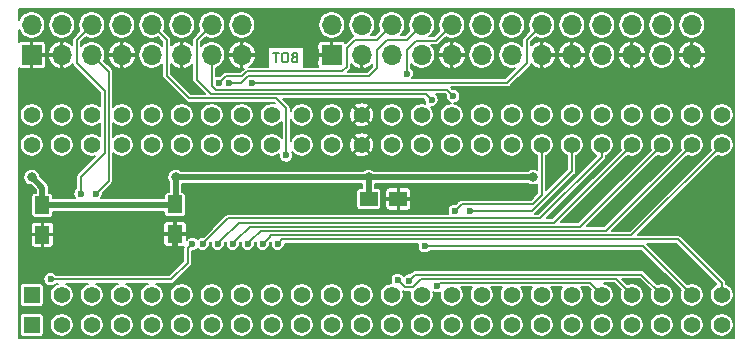
<source format=gbl>
G04 #@! TF.GenerationSoftware,KiCad,Pcbnew,5.1.5*
G04 #@! TF.CreationDate,2020-05-31T21:03:52+02:00*
G04 #@! TF.ProjectId,PIV_DeniseAdap,5049565f-4465-46e6-9973-65416461702e,rev?*
G04 #@! TF.SameCoordinates,Original*
G04 #@! TF.FileFunction,Copper,L2,Bot*
G04 #@! TF.FilePolarity,Positive*
%FSLAX46Y46*%
G04 Gerber Fmt 4.6, Leading zero omitted, Abs format (unit mm)*
G04 Created by KiCad (PCBNEW 5.1.5) date 2020-05-31 21:03:52*
%MOMM*%
%LPD*%
G04 APERTURE LIST*
%ADD10C,0.152400*%
%ADD11R,1.250000X1.500000*%
%ADD12O,1.700000X1.700000*%
%ADD13R,1.700000X1.700000*%
%ADD14C,1.399540*%
%ADD15R,1.399540X1.399540*%
%ADD16R,1.500000X1.250000*%
%ADD17C,0.800000*%
%ADD18C,0.600000*%
%ADD19C,0.508000*%
%ADD20C,0.203200*%
G04 APERTURE END LIST*
D10*
X145393833Y-86555942D02*
X145277719Y-86594647D01*
X145239014Y-86633352D01*
X145200309Y-86710761D01*
X145200309Y-86826876D01*
X145239014Y-86904285D01*
X145277719Y-86942990D01*
X145355128Y-86981695D01*
X145664766Y-86981695D01*
X145664766Y-86168895D01*
X145393833Y-86168895D01*
X145316423Y-86207600D01*
X145277719Y-86246304D01*
X145239014Y-86323714D01*
X145239014Y-86401123D01*
X145277719Y-86478533D01*
X145316423Y-86517238D01*
X145393833Y-86555942D01*
X145664766Y-86555942D01*
X144697147Y-86168895D02*
X144542328Y-86168895D01*
X144464919Y-86207600D01*
X144387509Y-86285009D01*
X144348804Y-86439828D01*
X144348804Y-86710761D01*
X144387509Y-86865580D01*
X144464919Y-86942990D01*
X144542328Y-86981695D01*
X144697147Y-86981695D01*
X144774557Y-86942990D01*
X144851966Y-86865580D01*
X144890671Y-86710761D01*
X144890671Y-86439828D01*
X144851966Y-86285009D01*
X144774557Y-86207600D01*
X144697147Y-86168895D01*
X144116576Y-86168895D02*
X143652119Y-86168895D01*
X143884347Y-86981695D02*
X143884347Y-86168895D01*
D11*
X124079000Y-101580000D03*
X124079000Y-99080000D03*
D12*
X179070000Y-83820000D03*
X179070000Y-86360000D03*
X176530000Y-83820000D03*
X176530000Y-86360000D03*
X173990000Y-83820000D03*
X173990000Y-86360000D03*
X171450000Y-83820000D03*
X171450000Y-86360000D03*
X168910000Y-83820000D03*
X168910000Y-86360000D03*
X166370000Y-83820000D03*
X166370000Y-86360000D03*
X163830000Y-83820000D03*
X163830000Y-86360000D03*
X161290000Y-83820000D03*
X161290000Y-86360000D03*
X158750000Y-83820000D03*
X158750000Y-86360000D03*
X156210000Y-83820000D03*
X156210000Y-86360000D03*
X153670000Y-83820000D03*
X153670000Y-86360000D03*
X151130000Y-83820000D03*
X151130000Y-86360000D03*
X148590000Y-83820000D03*
D13*
X148590000Y-86360000D03*
D12*
X140970000Y-83820000D03*
X140970000Y-86360000D03*
X138430000Y-83820000D03*
X138430000Y-86360000D03*
X135890000Y-83820000D03*
X135890000Y-86360000D03*
X133350000Y-83820000D03*
X133350000Y-86360000D03*
X130810000Y-83820000D03*
X130810000Y-86360000D03*
X128270000Y-83820000D03*
X128270000Y-86360000D03*
X125730000Y-83820000D03*
X125730000Y-86360000D03*
X123190000Y-83820000D03*
D13*
X123190000Y-86360000D03*
D14*
X123190000Y-93980000D03*
X125730000Y-93980000D03*
X128270000Y-93980000D03*
X130810000Y-93980000D03*
X133350000Y-93980000D03*
X135890000Y-93980000D03*
X138430000Y-93980000D03*
X140970000Y-93980000D03*
X143510000Y-93980000D03*
X146050000Y-93980000D03*
X148590000Y-93980000D03*
X151130000Y-93980000D03*
X153670000Y-93980000D03*
X156210000Y-93980000D03*
X158750000Y-93980000D03*
X161290000Y-93980000D03*
X163830000Y-93980000D03*
X166370000Y-93980000D03*
X168910000Y-93980000D03*
X171450000Y-93980000D03*
X173990000Y-93980000D03*
X176530000Y-93980000D03*
X179070000Y-93980000D03*
X181610000Y-93980000D03*
X181610000Y-109220000D03*
X179070000Y-109220000D03*
X176530000Y-109220000D03*
X173990000Y-109220000D03*
X171450000Y-109220000D03*
X168910000Y-109220000D03*
X166370000Y-109220000D03*
X163830000Y-109220000D03*
X161290000Y-109220000D03*
X158750000Y-109220000D03*
X156210000Y-109220000D03*
X153670000Y-109220000D03*
X151130000Y-109220000D03*
X148590000Y-109220000D03*
X146050000Y-109220000D03*
X143510000Y-109220000D03*
X140970000Y-109220000D03*
X138430000Y-109220000D03*
X135890000Y-109220000D03*
X133350000Y-109220000D03*
X130810000Y-109220000D03*
X128270000Y-109220000D03*
X125730000Y-109220000D03*
D15*
X123190000Y-109220000D03*
D14*
X123190000Y-91440000D03*
X125730000Y-91440000D03*
X128270000Y-91440000D03*
X130810000Y-91440000D03*
X133350000Y-91440000D03*
X135890000Y-91440000D03*
X138430000Y-91440000D03*
X140970000Y-91440000D03*
X143510000Y-91440000D03*
X146050000Y-91440000D03*
X148590000Y-91440000D03*
X151130000Y-91440000D03*
X153670000Y-91440000D03*
X156210000Y-91440000D03*
X158750000Y-91440000D03*
X161290000Y-91440000D03*
X163830000Y-91440000D03*
X166370000Y-91440000D03*
X168910000Y-91440000D03*
X171450000Y-91440000D03*
X173990000Y-91440000D03*
X176530000Y-91440000D03*
X179070000Y-91440000D03*
X181610000Y-91440000D03*
X181610000Y-106680000D03*
X179070000Y-106680000D03*
X176530000Y-106680000D03*
X173990000Y-106680000D03*
X171450000Y-106680000D03*
X168910000Y-106680000D03*
X166370000Y-106680000D03*
X163830000Y-106680000D03*
X161290000Y-106680000D03*
X158750000Y-106680000D03*
X156210000Y-106680000D03*
X153670000Y-106680000D03*
X151130000Y-106680000D03*
X148590000Y-106680000D03*
X146050000Y-106680000D03*
X143510000Y-106680000D03*
X140970000Y-106680000D03*
X138430000Y-106680000D03*
X135890000Y-106680000D03*
X133350000Y-106680000D03*
X130810000Y-106680000D03*
X128270000Y-106680000D03*
X125730000Y-106680000D03*
D15*
X123190000Y-106680000D03*
D16*
X154221500Y-98552000D03*
X151721500Y-98552000D03*
D11*
X135318500Y-101516500D03*
X135318500Y-99016500D03*
D17*
X150368000Y-103949500D03*
X135318500Y-103886000D03*
X165290500Y-103949500D03*
D18*
X126047500Y-98171000D03*
X129857500Y-98107500D03*
X129857500Y-98107500D03*
X130492500Y-102235000D03*
D17*
X165608000Y-96710500D03*
X135382000Y-96710500D03*
X151701500Y-96710500D03*
X123190000Y-96710500D03*
D18*
X136779000Y-102362000D03*
X124777500Y-105346500D03*
X159004000Y-99568000D03*
X160274000Y-99572710D03*
X137668000Y-102362000D03*
X138938000Y-102362000D03*
X140208000Y-102362000D03*
X141478000Y-102362000D03*
X142748000Y-102362000D03*
X144018000Y-102362000D03*
X156464000Y-102557210D03*
X155165713Y-105468790D03*
X154178000Y-105410000D03*
X157480000Y-105918000D03*
X157035494Y-90170000D03*
X158877000Y-89852500D03*
X144716500Y-94869000D03*
X127317484Y-98107500D03*
X128587500Y-98107500D03*
X141854290Y-88733379D03*
X154940000Y-87947500D03*
X139892743Y-88740332D03*
X139065000Y-88733379D03*
D19*
X135318500Y-103886000D02*
X135318500Y-101516500D01*
X165608000Y-96710500D02*
X151701500Y-96710500D01*
X151701500Y-96710500D02*
X135382000Y-96710500D01*
X135382000Y-98953000D02*
X135318500Y-99016500D01*
X135382000Y-96710500D02*
X135382000Y-98953000D01*
X151701500Y-98532000D02*
X151721500Y-98552000D01*
X151701500Y-96710500D02*
X151701500Y-98532000D01*
X124079000Y-97599500D02*
X123190000Y-96710500D01*
X124079000Y-99080000D02*
X124079000Y-97599500D01*
X135318500Y-99141500D02*
X135318500Y-99016500D01*
X135237000Y-99060000D02*
X135318500Y-99141500D01*
X124224000Y-99060000D02*
X135237000Y-99060000D01*
X124079000Y-99080000D02*
X124079000Y-99205000D01*
X124079000Y-99205000D02*
X124224000Y-99060000D01*
D10*
X136779000Y-102362000D02*
X136398000Y-102743000D01*
X136398000Y-102743000D02*
X136398000Y-103949500D01*
X136398000Y-103949500D02*
X135001000Y-105346500D01*
X135001000Y-105346500D02*
X124777500Y-105346500D01*
X159575500Y-98996500D02*
X159004000Y-99568000D01*
X165608000Y-98996500D02*
X159575500Y-98996500D01*
X166370000Y-98234500D02*
X165608000Y-98996500D01*
X166370000Y-93980000D02*
X166370000Y-98234500D01*
X160698264Y-99572710D02*
X160274000Y-99572710D01*
X165530174Y-99572710D02*
X160698264Y-99572710D01*
X168910000Y-93980000D02*
X168910000Y-96192884D01*
X168910000Y-96192884D02*
X165530174Y-99572710D01*
X166216624Y-100203000D02*
X139827000Y-100203000D01*
X139827000Y-100203000D02*
X137967999Y-102062001D01*
X171450000Y-94969624D02*
X166216624Y-100203000D01*
X137967999Y-102062001D02*
X137668000Y-102362000D01*
X171450000Y-93980000D02*
X171450000Y-94969624D01*
X139237999Y-102062001D02*
X138938000Y-102362000D01*
X167414589Y-100555411D02*
X140744589Y-100555411D01*
X173990000Y-93980000D02*
X167414589Y-100555411D01*
X140744589Y-100555411D02*
X139237999Y-102062001D01*
X141662178Y-100907822D02*
X140507999Y-102062001D01*
X169602178Y-100907822D02*
X141662178Y-100907822D01*
X140507999Y-102062001D02*
X140208000Y-102362000D01*
X176530000Y-93980000D02*
X169602178Y-100907822D01*
X142579767Y-101260233D02*
X141777999Y-102062001D01*
X171789767Y-101260233D02*
X142579767Y-101260233D01*
X141777999Y-102062001D02*
X141478000Y-102362000D01*
X179070000Y-93980000D02*
X171789767Y-101260233D01*
X143256000Y-101854000D02*
X142748000Y-102362000D01*
X173961411Y-101628589D02*
X143481411Y-101628589D01*
X181610000Y-93980000D02*
X173961411Y-101628589D01*
X143481411Y-101628589D02*
X143256000Y-101854000D01*
X181610000Y-105690376D02*
X177900624Y-101981000D01*
X181610000Y-106680000D02*
X181610000Y-105690376D01*
X177900624Y-101981000D02*
X144399000Y-101981000D01*
X144399000Y-101981000D02*
X144018000Y-102362000D01*
X179070000Y-106680000D02*
X174947210Y-102557210D01*
X174947210Y-102557210D02*
X156464000Y-102557210D01*
X174809179Y-104959179D02*
X155675324Y-104959179D01*
X155465712Y-105168791D02*
X155165713Y-105468790D01*
X176530000Y-106680000D02*
X174809179Y-104959179D01*
X155675324Y-104959179D02*
X155465712Y-105168791D01*
X154813000Y-106045000D02*
X154477999Y-105709999D01*
X154477999Y-105709999D02*
X154178000Y-105410000D01*
X172621589Y-105311589D02*
X156181411Y-105311589D01*
X173990000Y-106680000D02*
X172621589Y-105311589D01*
X156181411Y-105311589D02*
X155448000Y-106045000D01*
X155448000Y-106045000D02*
X154813000Y-106045000D01*
X170434000Y-105664000D02*
X157734000Y-105664000D01*
X171450000Y-106680000D02*
X170434000Y-105664000D01*
X157734000Y-105664000D02*
X157480000Y-105918000D01*
X137160000Y-85090000D02*
X137160000Y-88445884D01*
X138430000Y-83820000D02*
X137160000Y-85090000D01*
X137160000Y-88445884D02*
X138383060Y-89668944D01*
X156534438Y-89668944D02*
X156735495Y-89870001D01*
X156735495Y-89870001D02*
X157035494Y-90170000D01*
X138383060Y-89668944D02*
X156534438Y-89668944D01*
X140176266Y-89309589D02*
X158334089Y-89309589D01*
X158577001Y-89552501D02*
X158877000Y-89852500D01*
X138783034Y-89316534D02*
X140169321Y-89316534D01*
X140169321Y-89316534D02*
X140176266Y-89309589D01*
X138430000Y-88963500D02*
X138783034Y-89316534D01*
X158334089Y-89309589D02*
X158577001Y-89552501D01*
X138430000Y-86360000D02*
X138430000Y-88963500D01*
X144716500Y-90868500D02*
X144716500Y-94444736D01*
X134620000Y-85090000D02*
X134620000Y-88138000D01*
X143891000Y-90043000D02*
X144716500Y-90868500D01*
X133350000Y-83820000D02*
X134620000Y-85090000D01*
X134620000Y-88138000D02*
X136525000Y-90043000D01*
X144716500Y-94444736D02*
X144716500Y-94869000D01*
X136525000Y-90043000D02*
X143891000Y-90043000D01*
X129349500Y-89408000D02*
X127000000Y-87058500D01*
X129349500Y-94678500D02*
X129349500Y-89408000D01*
X127317484Y-96710516D02*
X129349500Y-94678500D01*
X127000000Y-87058500D02*
X127000000Y-85090000D01*
X127000000Y-85090000D02*
X128270000Y-83820000D01*
X127317484Y-98107500D02*
X127317484Y-96710516D01*
X129701911Y-87791911D02*
X129119999Y-87209999D01*
X128587500Y-98107500D02*
X129701911Y-96993089D01*
X129119999Y-87209999D02*
X128270000Y-86360000D01*
X129701911Y-96993089D02*
X129701911Y-87791911D01*
X166370000Y-83820000D02*
X165100000Y-85090000D01*
X163425121Y-88733379D02*
X142278554Y-88733379D01*
X142278554Y-88733379D02*
X141854290Y-88733379D01*
X165100000Y-85090000D02*
X165100000Y-87058500D01*
X165100000Y-87058500D02*
X163425121Y-88733379D01*
X158750000Y-83820000D02*
X157416500Y-85153500D01*
X157416500Y-85153500D02*
X155749722Y-85153500D01*
X155749722Y-85153500D02*
X154940000Y-85963222D01*
X154940000Y-85963222D02*
X154940000Y-87523236D01*
X154940000Y-87523236D02*
X154940000Y-87947500D01*
X152400000Y-85963222D02*
X152400000Y-87503000D01*
X141512706Y-88157178D02*
X140929552Y-88740332D01*
X140317007Y-88740332D02*
X139892743Y-88740332D01*
X152400000Y-87503000D02*
X151745822Y-88157178D01*
X156210000Y-83820000D02*
X154940000Y-85090000D01*
X151745822Y-88157178D02*
X141512706Y-88157178D01*
X153273222Y-85090000D02*
X152400000Y-85963222D01*
X154940000Y-85090000D02*
X153273222Y-85090000D01*
X140929552Y-88740332D02*
X140317007Y-88740332D01*
X150558500Y-85090000D02*
X152400000Y-85090000D01*
X149860000Y-87376000D02*
X149860000Y-85788500D01*
X139084811Y-88733379D02*
X139658345Y-88159845D01*
X149479000Y-87757000D02*
X149860000Y-87376000D01*
X141011655Y-88159845D02*
X141414500Y-87757000D01*
X149860000Y-85788500D02*
X150558500Y-85090000D01*
X139065000Y-88733379D02*
X139084811Y-88733379D01*
X152400000Y-85090000D02*
X153670000Y-83820000D01*
X141414500Y-87757000D02*
X149479000Y-87757000D01*
X139658345Y-88159845D02*
X141011655Y-88159845D01*
D20*
G36*
X182677200Y-110287200D02*
G01*
X122122800Y-110287200D01*
X122122800Y-108520230D01*
X122183956Y-108520230D01*
X122183956Y-109919770D01*
X122189841Y-109979521D01*
X122207270Y-110036976D01*
X122235572Y-110089927D01*
X122273662Y-110136338D01*
X122320073Y-110174428D01*
X122373024Y-110202730D01*
X122430479Y-110220159D01*
X122490230Y-110226044D01*
X123889770Y-110226044D01*
X123949521Y-110220159D01*
X124006976Y-110202730D01*
X124059927Y-110174428D01*
X124106338Y-110136338D01*
X124144428Y-110089927D01*
X124172730Y-110036976D01*
X124190159Y-109979521D01*
X124196044Y-109919770D01*
X124196044Y-109121058D01*
X124725430Y-109121058D01*
X124725430Y-109318942D01*
X124764035Y-109513022D01*
X124839761Y-109695842D01*
X124949699Y-109860376D01*
X125089624Y-110000301D01*
X125254158Y-110110239D01*
X125436978Y-110185965D01*
X125631058Y-110224570D01*
X125828942Y-110224570D01*
X126023022Y-110185965D01*
X126205842Y-110110239D01*
X126370376Y-110000301D01*
X126510301Y-109860376D01*
X126620239Y-109695842D01*
X126695965Y-109513022D01*
X126734570Y-109318942D01*
X126734570Y-109121058D01*
X127265430Y-109121058D01*
X127265430Y-109318942D01*
X127304035Y-109513022D01*
X127379761Y-109695842D01*
X127489699Y-109860376D01*
X127629624Y-110000301D01*
X127794158Y-110110239D01*
X127976978Y-110185965D01*
X128171058Y-110224570D01*
X128368942Y-110224570D01*
X128563022Y-110185965D01*
X128745842Y-110110239D01*
X128910376Y-110000301D01*
X129050301Y-109860376D01*
X129160239Y-109695842D01*
X129235965Y-109513022D01*
X129274570Y-109318942D01*
X129274570Y-109121058D01*
X129805430Y-109121058D01*
X129805430Y-109318942D01*
X129844035Y-109513022D01*
X129919761Y-109695842D01*
X130029699Y-109860376D01*
X130169624Y-110000301D01*
X130334158Y-110110239D01*
X130516978Y-110185965D01*
X130711058Y-110224570D01*
X130908942Y-110224570D01*
X131103022Y-110185965D01*
X131285842Y-110110239D01*
X131450376Y-110000301D01*
X131590301Y-109860376D01*
X131700239Y-109695842D01*
X131775965Y-109513022D01*
X131814570Y-109318942D01*
X131814570Y-109121058D01*
X132345430Y-109121058D01*
X132345430Y-109318942D01*
X132384035Y-109513022D01*
X132459761Y-109695842D01*
X132569699Y-109860376D01*
X132709624Y-110000301D01*
X132874158Y-110110239D01*
X133056978Y-110185965D01*
X133251058Y-110224570D01*
X133448942Y-110224570D01*
X133643022Y-110185965D01*
X133825842Y-110110239D01*
X133990376Y-110000301D01*
X134130301Y-109860376D01*
X134240239Y-109695842D01*
X134315965Y-109513022D01*
X134354570Y-109318942D01*
X134354570Y-109121058D01*
X134885430Y-109121058D01*
X134885430Y-109318942D01*
X134924035Y-109513022D01*
X134999761Y-109695842D01*
X135109699Y-109860376D01*
X135249624Y-110000301D01*
X135414158Y-110110239D01*
X135596978Y-110185965D01*
X135791058Y-110224570D01*
X135988942Y-110224570D01*
X136183022Y-110185965D01*
X136365842Y-110110239D01*
X136530376Y-110000301D01*
X136670301Y-109860376D01*
X136780239Y-109695842D01*
X136855965Y-109513022D01*
X136894570Y-109318942D01*
X136894570Y-109121058D01*
X137425430Y-109121058D01*
X137425430Y-109318942D01*
X137464035Y-109513022D01*
X137539761Y-109695842D01*
X137649699Y-109860376D01*
X137789624Y-110000301D01*
X137954158Y-110110239D01*
X138136978Y-110185965D01*
X138331058Y-110224570D01*
X138528942Y-110224570D01*
X138723022Y-110185965D01*
X138905842Y-110110239D01*
X139070376Y-110000301D01*
X139210301Y-109860376D01*
X139320239Y-109695842D01*
X139395965Y-109513022D01*
X139434570Y-109318942D01*
X139434570Y-109121058D01*
X139965430Y-109121058D01*
X139965430Y-109318942D01*
X140004035Y-109513022D01*
X140079761Y-109695842D01*
X140189699Y-109860376D01*
X140329624Y-110000301D01*
X140494158Y-110110239D01*
X140676978Y-110185965D01*
X140871058Y-110224570D01*
X141068942Y-110224570D01*
X141263022Y-110185965D01*
X141445842Y-110110239D01*
X141610376Y-110000301D01*
X141750301Y-109860376D01*
X141860239Y-109695842D01*
X141935965Y-109513022D01*
X141974570Y-109318942D01*
X141974570Y-109121058D01*
X142505430Y-109121058D01*
X142505430Y-109318942D01*
X142544035Y-109513022D01*
X142619761Y-109695842D01*
X142729699Y-109860376D01*
X142869624Y-110000301D01*
X143034158Y-110110239D01*
X143216978Y-110185965D01*
X143411058Y-110224570D01*
X143608942Y-110224570D01*
X143803022Y-110185965D01*
X143985842Y-110110239D01*
X144150376Y-110000301D01*
X144290301Y-109860376D01*
X144400239Y-109695842D01*
X144475965Y-109513022D01*
X144514570Y-109318942D01*
X144514570Y-109121058D01*
X145045430Y-109121058D01*
X145045430Y-109318942D01*
X145084035Y-109513022D01*
X145159761Y-109695842D01*
X145269699Y-109860376D01*
X145409624Y-110000301D01*
X145574158Y-110110239D01*
X145756978Y-110185965D01*
X145951058Y-110224570D01*
X146148942Y-110224570D01*
X146343022Y-110185965D01*
X146525842Y-110110239D01*
X146690376Y-110000301D01*
X146830301Y-109860376D01*
X146940239Y-109695842D01*
X147015965Y-109513022D01*
X147054570Y-109318942D01*
X147054570Y-109121058D01*
X147585430Y-109121058D01*
X147585430Y-109318942D01*
X147624035Y-109513022D01*
X147699761Y-109695842D01*
X147809699Y-109860376D01*
X147949624Y-110000301D01*
X148114158Y-110110239D01*
X148296978Y-110185965D01*
X148491058Y-110224570D01*
X148688942Y-110224570D01*
X148883022Y-110185965D01*
X149065842Y-110110239D01*
X149230376Y-110000301D01*
X149370301Y-109860376D01*
X149480239Y-109695842D01*
X149555965Y-109513022D01*
X149594570Y-109318942D01*
X149594570Y-109121058D01*
X150125430Y-109121058D01*
X150125430Y-109318942D01*
X150164035Y-109513022D01*
X150239761Y-109695842D01*
X150349699Y-109860376D01*
X150489624Y-110000301D01*
X150654158Y-110110239D01*
X150836978Y-110185965D01*
X151031058Y-110224570D01*
X151228942Y-110224570D01*
X151423022Y-110185965D01*
X151605842Y-110110239D01*
X151770376Y-110000301D01*
X151910301Y-109860376D01*
X152020239Y-109695842D01*
X152095965Y-109513022D01*
X152134570Y-109318942D01*
X152134570Y-109121058D01*
X152665430Y-109121058D01*
X152665430Y-109318942D01*
X152704035Y-109513022D01*
X152779761Y-109695842D01*
X152889699Y-109860376D01*
X153029624Y-110000301D01*
X153194158Y-110110239D01*
X153376978Y-110185965D01*
X153571058Y-110224570D01*
X153768942Y-110224570D01*
X153963022Y-110185965D01*
X154145842Y-110110239D01*
X154310376Y-110000301D01*
X154450301Y-109860376D01*
X154560239Y-109695842D01*
X154635965Y-109513022D01*
X154674570Y-109318942D01*
X154674570Y-109121058D01*
X155205430Y-109121058D01*
X155205430Y-109318942D01*
X155244035Y-109513022D01*
X155319761Y-109695842D01*
X155429699Y-109860376D01*
X155569624Y-110000301D01*
X155734158Y-110110239D01*
X155916978Y-110185965D01*
X156111058Y-110224570D01*
X156308942Y-110224570D01*
X156503022Y-110185965D01*
X156685842Y-110110239D01*
X156850376Y-110000301D01*
X156990301Y-109860376D01*
X157100239Y-109695842D01*
X157175965Y-109513022D01*
X157214570Y-109318942D01*
X157214570Y-109121058D01*
X157745430Y-109121058D01*
X157745430Y-109318942D01*
X157784035Y-109513022D01*
X157859761Y-109695842D01*
X157969699Y-109860376D01*
X158109624Y-110000301D01*
X158274158Y-110110239D01*
X158456978Y-110185965D01*
X158651058Y-110224570D01*
X158848942Y-110224570D01*
X159043022Y-110185965D01*
X159225842Y-110110239D01*
X159390376Y-110000301D01*
X159530301Y-109860376D01*
X159640239Y-109695842D01*
X159715965Y-109513022D01*
X159754570Y-109318942D01*
X159754570Y-109121058D01*
X160285430Y-109121058D01*
X160285430Y-109318942D01*
X160324035Y-109513022D01*
X160399761Y-109695842D01*
X160509699Y-109860376D01*
X160649624Y-110000301D01*
X160814158Y-110110239D01*
X160996978Y-110185965D01*
X161191058Y-110224570D01*
X161388942Y-110224570D01*
X161583022Y-110185965D01*
X161765842Y-110110239D01*
X161930376Y-110000301D01*
X162070301Y-109860376D01*
X162180239Y-109695842D01*
X162255965Y-109513022D01*
X162294570Y-109318942D01*
X162294570Y-109121058D01*
X162825430Y-109121058D01*
X162825430Y-109318942D01*
X162864035Y-109513022D01*
X162939761Y-109695842D01*
X163049699Y-109860376D01*
X163189624Y-110000301D01*
X163354158Y-110110239D01*
X163536978Y-110185965D01*
X163731058Y-110224570D01*
X163928942Y-110224570D01*
X164123022Y-110185965D01*
X164305842Y-110110239D01*
X164470376Y-110000301D01*
X164610301Y-109860376D01*
X164720239Y-109695842D01*
X164795965Y-109513022D01*
X164834570Y-109318942D01*
X164834570Y-109121058D01*
X165365430Y-109121058D01*
X165365430Y-109318942D01*
X165404035Y-109513022D01*
X165479761Y-109695842D01*
X165589699Y-109860376D01*
X165729624Y-110000301D01*
X165894158Y-110110239D01*
X166076978Y-110185965D01*
X166271058Y-110224570D01*
X166468942Y-110224570D01*
X166663022Y-110185965D01*
X166845842Y-110110239D01*
X167010376Y-110000301D01*
X167150301Y-109860376D01*
X167260239Y-109695842D01*
X167335965Y-109513022D01*
X167374570Y-109318942D01*
X167374570Y-109121058D01*
X167905430Y-109121058D01*
X167905430Y-109318942D01*
X167944035Y-109513022D01*
X168019761Y-109695842D01*
X168129699Y-109860376D01*
X168269624Y-110000301D01*
X168434158Y-110110239D01*
X168616978Y-110185965D01*
X168811058Y-110224570D01*
X169008942Y-110224570D01*
X169203022Y-110185965D01*
X169385842Y-110110239D01*
X169550376Y-110000301D01*
X169690301Y-109860376D01*
X169800239Y-109695842D01*
X169875965Y-109513022D01*
X169914570Y-109318942D01*
X169914570Y-109121058D01*
X170445430Y-109121058D01*
X170445430Y-109318942D01*
X170484035Y-109513022D01*
X170559761Y-109695842D01*
X170669699Y-109860376D01*
X170809624Y-110000301D01*
X170974158Y-110110239D01*
X171156978Y-110185965D01*
X171351058Y-110224570D01*
X171548942Y-110224570D01*
X171743022Y-110185965D01*
X171925842Y-110110239D01*
X172090376Y-110000301D01*
X172230301Y-109860376D01*
X172340239Y-109695842D01*
X172415965Y-109513022D01*
X172454570Y-109318942D01*
X172454570Y-109121058D01*
X172985430Y-109121058D01*
X172985430Y-109318942D01*
X173024035Y-109513022D01*
X173099761Y-109695842D01*
X173209699Y-109860376D01*
X173349624Y-110000301D01*
X173514158Y-110110239D01*
X173696978Y-110185965D01*
X173891058Y-110224570D01*
X174088942Y-110224570D01*
X174283022Y-110185965D01*
X174465842Y-110110239D01*
X174630376Y-110000301D01*
X174770301Y-109860376D01*
X174880239Y-109695842D01*
X174955965Y-109513022D01*
X174994570Y-109318942D01*
X174994570Y-109121058D01*
X175525430Y-109121058D01*
X175525430Y-109318942D01*
X175564035Y-109513022D01*
X175639761Y-109695842D01*
X175749699Y-109860376D01*
X175889624Y-110000301D01*
X176054158Y-110110239D01*
X176236978Y-110185965D01*
X176431058Y-110224570D01*
X176628942Y-110224570D01*
X176823022Y-110185965D01*
X177005842Y-110110239D01*
X177170376Y-110000301D01*
X177310301Y-109860376D01*
X177420239Y-109695842D01*
X177495965Y-109513022D01*
X177534570Y-109318942D01*
X177534570Y-109121058D01*
X178065430Y-109121058D01*
X178065430Y-109318942D01*
X178104035Y-109513022D01*
X178179761Y-109695842D01*
X178289699Y-109860376D01*
X178429624Y-110000301D01*
X178594158Y-110110239D01*
X178776978Y-110185965D01*
X178971058Y-110224570D01*
X179168942Y-110224570D01*
X179363022Y-110185965D01*
X179545842Y-110110239D01*
X179710376Y-110000301D01*
X179850301Y-109860376D01*
X179960239Y-109695842D01*
X180035965Y-109513022D01*
X180074570Y-109318942D01*
X180074570Y-109121058D01*
X180605430Y-109121058D01*
X180605430Y-109318942D01*
X180644035Y-109513022D01*
X180719761Y-109695842D01*
X180829699Y-109860376D01*
X180969624Y-110000301D01*
X181134158Y-110110239D01*
X181316978Y-110185965D01*
X181511058Y-110224570D01*
X181708942Y-110224570D01*
X181903022Y-110185965D01*
X182085842Y-110110239D01*
X182250376Y-110000301D01*
X182390301Y-109860376D01*
X182500239Y-109695842D01*
X182575965Y-109513022D01*
X182614570Y-109318942D01*
X182614570Y-109121058D01*
X182575965Y-108926978D01*
X182500239Y-108744158D01*
X182390301Y-108579624D01*
X182250376Y-108439699D01*
X182085842Y-108329761D01*
X181903022Y-108254035D01*
X181708942Y-108215430D01*
X181511058Y-108215430D01*
X181316978Y-108254035D01*
X181134158Y-108329761D01*
X180969624Y-108439699D01*
X180829699Y-108579624D01*
X180719761Y-108744158D01*
X180644035Y-108926978D01*
X180605430Y-109121058D01*
X180074570Y-109121058D01*
X180035965Y-108926978D01*
X179960239Y-108744158D01*
X179850301Y-108579624D01*
X179710376Y-108439699D01*
X179545842Y-108329761D01*
X179363022Y-108254035D01*
X179168942Y-108215430D01*
X178971058Y-108215430D01*
X178776978Y-108254035D01*
X178594158Y-108329761D01*
X178429624Y-108439699D01*
X178289699Y-108579624D01*
X178179761Y-108744158D01*
X178104035Y-108926978D01*
X178065430Y-109121058D01*
X177534570Y-109121058D01*
X177495965Y-108926978D01*
X177420239Y-108744158D01*
X177310301Y-108579624D01*
X177170376Y-108439699D01*
X177005842Y-108329761D01*
X176823022Y-108254035D01*
X176628942Y-108215430D01*
X176431058Y-108215430D01*
X176236978Y-108254035D01*
X176054158Y-108329761D01*
X175889624Y-108439699D01*
X175749699Y-108579624D01*
X175639761Y-108744158D01*
X175564035Y-108926978D01*
X175525430Y-109121058D01*
X174994570Y-109121058D01*
X174955965Y-108926978D01*
X174880239Y-108744158D01*
X174770301Y-108579624D01*
X174630376Y-108439699D01*
X174465842Y-108329761D01*
X174283022Y-108254035D01*
X174088942Y-108215430D01*
X173891058Y-108215430D01*
X173696978Y-108254035D01*
X173514158Y-108329761D01*
X173349624Y-108439699D01*
X173209699Y-108579624D01*
X173099761Y-108744158D01*
X173024035Y-108926978D01*
X172985430Y-109121058D01*
X172454570Y-109121058D01*
X172415965Y-108926978D01*
X172340239Y-108744158D01*
X172230301Y-108579624D01*
X172090376Y-108439699D01*
X171925842Y-108329761D01*
X171743022Y-108254035D01*
X171548942Y-108215430D01*
X171351058Y-108215430D01*
X171156978Y-108254035D01*
X170974158Y-108329761D01*
X170809624Y-108439699D01*
X170669699Y-108579624D01*
X170559761Y-108744158D01*
X170484035Y-108926978D01*
X170445430Y-109121058D01*
X169914570Y-109121058D01*
X169875965Y-108926978D01*
X169800239Y-108744158D01*
X169690301Y-108579624D01*
X169550376Y-108439699D01*
X169385842Y-108329761D01*
X169203022Y-108254035D01*
X169008942Y-108215430D01*
X168811058Y-108215430D01*
X168616978Y-108254035D01*
X168434158Y-108329761D01*
X168269624Y-108439699D01*
X168129699Y-108579624D01*
X168019761Y-108744158D01*
X167944035Y-108926978D01*
X167905430Y-109121058D01*
X167374570Y-109121058D01*
X167335965Y-108926978D01*
X167260239Y-108744158D01*
X167150301Y-108579624D01*
X167010376Y-108439699D01*
X166845842Y-108329761D01*
X166663022Y-108254035D01*
X166468942Y-108215430D01*
X166271058Y-108215430D01*
X166076978Y-108254035D01*
X165894158Y-108329761D01*
X165729624Y-108439699D01*
X165589699Y-108579624D01*
X165479761Y-108744158D01*
X165404035Y-108926978D01*
X165365430Y-109121058D01*
X164834570Y-109121058D01*
X164795965Y-108926978D01*
X164720239Y-108744158D01*
X164610301Y-108579624D01*
X164470376Y-108439699D01*
X164305842Y-108329761D01*
X164123022Y-108254035D01*
X163928942Y-108215430D01*
X163731058Y-108215430D01*
X163536978Y-108254035D01*
X163354158Y-108329761D01*
X163189624Y-108439699D01*
X163049699Y-108579624D01*
X162939761Y-108744158D01*
X162864035Y-108926978D01*
X162825430Y-109121058D01*
X162294570Y-109121058D01*
X162255965Y-108926978D01*
X162180239Y-108744158D01*
X162070301Y-108579624D01*
X161930376Y-108439699D01*
X161765842Y-108329761D01*
X161583022Y-108254035D01*
X161388942Y-108215430D01*
X161191058Y-108215430D01*
X160996978Y-108254035D01*
X160814158Y-108329761D01*
X160649624Y-108439699D01*
X160509699Y-108579624D01*
X160399761Y-108744158D01*
X160324035Y-108926978D01*
X160285430Y-109121058D01*
X159754570Y-109121058D01*
X159715965Y-108926978D01*
X159640239Y-108744158D01*
X159530301Y-108579624D01*
X159390376Y-108439699D01*
X159225842Y-108329761D01*
X159043022Y-108254035D01*
X158848942Y-108215430D01*
X158651058Y-108215430D01*
X158456978Y-108254035D01*
X158274158Y-108329761D01*
X158109624Y-108439699D01*
X157969699Y-108579624D01*
X157859761Y-108744158D01*
X157784035Y-108926978D01*
X157745430Y-109121058D01*
X157214570Y-109121058D01*
X157175965Y-108926978D01*
X157100239Y-108744158D01*
X156990301Y-108579624D01*
X156850376Y-108439699D01*
X156685842Y-108329761D01*
X156503022Y-108254035D01*
X156308942Y-108215430D01*
X156111058Y-108215430D01*
X155916978Y-108254035D01*
X155734158Y-108329761D01*
X155569624Y-108439699D01*
X155429699Y-108579624D01*
X155319761Y-108744158D01*
X155244035Y-108926978D01*
X155205430Y-109121058D01*
X154674570Y-109121058D01*
X154635965Y-108926978D01*
X154560239Y-108744158D01*
X154450301Y-108579624D01*
X154310376Y-108439699D01*
X154145842Y-108329761D01*
X153963022Y-108254035D01*
X153768942Y-108215430D01*
X153571058Y-108215430D01*
X153376978Y-108254035D01*
X153194158Y-108329761D01*
X153029624Y-108439699D01*
X152889699Y-108579624D01*
X152779761Y-108744158D01*
X152704035Y-108926978D01*
X152665430Y-109121058D01*
X152134570Y-109121058D01*
X152095965Y-108926978D01*
X152020239Y-108744158D01*
X151910301Y-108579624D01*
X151770376Y-108439699D01*
X151605842Y-108329761D01*
X151423022Y-108254035D01*
X151228942Y-108215430D01*
X151031058Y-108215430D01*
X150836978Y-108254035D01*
X150654158Y-108329761D01*
X150489624Y-108439699D01*
X150349699Y-108579624D01*
X150239761Y-108744158D01*
X150164035Y-108926978D01*
X150125430Y-109121058D01*
X149594570Y-109121058D01*
X149555965Y-108926978D01*
X149480239Y-108744158D01*
X149370301Y-108579624D01*
X149230376Y-108439699D01*
X149065842Y-108329761D01*
X148883022Y-108254035D01*
X148688942Y-108215430D01*
X148491058Y-108215430D01*
X148296978Y-108254035D01*
X148114158Y-108329761D01*
X147949624Y-108439699D01*
X147809699Y-108579624D01*
X147699761Y-108744158D01*
X147624035Y-108926978D01*
X147585430Y-109121058D01*
X147054570Y-109121058D01*
X147015965Y-108926978D01*
X146940239Y-108744158D01*
X146830301Y-108579624D01*
X146690376Y-108439699D01*
X146525842Y-108329761D01*
X146343022Y-108254035D01*
X146148942Y-108215430D01*
X145951058Y-108215430D01*
X145756978Y-108254035D01*
X145574158Y-108329761D01*
X145409624Y-108439699D01*
X145269699Y-108579624D01*
X145159761Y-108744158D01*
X145084035Y-108926978D01*
X145045430Y-109121058D01*
X144514570Y-109121058D01*
X144475965Y-108926978D01*
X144400239Y-108744158D01*
X144290301Y-108579624D01*
X144150376Y-108439699D01*
X143985842Y-108329761D01*
X143803022Y-108254035D01*
X143608942Y-108215430D01*
X143411058Y-108215430D01*
X143216978Y-108254035D01*
X143034158Y-108329761D01*
X142869624Y-108439699D01*
X142729699Y-108579624D01*
X142619761Y-108744158D01*
X142544035Y-108926978D01*
X142505430Y-109121058D01*
X141974570Y-109121058D01*
X141935965Y-108926978D01*
X141860239Y-108744158D01*
X141750301Y-108579624D01*
X141610376Y-108439699D01*
X141445842Y-108329761D01*
X141263022Y-108254035D01*
X141068942Y-108215430D01*
X140871058Y-108215430D01*
X140676978Y-108254035D01*
X140494158Y-108329761D01*
X140329624Y-108439699D01*
X140189699Y-108579624D01*
X140079761Y-108744158D01*
X140004035Y-108926978D01*
X139965430Y-109121058D01*
X139434570Y-109121058D01*
X139395965Y-108926978D01*
X139320239Y-108744158D01*
X139210301Y-108579624D01*
X139070376Y-108439699D01*
X138905842Y-108329761D01*
X138723022Y-108254035D01*
X138528942Y-108215430D01*
X138331058Y-108215430D01*
X138136978Y-108254035D01*
X137954158Y-108329761D01*
X137789624Y-108439699D01*
X137649699Y-108579624D01*
X137539761Y-108744158D01*
X137464035Y-108926978D01*
X137425430Y-109121058D01*
X136894570Y-109121058D01*
X136855965Y-108926978D01*
X136780239Y-108744158D01*
X136670301Y-108579624D01*
X136530376Y-108439699D01*
X136365842Y-108329761D01*
X136183022Y-108254035D01*
X135988942Y-108215430D01*
X135791058Y-108215430D01*
X135596978Y-108254035D01*
X135414158Y-108329761D01*
X135249624Y-108439699D01*
X135109699Y-108579624D01*
X134999761Y-108744158D01*
X134924035Y-108926978D01*
X134885430Y-109121058D01*
X134354570Y-109121058D01*
X134315965Y-108926978D01*
X134240239Y-108744158D01*
X134130301Y-108579624D01*
X133990376Y-108439699D01*
X133825842Y-108329761D01*
X133643022Y-108254035D01*
X133448942Y-108215430D01*
X133251058Y-108215430D01*
X133056978Y-108254035D01*
X132874158Y-108329761D01*
X132709624Y-108439699D01*
X132569699Y-108579624D01*
X132459761Y-108744158D01*
X132384035Y-108926978D01*
X132345430Y-109121058D01*
X131814570Y-109121058D01*
X131775965Y-108926978D01*
X131700239Y-108744158D01*
X131590301Y-108579624D01*
X131450376Y-108439699D01*
X131285842Y-108329761D01*
X131103022Y-108254035D01*
X130908942Y-108215430D01*
X130711058Y-108215430D01*
X130516978Y-108254035D01*
X130334158Y-108329761D01*
X130169624Y-108439699D01*
X130029699Y-108579624D01*
X129919761Y-108744158D01*
X129844035Y-108926978D01*
X129805430Y-109121058D01*
X129274570Y-109121058D01*
X129235965Y-108926978D01*
X129160239Y-108744158D01*
X129050301Y-108579624D01*
X128910376Y-108439699D01*
X128745842Y-108329761D01*
X128563022Y-108254035D01*
X128368942Y-108215430D01*
X128171058Y-108215430D01*
X127976978Y-108254035D01*
X127794158Y-108329761D01*
X127629624Y-108439699D01*
X127489699Y-108579624D01*
X127379761Y-108744158D01*
X127304035Y-108926978D01*
X127265430Y-109121058D01*
X126734570Y-109121058D01*
X126695965Y-108926978D01*
X126620239Y-108744158D01*
X126510301Y-108579624D01*
X126370376Y-108439699D01*
X126205842Y-108329761D01*
X126023022Y-108254035D01*
X125828942Y-108215430D01*
X125631058Y-108215430D01*
X125436978Y-108254035D01*
X125254158Y-108329761D01*
X125089624Y-108439699D01*
X124949699Y-108579624D01*
X124839761Y-108744158D01*
X124764035Y-108926978D01*
X124725430Y-109121058D01*
X124196044Y-109121058D01*
X124196044Y-108520230D01*
X124190159Y-108460479D01*
X124172730Y-108403024D01*
X124144428Y-108350073D01*
X124106338Y-108303662D01*
X124059927Y-108265572D01*
X124006976Y-108237270D01*
X123949521Y-108219841D01*
X123889770Y-108213956D01*
X122490230Y-108213956D01*
X122430479Y-108219841D01*
X122373024Y-108237270D01*
X122320073Y-108265572D01*
X122273662Y-108303662D01*
X122235572Y-108350073D01*
X122207270Y-108403024D01*
X122189841Y-108460479D01*
X122183956Y-108520230D01*
X122122800Y-108520230D01*
X122122800Y-105980230D01*
X122183956Y-105980230D01*
X122183956Y-107379770D01*
X122189841Y-107439521D01*
X122207270Y-107496976D01*
X122235572Y-107549927D01*
X122273662Y-107596338D01*
X122320073Y-107634428D01*
X122373024Y-107662730D01*
X122430479Y-107680159D01*
X122490230Y-107686044D01*
X123889770Y-107686044D01*
X123949521Y-107680159D01*
X124006976Y-107662730D01*
X124059927Y-107634428D01*
X124106338Y-107596338D01*
X124144428Y-107549927D01*
X124172730Y-107496976D01*
X124190159Y-107439521D01*
X124196044Y-107379770D01*
X124196044Y-105980230D01*
X124190159Y-105920479D01*
X124172730Y-105863024D01*
X124144428Y-105810073D01*
X124106338Y-105763662D01*
X124059927Y-105725572D01*
X124006976Y-105697270D01*
X123949521Y-105679841D01*
X123889770Y-105673956D01*
X122490230Y-105673956D01*
X122430479Y-105679841D01*
X122373024Y-105697270D01*
X122320073Y-105725572D01*
X122273662Y-105763662D01*
X122235572Y-105810073D01*
X122207270Y-105863024D01*
X122189841Y-105920479D01*
X122183956Y-105980230D01*
X122122800Y-105980230D01*
X122122800Y-102330000D01*
X123096679Y-102330000D01*
X123103545Y-102399710D01*
X123123878Y-102466741D01*
X123156898Y-102528517D01*
X123201336Y-102582664D01*
X123255483Y-102627102D01*
X123317259Y-102660122D01*
X123384290Y-102680455D01*
X123454000Y-102687321D01*
X123939300Y-102685600D01*
X124028200Y-102596700D01*
X124028200Y-101630800D01*
X124129800Y-101630800D01*
X124129800Y-102596700D01*
X124218700Y-102685600D01*
X124704000Y-102687321D01*
X124773710Y-102680455D01*
X124840741Y-102660122D01*
X124902517Y-102627102D01*
X124956664Y-102582664D01*
X125001102Y-102528517D01*
X125034122Y-102466741D01*
X125054455Y-102399710D01*
X125061321Y-102330000D01*
X125061142Y-102266500D01*
X134336179Y-102266500D01*
X134343045Y-102336210D01*
X134363378Y-102403241D01*
X134396398Y-102465017D01*
X134440836Y-102519164D01*
X134494983Y-102563602D01*
X134556759Y-102596622D01*
X134623790Y-102616955D01*
X134693500Y-102623821D01*
X135178800Y-102622100D01*
X135267700Y-102533200D01*
X135267700Y-101567300D01*
X134426800Y-101567300D01*
X134337900Y-101656200D01*
X134336179Y-102266500D01*
X125061142Y-102266500D01*
X125059600Y-101719700D01*
X124970700Y-101630800D01*
X124129800Y-101630800D01*
X124028200Y-101630800D01*
X123187300Y-101630800D01*
X123098400Y-101719700D01*
X123096679Y-102330000D01*
X122122800Y-102330000D01*
X122122800Y-100830000D01*
X123096679Y-100830000D01*
X123098400Y-101440300D01*
X123187300Y-101529200D01*
X124028200Y-101529200D01*
X124028200Y-100563300D01*
X124129800Y-100563300D01*
X124129800Y-101529200D01*
X124970700Y-101529200D01*
X125059600Y-101440300D01*
X125061321Y-100830000D01*
X125055067Y-100766500D01*
X134336179Y-100766500D01*
X134337900Y-101376800D01*
X134426800Y-101465700D01*
X135267700Y-101465700D01*
X135267700Y-100499800D01*
X135369300Y-100499800D01*
X135369300Y-101465700D01*
X136210200Y-101465700D01*
X136299100Y-101376800D01*
X136300821Y-100766500D01*
X136293955Y-100696790D01*
X136273622Y-100629759D01*
X136240602Y-100567983D01*
X136196164Y-100513836D01*
X136142017Y-100469398D01*
X136080241Y-100436378D01*
X136013210Y-100416045D01*
X135943500Y-100409179D01*
X135458200Y-100410900D01*
X135369300Y-100499800D01*
X135267700Y-100499800D01*
X135178800Y-100410900D01*
X134693500Y-100409179D01*
X134623790Y-100416045D01*
X134556759Y-100436378D01*
X134494983Y-100469398D01*
X134440836Y-100513836D01*
X134396398Y-100567983D01*
X134363378Y-100629759D01*
X134343045Y-100696790D01*
X134336179Y-100766500D01*
X125055067Y-100766500D01*
X125054455Y-100760290D01*
X125034122Y-100693259D01*
X125001102Y-100631483D01*
X124956664Y-100577336D01*
X124902517Y-100532898D01*
X124840741Y-100499878D01*
X124773710Y-100479545D01*
X124704000Y-100472679D01*
X124218700Y-100474400D01*
X124129800Y-100563300D01*
X124028200Y-100563300D01*
X123939300Y-100474400D01*
X123454000Y-100472679D01*
X123384290Y-100479545D01*
X123317259Y-100499878D01*
X123255483Y-100532898D01*
X123201336Y-100577336D01*
X123156898Y-100631483D01*
X123123878Y-100693259D01*
X123103545Y-100760290D01*
X123096679Y-100830000D01*
X122122800Y-100830000D01*
X122122800Y-96641083D01*
X122485200Y-96641083D01*
X122485200Y-96779917D01*
X122512285Y-96916083D01*
X122565415Y-97044348D01*
X122642546Y-97159784D01*
X122740716Y-97257954D01*
X122856152Y-97335085D01*
X122984417Y-97388215D01*
X123100554Y-97411316D01*
X123520201Y-97830964D01*
X123520201Y-98023726D01*
X123454000Y-98023726D01*
X123394249Y-98029611D01*
X123336794Y-98047040D01*
X123283843Y-98075342D01*
X123237432Y-98113432D01*
X123199342Y-98159843D01*
X123171040Y-98212794D01*
X123153611Y-98270249D01*
X123147726Y-98330000D01*
X123147726Y-99830000D01*
X123153611Y-99889751D01*
X123171040Y-99947206D01*
X123199342Y-100000157D01*
X123237432Y-100046568D01*
X123283843Y-100084658D01*
X123336794Y-100112960D01*
X123394249Y-100130389D01*
X123454000Y-100136274D01*
X124704000Y-100136274D01*
X124763751Y-100130389D01*
X124821206Y-100112960D01*
X124874157Y-100084658D01*
X124920568Y-100046568D01*
X124958658Y-100000157D01*
X124986960Y-99947206D01*
X125004389Y-99889751D01*
X125010274Y-99830000D01*
X125010274Y-99618800D01*
X134387226Y-99618800D01*
X134387226Y-99766500D01*
X134393111Y-99826251D01*
X134410540Y-99883706D01*
X134438842Y-99936657D01*
X134476932Y-99983068D01*
X134523343Y-100021158D01*
X134576294Y-100049460D01*
X134633749Y-100066889D01*
X134693500Y-100072774D01*
X135943500Y-100072774D01*
X136003251Y-100066889D01*
X136060706Y-100049460D01*
X136113657Y-100021158D01*
X136160068Y-99983068D01*
X136198158Y-99936657D01*
X136226460Y-99883706D01*
X136243889Y-99826251D01*
X136249774Y-99766500D01*
X136249774Y-98266500D01*
X136243889Y-98206749D01*
X136226460Y-98149294D01*
X136198158Y-98096343D01*
X136160068Y-98049932D01*
X136113657Y-98011842D01*
X136060706Y-97983540D01*
X136003251Y-97966111D01*
X135943500Y-97960226D01*
X135940800Y-97960226D01*
X135940800Y-97269300D01*
X151142700Y-97269300D01*
X151142700Y-97620726D01*
X150971500Y-97620726D01*
X150911749Y-97626611D01*
X150854294Y-97644040D01*
X150801343Y-97672342D01*
X150754932Y-97710432D01*
X150716842Y-97756843D01*
X150688540Y-97809794D01*
X150671111Y-97867249D01*
X150665226Y-97927000D01*
X150665226Y-99177000D01*
X150671111Y-99236751D01*
X150688540Y-99294206D01*
X150716842Y-99347157D01*
X150754932Y-99393568D01*
X150801343Y-99431658D01*
X150854294Y-99459960D01*
X150911749Y-99477389D01*
X150971500Y-99483274D01*
X152471500Y-99483274D01*
X152531251Y-99477389D01*
X152588706Y-99459960D01*
X152641657Y-99431658D01*
X152688068Y-99393568D01*
X152726158Y-99347157D01*
X152754460Y-99294206D01*
X152771889Y-99236751D01*
X152777774Y-99177000D01*
X153114179Y-99177000D01*
X153121045Y-99246710D01*
X153141378Y-99313741D01*
X153174398Y-99375517D01*
X153218836Y-99429664D01*
X153272983Y-99474102D01*
X153334759Y-99507122D01*
X153401790Y-99527455D01*
X153471500Y-99534321D01*
X154081800Y-99532600D01*
X154170700Y-99443700D01*
X154170700Y-98602800D01*
X154272300Y-98602800D01*
X154272300Y-99443700D01*
X154361200Y-99532600D01*
X154971500Y-99534321D01*
X155041210Y-99527455D01*
X155108241Y-99507122D01*
X155170017Y-99474102D01*
X155224164Y-99429664D01*
X155268602Y-99375517D01*
X155301622Y-99313741D01*
X155321955Y-99246710D01*
X155328821Y-99177000D01*
X155327100Y-98691700D01*
X155238200Y-98602800D01*
X154272300Y-98602800D01*
X154170700Y-98602800D01*
X153204800Y-98602800D01*
X153115900Y-98691700D01*
X153114179Y-99177000D01*
X152777774Y-99177000D01*
X152777774Y-97927000D01*
X153114179Y-97927000D01*
X153115900Y-98412300D01*
X153204800Y-98501200D01*
X154170700Y-98501200D01*
X154170700Y-97660300D01*
X154272300Y-97660300D01*
X154272300Y-98501200D01*
X155238200Y-98501200D01*
X155327100Y-98412300D01*
X155328821Y-97927000D01*
X155321955Y-97857290D01*
X155301622Y-97790259D01*
X155268602Y-97728483D01*
X155224164Y-97674336D01*
X155170017Y-97629898D01*
X155108241Y-97596878D01*
X155041210Y-97576545D01*
X154971500Y-97569679D01*
X154361200Y-97571400D01*
X154272300Y-97660300D01*
X154170700Y-97660300D01*
X154081800Y-97571400D01*
X153471500Y-97569679D01*
X153401790Y-97576545D01*
X153334759Y-97596878D01*
X153272983Y-97629898D01*
X153218836Y-97674336D01*
X153174398Y-97728483D01*
X153141378Y-97790259D01*
X153121045Y-97857290D01*
X153114179Y-97927000D01*
X152777774Y-97927000D01*
X152771889Y-97867249D01*
X152754460Y-97809794D01*
X152726158Y-97756843D01*
X152688068Y-97710432D01*
X152641657Y-97672342D01*
X152588706Y-97644040D01*
X152531251Y-97626611D01*
X152471500Y-97620726D01*
X152260300Y-97620726D01*
X152260300Y-97269300D01*
X165175697Y-97269300D01*
X165274152Y-97335085D01*
X165402417Y-97388215D01*
X165538583Y-97415300D01*
X165677417Y-97415300D01*
X165813583Y-97388215D01*
X165941848Y-97335085D01*
X165989001Y-97303579D01*
X165989001Y-98076684D01*
X165450186Y-98615500D01*
X159594209Y-98615500D01*
X159575499Y-98613657D01*
X159556789Y-98615500D01*
X159556787Y-98615500D01*
X159500811Y-98621013D01*
X159434771Y-98641046D01*
X159428992Y-98642799D01*
X159362803Y-98678178D01*
X159349546Y-98689058D01*
X159304789Y-98725789D01*
X159292860Y-98740325D01*
X159068921Y-98964265D01*
X159063568Y-98963200D01*
X158944432Y-98963200D01*
X158827586Y-98986442D01*
X158717520Y-99032034D01*
X158618463Y-99098221D01*
X158534221Y-99182463D01*
X158468034Y-99281520D01*
X158422442Y-99391586D01*
X158399200Y-99508432D01*
X158399200Y-99627568D01*
X158422442Y-99744414D01*
X158454580Y-99822000D01*
X139845702Y-99822000D01*
X139826999Y-99820158D01*
X139808296Y-99822000D01*
X139808287Y-99822000D01*
X139752311Y-99827513D01*
X139680492Y-99849299D01*
X139637359Y-99872355D01*
X139614303Y-99884678D01*
X139584972Y-99908750D01*
X139556289Y-99932289D01*
X139544360Y-99946825D01*
X137732921Y-101758265D01*
X137727568Y-101757200D01*
X137608432Y-101757200D01*
X137491586Y-101780442D01*
X137381520Y-101826034D01*
X137282463Y-101892221D01*
X137223500Y-101951184D01*
X137164537Y-101892221D01*
X137065480Y-101826034D01*
X136955414Y-101780442D01*
X136838568Y-101757200D01*
X136719432Y-101757200D01*
X136602586Y-101780442D01*
X136492520Y-101826034D01*
X136393463Y-101892221D01*
X136309221Y-101976463D01*
X136300042Y-101990201D01*
X136299100Y-101656200D01*
X136210200Y-101567300D01*
X135369300Y-101567300D01*
X135369300Y-102533200D01*
X135458200Y-102622100D01*
X135943500Y-102623821D01*
X136013210Y-102616955D01*
X136040613Y-102608642D01*
X136022513Y-102668312D01*
X136019026Y-102703717D01*
X136015157Y-102743000D01*
X136017000Y-102761710D01*
X136017001Y-103791684D01*
X134843186Y-104965500D01*
X125250310Y-104965500D01*
X125247279Y-104960963D01*
X125163037Y-104876721D01*
X125063980Y-104810534D01*
X124953914Y-104764942D01*
X124837068Y-104741700D01*
X124717932Y-104741700D01*
X124601086Y-104764942D01*
X124491020Y-104810534D01*
X124391963Y-104876721D01*
X124307721Y-104960963D01*
X124241534Y-105060020D01*
X124195942Y-105170086D01*
X124172700Y-105286932D01*
X124172700Y-105406068D01*
X124195942Y-105522914D01*
X124241534Y-105632980D01*
X124307721Y-105732037D01*
X124391963Y-105816279D01*
X124491020Y-105882466D01*
X124601086Y-105928058D01*
X124717932Y-105951300D01*
X124837068Y-105951300D01*
X124953914Y-105928058D01*
X125063980Y-105882466D01*
X125163037Y-105816279D01*
X125247279Y-105732037D01*
X125250310Y-105727500D01*
X125404470Y-105727500D01*
X125254158Y-105789761D01*
X125089624Y-105899699D01*
X124949699Y-106039624D01*
X124839761Y-106204158D01*
X124764035Y-106386978D01*
X124725430Y-106581058D01*
X124725430Y-106778942D01*
X124764035Y-106973022D01*
X124839761Y-107155842D01*
X124949699Y-107320376D01*
X125089624Y-107460301D01*
X125254158Y-107570239D01*
X125436978Y-107645965D01*
X125631058Y-107684570D01*
X125828942Y-107684570D01*
X126023022Y-107645965D01*
X126205842Y-107570239D01*
X126370376Y-107460301D01*
X126510301Y-107320376D01*
X126620239Y-107155842D01*
X126695965Y-106973022D01*
X126734570Y-106778942D01*
X126734570Y-106581058D01*
X126695965Y-106386978D01*
X126620239Y-106204158D01*
X126510301Y-106039624D01*
X126370376Y-105899699D01*
X126205842Y-105789761D01*
X126055530Y-105727500D01*
X127944470Y-105727500D01*
X127794158Y-105789761D01*
X127629624Y-105899699D01*
X127489699Y-106039624D01*
X127379761Y-106204158D01*
X127304035Y-106386978D01*
X127265430Y-106581058D01*
X127265430Y-106778942D01*
X127304035Y-106973022D01*
X127379761Y-107155842D01*
X127489699Y-107320376D01*
X127629624Y-107460301D01*
X127794158Y-107570239D01*
X127976978Y-107645965D01*
X128171058Y-107684570D01*
X128368942Y-107684570D01*
X128563022Y-107645965D01*
X128745842Y-107570239D01*
X128910376Y-107460301D01*
X129050301Y-107320376D01*
X129160239Y-107155842D01*
X129235965Y-106973022D01*
X129274570Y-106778942D01*
X129274570Y-106581058D01*
X129235965Y-106386978D01*
X129160239Y-106204158D01*
X129050301Y-106039624D01*
X128910376Y-105899699D01*
X128745842Y-105789761D01*
X128595530Y-105727500D01*
X130484470Y-105727500D01*
X130334158Y-105789761D01*
X130169624Y-105899699D01*
X130029699Y-106039624D01*
X129919761Y-106204158D01*
X129844035Y-106386978D01*
X129805430Y-106581058D01*
X129805430Y-106778942D01*
X129844035Y-106973022D01*
X129919761Y-107155842D01*
X130029699Y-107320376D01*
X130169624Y-107460301D01*
X130334158Y-107570239D01*
X130516978Y-107645965D01*
X130711058Y-107684570D01*
X130908942Y-107684570D01*
X131103022Y-107645965D01*
X131285842Y-107570239D01*
X131450376Y-107460301D01*
X131590301Y-107320376D01*
X131700239Y-107155842D01*
X131775965Y-106973022D01*
X131814570Y-106778942D01*
X131814570Y-106581058D01*
X131775965Y-106386978D01*
X131700239Y-106204158D01*
X131590301Y-106039624D01*
X131450376Y-105899699D01*
X131285842Y-105789761D01*
X131135530Y-105727500D01*
X133024470Y-105727500D01*
X132874158Y-105789761D01*
X132709624Y-105899699D01*
X132569699Y-106039624D01*
X132459761Y-106204158D01*
X132384035Y-106386978D01*
X132345430Y-106581058D01*
X132345430Y-106778942D01*
X132384035Y-106973022D01*
X132459761Y-107155842D01*
X132569699Y-107320376D01*
X132709624Y-107460301D01*
X132874158Y-107570239D01*
X133056978Y-107645965D01*
X133251058Y-107684570D01*
X133448942Y-107684570D01*
X133643022Y-107645965D01*
X133825842Y-107570239D01*
X133990376Y-107460301D01*
X134130301Y-107320376D01*
X134240239Y-107155842D01*
X134315965Y-106973022D01*
X134354570Y-106778942D01*
X134354570Y-106581058D01*
X134885430Y-106581058D01*
X134885430Y-106778942D01*
X134924035Y-106973022D01*
X134999761Y-107155842D01*
X135109699Y-107320376D01*
X135249624Y-107460301D01*
X135414158Y-107570239D01*
X135596978Y-107645965D01*
X135791058Y-107684570D01*
X135988942Y-107684570D01*
X136183022Y-107645965D01*
X136365842Y-107570239D01*
X136530376Y-107460301D01*
X136670301Y-107320376D01*
X136780239Y-107155842D01*
X136855965Y-106973022D01*
X136894570Y-106778942D01*
X136894570Y-106581058D01*
X137425430Y-106581058D01*
X137425430Y-106778942D01*
X137464035Y-106973022D01*
X137539761Y-107155842D01*
X137649699Y-107320376D01*
X137789624Y-107460301D01*
X137954158Y-107570239D01*
X138136978Y-107645965D01*
X138331058Y-107684570D01*
X138528942Y-107684570D01*
X138723022Y-107645965D01*
X138905842Y-107570239D01*
X139070376Y-107460301D01*
X139210301Y-107320376D01*
X139320239Y-107155842D01*
X139395965Y-106973022D01*
X139434570Y-106778942D01*
X139434570Y-106581058D01*
X139965430Y-106581058D01*
X139965430Y-106778942D01*
X140004035Y-106973022D01*
X140079761Y-107155842D01*
X140189699Y-107320376D01*
X140329624Y-107460301D01*
X140494158Y-107570239D01*
X140676978Y-107645965D01*
X140871058Y-107684570D01*
X141068942Y-107684570D01*
X141263022Y-107645965D01*
X141445842Y-107570239D01*
X141610376Y-107460301D01*
X141750301Y-107320376D01*
X141860239Y-107155842D01*
X141935965Y-106973022D01*
X141974570Y-106778942D01*
X141974570Y-106581058D01*
X142505430Y-106581058D01*
X142505430Y-106778942D01*
X142544035Y-106973022D01*
X142619761Y-107155842D01*
X142729699Y-107320376D01*
X142869624Y-107460301D01*
X143034158Y-107570239D01*
X143216978Y-107645965D01*
X143411058Y-107684570D01*
X143608942Y-107684570D01*
X143803022Y-107645965D01*
X143985842Y-107570239D01*
X144150376Y-107460301D01*
X144290301Y-107320376D01*
X144400239Y-107155842D01*
X144475965Y-106973022D01*
X144514570Y-106778942D01*
X144514570Y-106581058D01*
X145045430Y-106581058D01*
X145045430Y-106778942D01*
X145084035Y-106973022D01*
X145159761Y-107155842D01*
X145269699Y-107320376D01*
X145409624Y-107460301D01*
X145574158Y-107570239D01*
X145756978Y-107645965D01*
X145951058Y-107684570D01*
X146148942Y-107684570D01*
X146343022Y-107645965D01*
X146525842Y-107570239D01*
X146690376Y-107460301D01*
X146830301Y-107320376D01*
X146940239Y-107155842D01*
X147015965Y-106973022D01*
X147054570Y-106778942D01*
X147054570Y-106581058D01*
X147585430Y-106581058D01*
X147585430Y-106778942D01*
X147624035Y-106973022D01*
X147699761Y-107155842D01*
X147809699Y-107320376D01*
X147949624Y-107460301D01*
X148114158Y-107570239D01*
X148296978Y-107645965D01*
X148491058Y-107684570D01*
X148688942Y-107684570D01*
X148883022Y-107645965D01*
X149065842Y-107570239D01*
X149230376Y-107460301D01*
X149370301Y-107320376D01*
X149480239Y-107155842D01*
X149555965Y-106973022D01*
X149594570Y-106778942D01*
X149594570Y-106581058D01*
X150125430Y-106581058D01*
X150125430Y-106778942D01*
X150164035Y-106973022D01*
X150239761Y-107155842D01*
X150349699Y-107320376D01*
X150489624Y-107460301D01*
X150654158Y-107570239D01*
X150836978Y-107645965D01*
X151031058Y-107684570D01*
X151228942Y-107684570D01*
X151423022Y-107645965D01*
X151605842Y-107570239D01*
X151770376Y-107460301D01*
X151910301Y-107320376D01*
X152020239Y-107155842D01*
X152095965Y-106973022D01*
X152134570Y-106778942D01*
X152134570Y-106581058D01*
X152665430Y-106581058D01*
X152665430Y-106778942D01*
X152704035Y-106973022D01*
X152779761Y-107155842D01*
X152889699Y-107320376D01*
X153029624Y-107460301D01*
X153194158Y-107570239D01*
X153376978Y-107645965D01*
X153571058Y-107684570D01*
X153768942Y-107684570D01*
X153963022Y-107645965D01*
X154145842Y-107570239D01*
X154310376Y-107460301D01*
X154450301Y-107320376D01*
X154560239Y-107155842D01*
X154635965Y-106973022D01*
X154674570Y-106778942D01*
X154674570Y-106581058D01*
X154635965Y-106386978D01*
X154633521Y-106381077D01*
X154644560Y-106386978D01*
X154666492Y-106398701D01*
X154738311Y-106420487D01*
X154794287Y-106426000D01*
X154794290Y-106426000D01*
X154813000Y-106427843D01*
X154831710Y-106426000D01*
X155236273Y-106426000D01*
X155205430Y-106581058D01*
X155205430Y-106778942D01*
X155244035Y-106973022D01*
X155319761Y-107155842D01*
X155429699Y-107320376D01*
X155569624Y-107460301D01*
X155734158Y-107570239D01*
X155916978Y-107645965D01*
X156111058Y-107684570D01*
X156308942Y-107684570D01*
X156503022Y-107645965D01*
X156685842Y-107570239D01*
X156850376Y-107460301D01*
X156990301Y-107320376D01*
X157100239Y-107155842D01*
X157175965Y-106973022D01*
X157214570Y-106778942D01*
X157214570Y-106581058D01*
X157188641Y-106450706D01*
X157193520Y-106453966D01*
X157303586Y-106499558D01*
X157420432Y-106522800D01*
X157539568Y-106522800D01*
X157656414Y-106499558D01*
X157766480Y-106453966D01*
X157771359Y-106450706D01*
X157745430Y-106581058D01*
X157745430Y-106778942D01*
X157784035Y-106973022D01*
X157859761Y-107155842D01*
X157969699Y-107320376D01*
X158109624Y-107460301D01*
X158274158Y-107570239D01*
X158456978Y-107645965D01*
X158651058Y-107684570D01*
X158848942Y-107684570D01*
X159043022Y-107645965D01*
X159225842Y-107570239D01*
X159390376Y-107460301D01*
X159530301Y-107320376D01*
X159640239Y-107155842D01*
X159715965Y-106973022D01*
X159754570Y-106778942D01*
X159754570Y-106581058D01*
X159715965Y-106386978D01*
X159640239Y-106204158D01*
X159533893Y-106045000D01*
X160506107Y-106045000D01*
X160399761Y-106204158D01*
X160324035Y-106386978D01*
X160285430Y-106581058D01*
X160285430Y-106778942D01*
X160324035Y-106973022D01*
X160399761Y-107155842D01*
X160509699Y-107320376D01*
X160649624Y-107460301D01*
X160814158Y-107570239D01*
X160996978Y-107645965D01*
X161191058Y-107684570D01*
X161388942Y-107684570D01*
X161583022Y-107645965D01*
X161765842Y-107570239D01*
X161930376Y-107460301D01*
X162070301Y-107320376D01*
X162180239Y-107155842D01*
X162255965Y-106973022D01*
X162294570Y-106778942D01*
X162294570Y-106581058D01*
X162255965Y-106386978D01*
X162180239Y-106204158D01*
X162073893Y-106045000D01*
X163046107Y-106045000D01*
X162939761Y-106204158D01*
X162864035Y-106386978D01*
X162825430Y-106581058D01*
X162825430Y-106778942D01*
X162864035Y-106973022D01*
X162939761Y-107155842D01*
X163049699Y-107320376D01*
X163189624Y-107460301D01*
X163354158Y-107570239D01*
X163536978Y-107645965D01*
X163731058Y-107684570D01*
X163928942Y-107684570D01*
X164123022Y-107645965D01*
X164305842Y-107570239D01*
X164470376Y-107460301D01*
X164610301Y-107320376D01*
X164720239Y-107155842D01*
X164795965Y-106973022D01*
X164834570Y-106778942D01*
X164834570Y-106581058D01*
X164795965Y-106386978D01*
X164720239Y-106204158D01*
X164613893Y-106045000D01*
X165586107Y-106045000D01*
X165479761Y-106204158D01*
X165404035Y-106386978D01*
X165365430Y-106581058D01*
X165365430Y-106778942D01*
X165404035Y-106973022D01*
X165479761Y-107155842D01*
X165589699Y-107320376D01*
X165729624Y-107460301D01*
X165894158Y-107570239D01*
X166076978Y-107645965D01*
X166271058Y-107684570D01*
X166468942Y-107684570D01*
X166663022Y-107645965D01*
X166845842Y-107570239D01*
X167010376Y-107460301D01*
X167150301Y-107320376D01*
X167260239Y-107155842D01*
X167335965Y-106973022D01*
X167374570Y-106778942D01*
X167374570Y-106581058D01*
X167335965Y-106386978D01*
X167260239Y-106204158D01*
X167153893Y-106045000D01*
X168126107Y-106045000D01*
X168019761Y-106204158D01*
X167944035Y-106386978D01*
X167905430Y-106581058D01*
X167905430Y-106778942D01*
X167944035Y-106973022D01*
X168019761Y-107155842D01*
X168129699Y-107320376D01*
X168269624Y-107460301D01*
X168434158Y-107570239D01*
X168616978Y-107645965D01*
X168811058Y-107684570D01*
X169008942Y-107684570D01*
X169203022Y-107645965D01*
X169385842Y-107570239D01*
X169550376Y-107460301D01*
X169690301Y-107320376D01*
X169800239Y-107155842D01*
X169875965Y-106973022D01*
X169914570Y-106778942D01*
X169914570Y-106581058D01*
X169875965Y-106386978D01*
X169800239Y-106204158D01*
X169693893Y-106045000D01*
X170276186Y-106045000D01*
X170523320Y-106292135D01*
X170484035Y-106386978D01*
X170445430Y-106581058D01*
X170445430Y-106778942D01*
X170484035Y-106973022D01*
X170559761Y-107155842D01*
X170669699Y-107320376D01*
X170809624Y-107460301D01*
X170974158Y-107570239D01*
X171156978Y-107645965D01*
X171351058Y-107684570D01*
X171548942Y-107684570D01*
X171743022Y-107645965D01*
X171925842Y-107570239D01*
X172090376Y-107460301D01*
X172230301Y-107320376D01*
X172340239Y-107155842D01*
X172415965Y-106973022D01*
X172454570Y-106778942D01*
X172454570Y-106581058D01*
X172415965Y-106386978D01*
X172340239Y-106204158D01*
X172230301Y-106039624D01*
X172090376Y-105899699D01*
X171925842Y-105789761D01*
X171743022Y-105714035D01*
X171635206Y-105692589D01*
X172463775Y-105692589D01*
X173063320Y-106292135D01*
X173024035Y-106386978D01*
X172985430Y-106581058D01*
X172985430Y-106778942D01*
X173024035Y-106973022D01*
X173099761Y-107155842D01*
X173209699Y-107320376D01*
X173349624Y-107460301D01*
X173514158Y-107570239D01*
X173696978Y-107645965D01*
X173891058Y-107684570D01*
X174088942Y-107684570D01*
X174283022Y-107645965D01*
X174465842Y-107570239D01*
X174630376Y-107460301D01*
X174770301Y-107320376D01*
X174880239Y-107155842D01*
X174955965Y-106973022D01*
X174994570Y-106778942D01*
X174994570Y-106581058D01*
X174955965Y-106386978D01*
X174880239Y-106204158D01*
X174770301Y-106039624D01*
X174630376Y-105899699D01*
X174465842Y-105789761D01*
X174283022Y-105714035D01*
X174088942Y-105675430D01*
X173891058Y-105675430D01*
X173696978Y-105714035D01*
X173602135Y-105753320D01*
X173188993Y-105340179D01*
X174651365Y-105340179D01*
X175603320Y-106292135D01*
X175564035Y-106386978D01*
X175525430Y-106581058D01*
X175525430Y-106778942D01*
X175564035Y-106973022D01*
X175639761Y-107155842D01*
X175749699Y-107320376D01*
X175889624Y-107460301D01*
X176054158Y-107570239D01*
X176236978Y-107645965D01*
X176431058Y-107684570D01*
X176628942Y-107684570D01*
X176823022Y-107645965D01*
X177005842Y-107570239D01*
X177170376Y-107460301D01*
X177310301Y-107320376D01*
X177420239Y-107155842D01*
X177495965Y-106973022D01*
X177534570Y-106778942D01*
X177534570Y-106581058D01*
X177495965Y-106386978D01*
X177420239Y-106204158D01*
X177310301Y-106039624D01*
X177170376Y-105899699D01*
X177005842Y-105789761D01*
X176823022Y-105714035D01*
X176628942Y-105675430D01*
X176431058Y-105675430D01*
X176236978Y-105714035D01*
X176142135Y-105753320D01*
X175091825Y-104703011D01*
X175079890Y-104688468D01*
X175021875Y-104640857D01*
X174955687Y-104605478D01*
X174883868Y-104583692D01*
X174827892Y-104578179D01*
X174827889Y-104578179D01*
X174809179Y-104576336D01*
X174790469Y-104578179D01*
X155694033Y-104578179D01*
X155675323Y-104576336D01*
X155656613Y-104578179D01*
X155656611Y-104578179D01*
X155600635Y-104583692D01*
X155528816Y-104605478D01*
X155462628Y-104640857D01*
X155404613Y-104688468D01*
X155392678Y-104703011D01*
X155230634Y-104865055D01*
X155225281Y-104863990D01*
X155106145Y-104863990D01*
X154989299Y-104887232D01*
X154879233Y-104932824D01*
X154780176Y-104999011D01*
X154695934Y-105083253D01*
X154691497Y-105089893D01*
X154647779Y-105024463D01*
X154563537Y-104940221D01*
X154464480Y-104874034D01*
X154354414Y-104828442D01*
X154237568Y-104805200D01*
X154118432Y-104805200D01*
X154001586Y-104828442D01*
X153891520Y-104874034D01*
X153792463Y-104940221D01*
X153708221Y-105024463D01*
X153642034Y-105123520D01*
X153596442Y-105233586D01*
X153573200Y-105350432D01*
X153573200Y-105469568D01*
X153596442Y-105586414D01*
X153633315Y-105675430D01*
X153571058Y-105675430D01*
X153376978Y-105714035D01*
X153194158Y-105789761D01*
X153029624Y-105899699D01*
X152889699Y-106039624D01*
X152779761Y-106204158D01*
X152704035Y-106386978D01*
X152665430Y-106581058D01*
X152134570Y-106581058D01*
X152095965Y-106386978D01*
X152020239Y-106204158D01*
X151910301Y-106039624D01*
X151770376Y-105899699D01*
X151605842Y-105789761D01*
X151423022Y-105714035D01*
X151228942Y-105675430D01*
X151031058Y-105675430D01*
X150836978Y-105714035D01*
X150654158Y-105789761D01*
X150489624Y-105899699D01*
X150349699Y-106039624D01*
X150239761Y-106204158D01*
X150164035Y-106386978D01*
X150125430Y-106581058D01*
X149594570Y-106581058D01*
X149555965Y-106386978D01*
X149480239Y-106204158D01*
X149370301Y-106039624D01*
X149230376Y-105899699D01*
X149065842Y-105789761D01*
X148883022Y-105714035D01*
X148688942Y-105675430D01*
X148491058Y-105675430D01*
X148296978Y-105714035D01*
X148114158Y-105789761D01*
X147949624Y-105899699D01*
X147809699Y-106039624D01*
X147699761Y-106204158D01*
X147624035Y-106386978D01*
X147585430Y-106581058D01*
X147054570Y-106581058D01*
X147015965Y-106386978D01*
X146940239Y-106204158D01*
X146830301Y-106039624D01*
X146690376Y-105899699D01*
X146525842Y-105789761D01*
X146343022Y-105714035D01*
X146148942Y-105675430D01*
X145951058Y-105675430D01*
X145756978Y-105714035D01*
X145574158Y-105789761D01*
X145409624Y-105899699D01*
X145269699Y-106039624D01*
X145159761Y-106204158D01*
X145084035Y-106386978D01*
X145045430Y-106581058D01*
X144514570Y-106581058D01*
X144475965Y-106386978D01*
X144400239Y-106204158D01*
X144290301Y-106039624D01*
X144150376Y-105899699D01*
X143985842Y-105789761D01*
X143803022Y-105714035D01*
X143608942Y-105675430D01*
X143411058Y-105675430D01*
X143216978Y-105714035D01*
X143034158Y-105789761D01*
X142869624Y-105899699D01*
X142729699Y-106039624D01*
X142619761Y-106204158D01*
X142544035Y-106386978D01*
X142505430Y-106581058D01*
X141974570Y-106581058D01*
X141935965Y-106386978D01*
X141860239Y-106204158D01*
X141750301Y-106039624D01*
X141610376Y-105899699D01*
X141445842Y-105789761D01*
X141263022Y-105714035D01*
X141068942Y-105675430D01*
X140871058Y-105675430D01*
X140676978Y-105714035D01*
X140494158Y-105789761D01*
X140329624Y-105899699D01*
X140189699Y-106039624D01*
X140079761Y-106204158D01*
X140004035Y-106386978D01*
X139965430Y-106581058D01*
X139434570Y-106581058D01*
X139395965Y-106386978D01*
X139320239Y-106204158D01*
X139210301Y-106039624D01*
X139070376Y-105899699D01*
X138905842Y-105789761D01*
X138723022Y-105714035D01*
X138528942Y-105675430D01*
X138331058Y-105675430D01*
X138136978Y-105714035D01*
X137954158Y-105789761D01*
X137789624Y-105899699D01*
X137649699Y-106039624D01*
X137539761Y-106204158D01*
X137464035Y-106386978D01*
X137425430Y-106581058D01*
X136894570Y-106581058D01*
X136855965Y-106386978D01*
X136780239Y-106204158D01*
X136670301Y-106039624D01*
X136530376Y-105899699D01*
X136365842Y-105789761D01*
X136183022Y-105714035D01*
X135988942Y-105675430D01*
X135791058Y-105675430D01*
X135596978Y-105714035D01*
X135414158Y-105789761D01*
X135249624Y-105899699D01*
X135109699Y-106039624D01*
X134999761Y-106204158D01*
X134924035Y-106386978D01*
X134885430Y-106581058D01*
X134354570Y-106581058D01*
X134315965Y-106386978D01*
X134240239Y-106204158D01*
X134130301Y-106039624D01*
X133990376Y-105899699D01*
X133825842Y-105789761D01*
X133675530Y-105727500D01*
X134982290Y-105727500D01*
X135001000Y-105729343D01*
X135019710Y-105727500D01*
X135019713Y-105727500D01*
X135075689Y-105721987D01*
X135147508Y-105700201D01*
X135213696Y-105664822D01*
X135271711Y-105617211D01*
X135283646Y-105602668D01*
X136654174Y-104232141D01*
X136668711Y-104220211D01*
X136692250Y-104191528D01*
X136716322Y-104162197D01*
X136728645Y-104139141D01*
X136751701Y-104096008D01*
X136773487Y-104024189D01*
X136779000Y-103968213D01*
X136779000Y-103968204D01*
X136780842Y-103949501D01*
X136779000Y-103930798D01*
X136779000Y-102966800D01*
X136838568Y-102966800D01*
X136955414Y-102943558D01*
X137065480Y-102897966D01*
X137164537Y-102831779D01*
X137223500Y-102772816D01*
X137282463Y-102831779D01*
X137381520Y-102897966D01*
X137491586Y-102943558D01*
X137608432Y-102966800D01*
X137727568Y-102966800D01*
X137844414Y-102943558D01*
X137954480Y-102897966D01*
X138053537Y-102831779D01*
X138137779Y-102747537D01*
X138203966Y-102648480D01*
X138249558Y-102538414D01*
X138272800Y-102421568D01*
X138272800Y-102302432D01*
X138271735Y-102297079D01*
X138349791Y-102219023D01*
X138333200Y-102302432D01*
X138333200Y-102421568D01*
X138356442Y-102538414D01*
X138402034Y-102648480D01*
X138468221Y-102747537D01*
X138552463Y-102831779D01*
X138651520Y-102897966D01*
X138761586Y-102943558D01*
X138878432Y-102966800D01*
X138997568Y-102966800D01*
X139114414Y-102943558D01*
X139224480Y-102897966D01*
X139323537Y-102831779D01*
X139407779Y-102747537D01*
X139473966Y-102648480D01*
X139519558Y-102538414D01*
X139542800Y-102421568D01*
X139542800Y-102302432D01*
X139541735Y-102297079D01*
X139619791Y-102219023D01*
X139603200Y-102302432D01*
X139603200Y-102421568D01*
X139626442Y-102538414D01*
X139672034Y-102648480D01*
X139738221Y-102747537D01*
X139822463Y-102831779D01*
X139921520Y-102897966D01*
X140031586Y-102943558D01*
X140148432Y-102966800D01*
X140267568Y-102966800D01*
X140384414Y-102943558D01*
X140494480Y-102897966D01*
X140593537Y-102831779D01*
X140677779Y-102747537D01*
X140743966Y-102648480D01*
X140789558Y-102538414D01*
X140812800Y-102421568D01*
X140812800Y-102302432D01*
X140811735Y-102297079D01*
X140889791Y-102219023D01*
X140873200Y-102302432D01*
X140873200Y-102421568D01*
X140896442Y-102538414D01*
X140942034Y-102648480D01*
X141008221Y-102747537D01*
X141092463Y-102831779D01*
X141191520Y-102897966D01*
X141301586Y-102943558D01*
X141418432Y-102966800D01*
X141537568Y-102966800D01*
X141654414Y-102943558D01*
X141764480Y-102897966D01*
X141863537Y-102831779D01*
X141947779Y-102747537D01*
X142013966Y-102648480D01*
X142059558Y-102538414D01*
X142082800Y-102421568D01*
X142082800Y-102302432D01*
X142081735Y-102297079D01*
X142159791Y-102219023D01*
X142143200Y-102302432D01*
X142143200Y-102421568D01*
X142166442Y-102538414D01*
X142212034Y-102648480D01*
X142278221Y-102747537D01*
X142362463Y-102831779D01*
X142461520Y-102897966D01*
X142571586Y-102943558D01*
X142688432Y-102966800D01*
X142807568Y-102966800D01*
X142924414Y-102943558D01*
X143034480Y-102897966D01*
X143133537Y-102831779D01*
X143217779Y-102747537D01*
X143283966Y-102648480D01*
X143329558Y-102538414D01*
X143352800Y-102421568D01*
X143352800Y-102302432D01*
X143351735Y-102297079D01*
X143429791Y-102219024D01*
X143413200Y-102302432D01*
X143413200Y-102421568D01*
X143436442Y-102538414D01*
X143482034Y-102648480D01*
X143548221Y-102747537D01*
X143632463Y-102831779D01*
X143731520Y-102897966D01*
X143841586Y-102943558D01*
X143958432Y-102966800D01*
X144077568Y-102966800D01*
X144194414Y-102943558D01*
X144304480Y-102897966D01*
X144403537Y-102831779D01*
X144487779Y-102747537D01*
X144553966Y-102648480D01*
X144599558Y-102538414D01*
X144622800Y-102421568D01*
X144622800Y-102362000D01*
X155890228Y-102362000D01*
X155882442Y-102380796D01*
X155859200Y-102497642D01*
X155859200Y-102616778D01*
X155882442Y-102733624D01*
X155928034Y-102843690D01*
X155994221Y-102942747D01*
X156078463Y-103026989D01*
X156177520Y-103093176D01*
X156287586Y-103138768D01*
X156404432Y-103162010D01*
X156523568Y-103162010D01*
X156640414Y-103138768D01*
X156750480Y-103093176D01*
X156849537Y-103026989D01*
X156933779Y-102942747D01*
X156936810Y-102938210D01*
X174789396Y-102938210D01*
X178143320Y-106292135D01*
X178104035Y-106386978D01*
X178065430Y-106581058D01*
X178065430Y-106778942D01*
X178104035Y-106973022D01*
X178179761Y-107155842D01*
X178289699Y-107320376D01*
X178429624Y-107460301D01*
X178594158Y-107570239D01*
X178776978Y-107645965D01*
X178971058Y-107684570D01*
X179168942Y-107684570D01*
X179363022Y-107645965D01*
X179545842Y-107570239D01*
X179710376Y-107460301D01*
X179850301Y-107320376D01*
X179960239Y-107155842D01*
X180035965Y-106973022D01*
X180074570Y-106778942D01*
X180074570Y-106581058D01*
X180035965Y-106386978D01*
X179960239Y-106204158D01*
X179850301Y-106039624D01*
X179710376Y-105899699D01*
X179545842Y-105789761D01*
X179363022Y-105714035D01*
X179168942Y-105675430D01*
X178971058Y-105675430D01*
X178776978Y-105714035D01*
X178682135Y-105753320D01*
X175290814Y-102362000D01*
X177742810Y-102362000D01*
X181159905Y-105779096D01*
X181134158Y-105789761D01*
X180969624Y-105899699D01*
X180829699Y-106039624D01*
X180719761Y-106204158D01*
X180644035Y-106386978D01*
X180605430Y-106581058D01*
X180605430Y-106778942D01*
X180644035Y-106973022D01*
X180719761Y-107155842D01*
X180829699Y-107320376D01*
X180969624Y-107460301D01*
X181134158Y-107570239D01*
X181316978Y-107645965D01*
X181511058Y-107684570D01*
X181708942Y-107684570D01*
X181903022Y-107645965D01*
X182085842Y-107570239D01*
X182250376Y-107460301D01*
X182390301Y-107320376D01*
X182500239Y-107155842D01*
X182575965Y-106973022D01*
X182614570Y-106778942D01*
X182614570Y-106581058D01*
X182575965Y-106386978D01*
X182500239Y-106204158D01*
X182390301Y-106039624D01*
X182250376Y-105899699D01*
X182085842Y-105789761D01*
X181991000Y-105750476D01*
X181991000Y-105709086D01*
X181992843Y-105690376D01*
X181990031Y-105661825D01*
X181985487Y-105615687D01*
X181963701Y-105543868D01*
X181953234Y-105524286D01*
X181928322Y-105477679D01*
X181892639Y-105434200D01*
X181880711Y-105419665D01*
X181866174Y-105407735D01*
X178183270Y-101724832D01*
X178171335Y-101710289D01*
X178113320Y-101662678D01*
X178047132Y-101627299D01*
X177975313Y-101605513D01*
X177919337Y-101600000D01*
X177919334Y-101600000D01*
X177900624Y-101598157D01*
X177881914Y-101600000D01*
X174528814Y-101600000D01*
X181222135Y-94906680D01*
X181316978Y-94945965D01*
X181511058Y-94984570D01*
X181708942Y-94984570D01*
X181903022Y-94945965D01*
X182085842Y-94870239D01*
X182250376Y-94760301D01*
X182390301Y-94620376D01*
X182500239Y-94455842D01*
X182575965Y-94273022D01*
X182614570Y-94078942D01*
X182614570Y-93881058D01*
X182575965Y-93686978D01*
X182500239Y-93504158D01*
X182390301Y-93339624D01*
X182250376Y-93199699D01*
X182085842Y-93089761D01*
X181903022Y-93014035D01*
X181708942Y-92975430D01*
X181511058Y-92975430D01*
X181316978Y-93014035D01*
X181134158Y-93089761D01*
X180969624Y-93199699D01*
X180829699Y-93339624D01*
X180719761Y-93504158D01*
X180644035Y-93686978D01*
X180605430Y-93881058D01*
X180605430Y-94078942D01*
X180644035Y-94273022D01*
X180683320Y-94367865D01*
X173803597Y-101247589D01*
X172341225Y-101247589D01*
X178682135Y-94906680D01*
X178776978Y-94945965D01*
X178971058Y-94984570D01*
X179168942Y-94984570D01*
X179363022Y-94945965D01*
X179545842Y-94870239D01*
X179710376Y-94760301D01*
X179850301Y-94620376D01*
X179960239Y-94455842D01*
X180035965Y-94273022D01*
X180074570Y-94078942D01*
X180074570Y-93881058D01*
X180035965Y-93686978D01*
X179960239Y-93504158D01*
X179850301Y-93339624D01*
X179710376Y-93199699D01*
X179545842Y-93089761D01*
X179363022Y-93014035D01*
X179168942Y-92975430D01*
X178971058Y-92975430D01*
X178776978Y-93014035D01*
X178594158Y-93089761D01*
X178429624Y-93199699D01*
X178289699Y-93339624D01*
X178179761Y-93504158D01*
X178104035Y-93686978D01*
X178065430Y-93881058D01*
X178065430Y-94078942D01*
X178104035Y-94273022D01*
X178143320Y-94367865D01*
X171631953Y-100879233D01*
X170169581Y-100879233D01*
X176142135Y-94906680D01*
X176236978Y-94945965D01*
X176431058Y-94984570D01*
X176628942Y-94984570D01*
X176823022Y-94945965D01*
X177005842Y-94870239D01*
X177170376Y-94760301D01*
X177310301Y-94620376D01*
X177420239Y-94455842D01*
X177495965Y-94273022D01*
X177534570Y-94078942D01*
X177534570Y-93881058D01*
X177495965Y-93686978D01*
X177420239Y-93504158D01*
X177310301Y-93339624D01*
X177170376Y-93199699D01*
X177005842Y-93089761D01*
X176823022Y-93014035D01*
X176628942Y-92975430D01*
X176431058Y-92975430D01*
X176236978Y-93014035D01*
X176054158Y-93089761D01*
X175889624Y-93199699D01*
X175749699Y-93339624D01*
X175639761Y-93504158D01*
X175564035Y-93686978D01*
X175525430Y-93881058D01*
X175525430Y-94078942D01*
X175564035Y-94273022D01*
X175603320Y-94367865D01*
X169444364Y-100526822D01*
X167981992Y-100526822D01*
X173602135Y-94906680D01*
X173696978Y-94945965D01*
X173891058Y-94984570D01*
X174088942Y-94984570D01*
X174283022Y-94945965D01*
X174465842Y-94870239D01*
X174630376Y-94760301D01*
X174770301Y-94620376D01*
X174880239Y-94455842D01*
X174955965Y-94273022D01*
X174994570Y-94078942D01*
X174994570Y-93881058D01*
X174955965Y-93686978D01*
X174880239Y-93504158D01*
X174770301Y-93339624D01*
X174630376Y-93199699D01*
X174465842Y-93089761D01*
X174283022Y-93014035D01*
X174088942Y-92975430D01*
X173891058Y-92975430D01*
X173696978Y-93014035D01*
X173514158Y-93089761D01*
X173349624Y-93199699D01*
X173209699Y-93339624D01*
X173099761Y-93504158D01*
X173024035Y-93686978D01*
X172985430Y-93881058D01*
X172985430Y-94078942D01*
X173024035Y-94273022D01*
X173063320Y-94367865D01*
X167256775Y-100174411D01*
X166784027Y-100174411D01*
X171706174Y-95252265D01*
X171720711Y-95240335D01*
X171744250Y-95211652D01*
X171768322Y-95182321D01*
X171791097Y-95139711D01*
X171803701Y-95116132D01*
X171825487Y-95044313D01*
X171831000Y-94988337D01*
X171831000Y-94988328D01*
X171832842Y-94969625D01*
X171831000Y-94950922D01*
X171831000Y-94909524D01*
X171925842Y-94870239D01*
X172090376Y-94760301D01*
X172230301Y-94620376D01*
X172340239Y-94455842D01*
X172415965Y-94273022D01*
X172454570Y-94078942D01*
X172454570Y-93881058D01*
X172415965Y-93686978D01*
X172340239Y-93504158D01*
X172230301Y-93339624D01*
X172090376Y-93199699D01*
X171925842Y-93089761D01*
X171743022Y-93014035D01*
X171548942Y-92975430D01*
X171351058Y-92975430D01*
X171156978Y-93014035D01*
X170974158Y-93089761D01*
X170809624Y-93199699D01*
X170669699Y-93339624D01*
X170559761Y-93504158D01*
X170484035Y-93686978D01*
X170445430Y-93881058D01*
X170445430Y-94078942D01*
X170484035Y-94273022D01*
X170559761Y-94455842D01*
X170669699Y-94620376D01*
X170809624Y-94760301D01*
X170974158Y-94870239D01*
X170999905Y-94880904D01*
X166058810Y-99822000D01*
X165819698Y-99822000D01*
X169166174Y-96475525D01*
X169180711Y-96463595D01*
X169204250Y-96434912D01*
X169228322Y-96405581D01*
X169263701Y-96339392D01*
X169271568Y-96313457D01*
X169285487Y-96267573D01*
X169291000Y-96211597D01*
X169291000Y-96211594D01*
X169292843Y-96192884D01*
X169291000Y-96174174D01*
X169291000Y-94909524D01*
X169385842Y-94870239D01*
X169550376Y-94760301D01*
X169690301Y-94620376D01*
X169800239Y-94455842D01*
X169875965Y-94273022D01*
X169914570Y-94078942D01*
X169914570Y-93881058D01*
X169875965Y-93686978D01*
X169800239Y-93504158D01*
X169690301Y-93339624D01*
X169550376Y-93199699D01*
X169385842Y-93089761D01*
X169203022Y-93014035D01*
X169008942Y-92975430D01*
X168811058Y-92975430D01*
X168616978Y-93014035D01*
X168434158Y-93089761D01*
X168269624Y-93199699D01*
X168129699Y-93339624D01*
X168019761Y-93504158D01*
X167944035Y-93686978D01*
X167905430Y-93881058D01*
X167905430Y-94078942D01*
X167944035Y-94273022D01*
X168019761Y-94455842D01*
X168129699Y-94620376D01*
X168269624Y-94760301D01*
X168434158Y-94870239D01*
X168529000Y-94909524D01*
X168529001Y-96035068D01*
X166751000Y-97813070D01*
X166751000Y-94909524D01*
X166845842Y-94870239D01*
X167010376Y-94760301D01*
X167150301Y-94620376D01*
X167260239Y-94455842D01*
X167335965Y-94273022D01*
X167374570Y-94078942D01*
X167374570Y-93881058D01*
X167335965Y-93686978D01*
X167260239Y-93504158D01*
X167150301Y-93339624D01*
X167010376Y-93199699D01*
X166845842Y-93089761D01*
X166663022Y-93014035D01*
X166468942Y-92975430D01*
X166271058Y-92975430D01*
X166076978Y-93014035D01*
X165894158Y-93089761D01*
X165729624Y-93199699D01*
X165589699Y-93339624D01*
X165479761Y-93504158D01*
X165404035Y-93686978D01*
X165365430Y-93881058D01*
X165365430Y-94078942D01*
X165404035Y-94273022D01*
X165479761Y-94455842D01*
X165589699Y-94620376D01*
X165729624Y-94760301D01*
X165894158Y-94870239D01*
X165989000Y-94909524D01*
X165989001Y-96117421D01*
X165941848Y-96085915D01*
X165813583Y-96032785D01*
X165677417Y-96005700D01*
X165538583Y-96005700D01*
X165402417Y-96032785D01*
X165274152Y-96085915D01*
X165175697Y-96151700D01*
X152133803Y-96151700D01*
X152035348Y-96085915D01*
X151907083Y-96032785D01*
X151770917Y-96005700D01*
X151632083Y-96005700D01*
X151495917Y-96032785D01*
X151367652Y-96085915D01*
X151269197Y-96151700D01*
X135814303Y-96151700D01*
X135715848Y-96085915D01*
X135587583Y-96032785D01*
X135451417Y-96005700D01*
X135312583Y-96005700D01*
X135176417Y-96032785D01*
X135048152Y-96085915D01*
X134932716Y-96163046D01*
X134834546Y-96261216D01*
X134757415Y-96376652D01*
X134704285Y-96504917D01*
X134677200Y-96641083D01*
X134677200Y-96779917D01*
X134704285Y-96916083D01*
X134757415Y-97044348D01*
X134823200Y-97142804D01*
X134823201Y-97960226D01*
X134693500Y-97960226D01*
X134633749Y-97966111D01*
X134576294Y-97983540D01*
X134523343Y-98011842D01*
X134476932Y-98049932D01*
X134438842Y-98096343D01*
X134410540Y-98149294D01*
X134393111Y-98206749D01*
X134387226Y-98266500D01*
X134387226Y-98501200D01*
X129049116Y-98501200D01*
X129057279Y-98493037D01*
X129123466Y-98393980D01*
X129169058Y-98283914D01*
X129192300Y-98167068D01*
X129192300Y-98047932D01*
X129191235Y-98042579D01*
X129958086Y-97275729D01*
X129972622Y-97263800D01*
X130005470Y-97223774D01*
X130020233Y-97205786D01*
X130055612Y-97139597D01*
X130065335Y-97107543D01*
X130077398Y-97067778D01*
X130082911Y-97011802D01*
X130082911Y-97011800D01*
X130084754Y-96993090D01*
X130082911Y-96974380D01*
X130082911Y-94673588D01*
X130169624Y-94760301D01*
X130334158Y-94870239D01*
X130516978Y-94945965D01*
X130711058Y-94984570D01*
X130908942Y-94984570D01*
X131103022Y-94945965D01*
X131285842Y-94870239D01*
X131450376Y-94760301D01*
X131590301Y-94620376D01*
X131700239Y-94455842D01*
X131775965Y-94273022D01*
X131814570Y-94078942D01*
X131814570Y-93881058D01*
X132345430Y-93881058D01*
X132345430Y-94078942D01*
X132384035Y-94273022D01*
X132459761Y-94455842D01*
X132569699Y-94620376D01*
X132709624Y-94760301D01*
X132874158Y-94870239D01*
X133056978Y-94945965D01*
X133251058Y-94984570D01*
X133448942Y-94984570D01*
X133643022Y-94945965D01*
X133825842Y-94870239D01*
X133990376Y-94760301D01*
X134130301Y-94620376D01*
X134240239Y-94455842D01*
X134315965Y-94273022D01*
X134354570Y-94078942D01*
X134354570Y-93881058D01*
X134885430Y-93881058D01*
X134885430Y-94078942D01*
X134924035Y-94273022D01*
X134999761Y-94455842D01*
X135109699Y-94620376D01*
X135249624Y-94760301D01*
X135414158Y-94870239D01*
X135596978Y-94945965D01*
X135791058Y-94984570D01*
X135988942Y-94984570D01*
X136183022Y-94945965D01*
X136365842Y-94870239D01*
X136530376Y-94760301D01*
X136670301Y-94620376D01*
X136780239Y-94455842D01*
X136855965Y-94273022D01*
X136894570Y-94078942D01*
X136894570Y-93881058D01*
X137425430Y-93881058D01*
X137425430Y-94078942D01*
X137464035Y-94273022D01*
X137539761Y-94455842D01*
X137649699Y-94620376D01*
X137789624Y-94760301D01*
X137954158Y-94870239D01*
X138136978Y-94945965D01*
X138331058Y-94984570D01*
X138528942Y-94984570D01*
X138723022Y-94945965D01*
X138905842Y-94870239D01*
X139070376Y-94760301D01*
X139210301Y-94620376D01*
X139320239Y-94455842D01*
X139395965Y-94273022D01*
X139434570Y-94078942D01*
X139434570Y-93881058D01*
X139965430Y-93881058D01*
X139965430Y-94078942D01*
X140004035Y-94273022D01*
X140079761Y-94455842D01*
X140189699Y-94620376D01*
X140329624Y-94760301D01*
X140494158Y-94870239D01*
X140676978Y-94945965D01*
X140871058Y-94984570D01*
X141068942Y-94984570D01*
X141263022Y-94945965D01*
X141445842Y-94870239D01*
X141610376Y-94760301D01*
X141750301Y-94620376D01*
X141860239Y-94455842D01*
X141935965Y-94273022D01*
X141974570Y-94078942D01*
X141974570Y-93881058D01*
X141935965Y-93686978D01*
X141860239Y-93504158D01*
X141750301Y-93339624D01*
X141610376Y-93199699D01*
X141445842Y-93089761D01*
X141263022Y-93014035D01*
X141068942Y-92975430D01*
X140871058Y-92975430D01*
X140676978Y-93014035D01*
X140494158Y-93089761D01*
X140329624Y-93199699D01*
X140189699Y-93339624D01*
X140079761Y-93504158D01*
X140004035Y-93686978D01*
X139965430Y-93881058D01*
X139434570Y-93881058D01*
X139395965Y-93686978D01*
X139320239Y-93504158D01*
X139210301Y-93339624D01*
X139070376Y-93199699D01*
X138905842Y-93089761D01*
X138723022Y-93014035D01*
X138528942Y-92975430D01*
X138331058Y-92975430D01*
X138136978Y-93014035D01*
X137954158Y-93089761D01*
X137789624Y-93199699D01*
X137649699Y-93339624D01*
X137539761Y-93504158D01*
X137464035Y-93686978D01*
X137425430Y-93881058D01*
X136894570Y-93881058D01*
X136855965Y-93686978D01*
X136780239Y-93504158D01*
X136670301Y-93339624D01*
X136530376Y-93199699D01*
X136365842Y-93089761D01*
X136183022Y-93014035D01*
X135988942Y-92975430D01*
X135791058Y-92975430D01*
X135596978Y-93014035D01*
X135414158Y-93089761D01*
X135249624Y-93199699D01*
X135109699Y-93339624D01*
X134999761Y-93504158D01*
X134924035Y-93686978D01*
X134885430Y-93881058D01*
X134354570Y-93881058D01*
X134315965Y-93686978D01*
X134240239Y-93504158D01*
X134130301Y-93339624D01*
X133990376Y-93199699D01*
X133825842Y-93089761D01*
X133643022Y-93014035D01*
X133448942Y-92975430D01*
X133251058Y-92975430D01*
X133056978Y-93014035D01*
X132874158Y-93089761D01*
X132709624Y-93199699D01*
X132569699Y-93339624D01*
X132459761Y-93504158D01*
X132384035Y-93686978D01*
X132345430Y-93881058D01*
X131814570Y-93881058D01*
X131775965Y-93686978D01*
X131700239Y-93504158D01*
X131590301Y-93339624D01*
X131450376Y-93199699D01*
X131285842Y-93089761D01*
X131103022Y-93014035D01*
X130908942Y-92975430D01*
X130711058Y-92975430D01*
X130516978Y-93014035D01*
X130334158Y-93089761D01*
X130169624Y-93199699D01*
X130082911Y-93286412D01*
X130082911Y-92133588D01*
X130169624Y-92220301D01*
X130334158Y-92330239D01*
X130516978Y-92405965D01*
X130711058Y-92444570D01*
X130908942Y-92444570D01*
X131103022Y-92405965D01*
X131285842Y-92330239D01*
X131450376Y-92220301D01*
X131590301Y-92080376D01*
X131700239Y-91915842D01*
X131775965Y-91733022D01*
X131814570Y-91538942D01*
X131814570Y-91341058D01*
X132345430Y-91341058D01*
X132345430Y-91538942D01*
X132384035Y-91733022D01*
X132459761Y-91915842D01*
X132569699Y-92080376D01*
X132709624Y-92220301D01*
X132874158Y-92330239D01*
X133056978Y-92405965D01*
X133251058Y-92444570D01*
X133448942Y-92444570D01*
X133643022Y-92405965D01*
X133825842Y-92330239D01*
X133990376Y-92220301D01*
X134130301Y-92080376D01*
X134240239Y-91915842D01*
X134315965Y-91733022D01*
X134354570Y-91538942D01*
X134354570Y-91341058D01*
X134885430Y-91341058D01*
X134885430Y-91538942D01*
X134924035Y-91733022D01*
X134999761Y-91915842D01*
X135109699Y-92080376D01*
X135249624Y-92220301D01*
X135414158Y-92330239D01*
X135596978Y-92405965D01*
X135791058Y-92444570D01*
X135988942Y-92444570D01*
X136183022Y-92405965D01*
X136365842Y-92330239D01*
X136530376Y-92220301D01*
X136670301Y-92080376D01*
X136780239Y-91915842D01*
X136855965Y-91733022D01*
X136894570Y-91538942D01*
X136894570Y-91341058D01*
X137425430Y-91341058D01*
X137425430Y-91538942D01*
X137464035Y-91733022D01*
X137539761Y-91915842D01*
X137649699Y-92080376D01*
X137789624Y-92220301D01*
X137954158Y-92330239D01*
X138136978Y-92405965D01*
X138331058Y-92444570D01*
X138528942Y-92444570D01*
X138723022Y-92405965D01*
X138905842Y-92330239D01*
X139070376Y-92220301D01*
X139210301Y-92080376D01*
X139320239Y-91915842D01*
X139395965Y-91733022D01*
X139434570Y-91538942D01*
X139434570Y-91341058D01*
X139965430Y-91341058D01*
X139965430Y-91538942D01*
X140004035Y-91733022D01*
X140079761Y-91915842D01*
X140189699Y-92080376D01*
X140329624Y-92220301D01*
X140494158Y-92330239D01*
X140676978Y-92405965D01*
X140871058Y-92444570D01*
X141068942Y-92444570D01*
X141263022Y-92405965D01*
X141445842Y-92330239D01*
X141610376Y-92220301D01*
X141750301Y-92080376D01*
X141860239Y-91915842D01*
X141935965Y-91733022D01*
X141974570Y-91538942D01*
X141974570Y-91341058D01*
X141935965Y-91146978D01*
X141860239Y-90964158D01*
X141750301Y-90799624D01*
X141610376Y-90659699D01*
X141445842Y-90549761D01*
X141263022Y-90474035D01*
X141068942Y-90435430D01*
X140871058Y-90435430D01*
X140676978Y-90474035D01*
X140494158Y-90549761D01*
X140329624Y-90659699D01*
X140189699Y-90799624D01*
X140079761Y-90964158D01*
X140004035Y-91146978D01*
X139965430Y-91341058D01*
X139434570Y-91341058D01*
X139395965Y-91146978D01*
X139320239Y-90964158D01*
X139210301Y-90799624D01*
X139070376Y-90659699D01*
X138905842Y-90549761D01*
X138723022Y-90474035D01*
X138528942Y-90435430D01*
X138331058Y-90435430D01*
X138136978Y-90474035D01*
X137954158Y-90549761D01*
X137789624Y-90659699D01*
X137649699Y-90799624D01*
X137539761Y-90964158D01*
X137464035Y-91146978D01*
X137425430Y-91341058D01*
X136894570Y-91341058D01*
X136855965Y-91146978D01*
X136780239Y-90964158D01*
X136670301Y-90799624D01*
X136530376Y-90659699D01*
X136365842Y-90549761D01*
X136183022Y-90474035D01*
X135988942Y-90435430D01*
X135791058Y-90435430D01*
X135596978Y-90474035D01*
X135414158Y-90549761D01*
X135249624Y-90659699D01*
X135109699Y-90799624D01*
X134999761Y-90964158D01*
X134924035Y-91146978D01*
X134885430Y-91341058D01*
X134354570Y-91341058D01*
X134315965Y-91146978D01*
X134240239Y-90964158D01*
X134130301Y-90799624D01*
X133990376Y-90659699D01*
X133825842Y-90549761D01*
X133643022Y-90474035D01*
X133448942Y-90435430D01*
X133251058Y-90435430D01*
X133056978Y-90474035D01*
X132874158Y-90549761D01*
X132709624Y-90659699D01*
X132569699Y-90799624D01*
X132459761Y-90964158D01*
X132384035Y-91146978D01*
X132345430Y-91341058D01*
X131814570Y-91341058D01*
X131775965Y-91146978D01*
X131700239Y-90964158D01*
X131590301Y-90799624D01*
X131450376Y-90659699D01*
X131285842Y-90549761D01*
X131103022Y-90474035D01*
X130908942Y-90435430D01*
X130711058Y-90435430D01*
X130516978Y-90474035D01*
X130334158Y-90549761D01*
X130169624Y-90659699D01*
X130082911Y-90746412D01*
X130082911Y-87810621D01*
X130084754Y-87791911D01*
X130082703Y-87771086D01*
X130077398Y-87717222D01*
X130055612Y-87645403D01*
X130036952Y-87610493D01*
X130020233Y-87579214D01*
X129989488Y-87541752D01*
X129972622Y-87521200D01*
X129958085Y-87509270D01*
X129402642Y-86953828D01*
X129402638Y-86953823D01*
X129311661Y-86862846D01*
X129380422Y-86696843D01*
X129399962Y-86598605D01*
X129628245Y-86598605D01*
X129697502Y-86824569D01*
X129809511Y-87032680D01*
X129959968Y-87214940D01*
X130143092Y-87364346D01*
X130351845Y-87475155D01*
X130571396Y-87541752D01*
X130759200Y-87475544D01*
X130759200Y-86410800D01*
X130860800Y-86410800D01*
X130860800Y-87475544D01*
X131048604Y-87541752D01*
X131268155Y-87475155D01*
X131476908Y-87364346D01*
X131660032Y-87214940D01*
X131810489Y-87032680D01*
X131922498Y-86824569D01*
X131991755Y-86598605D01*
X131925632Y-86410800D01*
X130860800Y-86410800D01*
X130759200Y-86410800D01*
X129694368Y-86410800D01*
X129628245Y-86598605D01*
X129399962Y-86598605D01*
X129424800Y-86473738D01*
X129424800Y-86246262D01*
X129399963Y-86121395D01*
X129628245Y-86121395D01*
X129694368Y-86309200D01*
X130759200Y-86309200D01*
X130759200Y-85244456D01*
X130860800Y-85244456D01*
X130860800Y-86309200D01*
X131925632Y-86309200D01*
X131991755Y-86121395D01*
X131922498Y-85895431D01*
X131810489Y-85687320D01*
X131660032Y-85505060D01*
X131476908Y-85355654D01*
X131268155Y-85244845D01*
X131048604Y-85178248D01*
X130860800Y-85244456D01*
X130759200Y-85244456D01*
X130571396Y-85178248D01*
X130351845Y-85244845D01*
X130143092Y-85355654D01*
X129959968Y-85505060D01*
X129809511Y-85687320D01*
X129697502Y-85895431D01*
X129628245Y-86121395D01*
X129399963Y-86121395D01*
X129380422Y-86023157D01*
X129293371Y-85812997D01*
X129166992Y-85623858D01*
X129006142Y-85463008D01*
X128817003Y-85336629D01*
X128606843Y-85249578D01*
X128383738Y-85205200D01*
X128156262Y-85205200D01*
X127933157Y-85249578D01*
X127722997Y-85336629D01*
X127533858Y-85463008D01*
X127381000Y-85615866D01*
X127381000Y-85247814D01*
X127767153Y-84861661D01*
X127933157Y-84930422D01*
X128156262Y-84974800D01*
X128383738Y-84974800D01*
X128606843Y-84930422D01*
X128817003Y-84843371D01*
X129006142Y-84716992D01*
X129166992Y-84556142D01*
X129293371Y-84367003D01*
X129380422Y-84156843D01*
X129424800Y-83933738D01*
X129424800Y-83706262D01*
X129655200Y-83706262D01*
X129655200Y-83933738D01*
X129699578Y-84156843D01*
X129786629Y-84367003D01*
X129913008Y-84556142D01*
X130073858Y-84716992D01*
X130262997Y-84843371D01*
X130473157Y-84930422D01*
X130696262Y-84974800D01*
X130923738Y-84974800D01*
X131146843Y-84930422D01*
X131357003Y-84843371D01*
X131546142Y-84716992D01*
X131706992Y-84556142D01*
X131833371Y-84367003D01*
X131920422Y-84156843D01*
X131964800Y-83933738D01*
X131964800Y-83706262D01*
X132195200Y-83706262D01*
X132195200Y-83933738D01*
X132239578Y-84156843D01*
X132326629Y-84367003D01*
X132453008Y-84556142D01*
X132613858Y-84716992D01*
X132802997Y-84843371D01*
X133013157Y-84930422D01*
X133236262Y-84974800D01*
X133463738Y-84974800D01*
X133686843Y-84930422D01*
X133852847Y-84861661D01*
X134239000Y-85247815D01*
X134239000Y-85615866D01*
X134086142Y-85463008D01*
X133897003Y-85336629D01*
X133686843Y-85249578D01*
X133463738Y-85205200D01*
X133236262Y-85205200D01*
X133013157Y-85249578D01*
X132802997Y-85336629D01*
X132613858Y-85463008D01*
X132453008Y-85623858D01*
X132326629Y-85812997D01*
X132239578Y-86023157D01*
X132195200Y-86246262D01*
X132195200Y-86473738D01*
X132239578Y-86696843D01*
X132326629Y-86907003D01*
X132453008Y-87096142D01*
X132613858Y-87256992D01*
X132802997Y-87383371D01*
X133013157Y-87470422D01*
X133236262Y-87514800D01*
X133463738Y-87514800D01*
X133686843Y-87470422D01*
X133897003Y-87383371D01*
X134086142Y-87256992D01*
X134239001Y-87104133D01*
X134239001Y-88119280D01*
X134237157Y-88138000D01*
X134244514Y-88212688D01*
X134266299Y-88284507D01*
X134301678Y-88350696D01*
X134331010Y-88386437D01*
X134349290Y-88408711D01*
X134363827Y-88420641D01*
X136242359Y-90299174D01*
X136254289Y-90313711D01*
X136268824Y-90325639D01*
X136312303Y-90361322D01*
X136352291Y-90382696D01*
X136378492Y-90396701D01*
X136450311Y-90418487D01*
X136506287Y-90424000D01*
X136506290Y-90424000D01*
X136525000Y-90425843D01*
X136543710Y-90424000D01*
X143733186Y-90424000D01*
X143778304Y-90469118D01*
X143608942Y-90435430D01*
X143411058Y-90435430D01*
X143216978Y-90474035D01*
X143034158Y-90549761D01*
X142869624Y-90659699D01*
X142729699Y-90799624D01*
X142619761Y-90964158D01*
X142544035Y-91146978D01*
X142505430Y-91341058D01*
X142505430Y-91538942D01*
X142544035Y-91733022D01*
X142619761Y-91915842D01*
X142729699Y-92080376D01*
X142869624Y-92220301D01*
X143034158Y-92330239D01*
X143216978Y-92405965D01*
X143411058Y-92444570D01*
X143608942Y-92444570D01*
X143803022Y-92405965D01*
X143985842Y-92330239D01*
X144150376Y-92220301D01*
X144290301Y-92080376D01*
X144335500Y-92012730D01*
X144335501Y-93407270D01*
X144290301Y-93339624D01*
X144150376Y-93199699D01*
X143985842Y-93089761D01*
X143803022Y-93014035D01*
X143608942Y-92975430D01*
X143411058Y-92975430D01*
X143216978Y-93014035D01*
X143034158Y-93089761D01*
X142869624Y-93199699D01*
X142729699Y-93339624D01*
X142619761Y-93504158D01*
X142544035Y-93686978D01*
X142505430Y-93881058D01*
X142505430Y-94078942D01*
X142544035Y-94273022D01*
X142619761Y-94455842D01*
X142729699Y-94620376D01*
X142869624Y-94760301D01*
X143034158Y-94870239D01*
X143216978Y-94945965D01*
X143411058Y-94984570D01*
X143608942Y-94984570D01*
X143803022Y-94945965D01*
X143985842Y-94870239D01*
X144117042Y-94782574D01*
X144111700Y-94809432D01*
X144111700Y-94928568D01*
X144134942Y-95045414D01*
X144180534Y-95155480D01*
X144246721Y-95254537D01*
X144330963Y-95338779D01*
X144430020Y-95404966D01*
X144540086Y-95450558D01*
X144656932Y-95473800D01*
X144776068Y-95473800D01*
X144892914Y-95450558D01*
X145002980Y-95404966D01*
X145102037Y-95338779D01*
X145186279Y-95254537D01*
X145252466Y-95155480D01*
X145298058Y-95045414D01*
X145321300Y-94928568D01*
X145321300Y-94809432D01*
X145298058Y-94692586D01*
X145265615Y-94614264D01*
X145269699Y-94620376D01*
X145409624Y-94760301D01*
X145574158Y-94870239D01*
X145756978Y-94945965D01*
X145951058Y-94984570D01*
X146148942Y-94984570D01*
X146343022Y-94945965D01*
X146525842Y-94870239D01*
X146690376Y-94760301D01*
X146830301Y-94620376D01*
X146940239Y-94455842D01*
X147015965Y-94273022D01*
X147054570Y-94078942D01*
X147054570Y-93881058D01*
X147585430Y-93881058D01*
X147585430Y-94078942D01*
X147624035Y-94273022D01*
X147699761Y-94455842D01*
X147809699Y-94620376D01*
X147949624Y-94760301D01*
X148114158Y-94870239D01*
X148296978Y-94945965D01*
X148491058Y-94984570D01*
X148688942Y-94984570D01*
X148883022Y-94945965D01*
X149065842Y-94870239D01*
X149230376Y-94760301D01*
X149288688Y-94701989D01*
X150479853Y-94701989D01*
X150548481Y-94866818D01*
X150732665Y-94963227D01*
X150932118Y-95021851D01*
X151139175Y-95040437D01*
X151345880Y-95018272D01*
X151544289Y-94956205D01*
X151711519Y-94866818D01*
X151780147Y-94701989D01*
X151130000Y-94051842D01*
X150479853Y-94701989D01*
X149288688Y-94701989D01*
X149370301Y-94620376D01*
X149480239Y-94455842D01*
X149555965Y-94273022D01*
X149594570Y-94078942D01*
X149594570Y-93989175D01*
X150069563Y-93989175D01*
X150091728Y-94195880D01*
X150153795Y-94394289D01*
X150243182Y-94561519D01*
X150408011Y-94630147D01*
X151058158Y-93980000D01*
X151201842Y-93980000D01*
X151851989Y-94630147D01*
X152016818Y-94561519D01*
X152113227Y-94377335D01*
X152171851Y-94177882D01*
X152190437Y-93970825D01*
X152180812Y-93881058D01*
X152665430Y-93881058D01*
X152665430Y-94078942D01*
X152704035Y-94273022D01*
X152779761Y-94455842D01*
X152889699Y-94620376D01*
X153029624Y-94760301D01*
X153194158Y-94870239D01*
X153376978Y-94945965D01*
X153571058Y-94984570D01*
X153768942Y-94984570D01*
X153963022Y-94945965D01*
X154145842Y-94870239D01*
X154310376Y-94760301D01*
X154450301Y-94620376D01*
X154560239Y-94455842D01*
X154635965Y-94273022D01*
X154674570Y-94078942D01*
X154674570Y-93881058D01*
X155205430Y-93881058D01*
X155205430Y-94078942D01*
X155244035Y-94273022D01*
X155319761Y-94455842D01*
X155429699Y-94620376D01*
X155569624Y-94760301D01*
X155734158Y-94870239D01*
X155916978Y-94945965D01*
X156111058Y-94984570D01*
X156308942Y-94984570D01*
X156503022Y-94945965D01*
X156685842Y-94870239D01*
X156850376Y-94760301D01*
X156990301Y-94620376D01*
X157100239Y-94455842D01*
X157175965Y-94273022D01*
X157214570Y-94078942D01*
X157214570Y-93881058D01*
X157745430Y-93881058D01*
X157745430Y-94078942D01*
X157784035Y-94273022D01*
X157859761Y-94455842D01*
X157969699Y-94620376D01*
X158109624Y-94760301D01*
X158274158Y-94870239D01*
X158456978Y-94945965D01*
X158651058Y-94984570D01*
X158848942Y-94984570D01*
X159043022Y-94945965D01*
X159225842Y-94870239D01*
X159390376Y-94760301D01*
X159530301Y-94620376D01*
X159640239Y-94455842D01*
X159715965Y-94273022D01*
X159754570Y-94078942D01*
X159754570Y-93881058D01*
X160285430Y-93881058D01*
X160285430Y-94078942D01*
X160324035Y-94273022D01*
X160399761Y-94455842D01*
X160509699Y-94620376D01*
X160649624Y-94760301D01*
X160814158Y-94870239D01*
X160996978Y-94945965D01*
X161191058Y-94984570D01*
X161388942Y-94984570D01*
X161583022Y-94945965D01*
X161765842Y-94870239D01*
X161930376Y-94760301D01*
X162070301Y-94620376D01*
X162180239Y-94455842D01*
X162255965Y-94273022D01*
X162294570Y-94078942D01*
X162294570Y-93881058D01*
X162825430Y-93881058D01*
X162825430Y-94078942D01*
X162864035Y-94273022D01*
X162939761Y-94455842D01*
X163049699Y-94620376D01*
X163189624Y-94760301D01*
X163354158Y-94870239D01*
X163536978Y-94945965D01*
X163731058Y-94984570D01*
X163928942Y-94984570D01*
X164123022Y-94945965D01*
X164305842Y-94870239D01*
X164470376Y-94760301D01*
X164610301Y-94620376D01*
X164720239Y-94455842D01*
X164795965Y-94273022D01*
X164834570Y-94078942D01*
X164834570Y-93881058D01*
X164795965Y-93686978D01*
X164720239Y-93504158D01*
X164610301Y-93339624D01*
X164470376Y-93199699D01*
X164305842Y-93089761D01*
X164123022Y-93014035D01*
X163928942Y-92975430D01*
X163731058Y-92975430D01*
X163536978Y-93014035D01*
X163354158Y-93089761D01*
X163189624Y-93199699D01*
X163049699Y-93339624D01*
X162939761Y-93504158D01*
X162864035Y-93686978D01*
X162825430Y-93881058D01*
X162294570Y-93881058D01*
X162255965Y-93686978D01*
X162180239Y-93504158D01*
X162070301Y-93339624D01*
X161930376Y-93199699D01*
X161765842Y-93089761D01*
X161583022Y-93014035D01*
X161388942Y-92975430D01*
X161191058Y-92975430D01*
X160996978Y-93014035D01*
X160814158Y-93089761D01*
X160649624Y-93199699D01*
X160509699Y-93339624D01*
X160399761Y-93504158D01*
X160324035Y-93686978D01*
X160285430Y-93881058D01*
X159754570Y-93881058D01*
X159715965Y-93686978D01*
X159640239Y-93504158D01*
X159530301Y-93339624D01*
X159390376Y-93199699D01*
X159225842Y-93089761D01*
X159043022Y-93014035D01*
X158848942Y-92975430D01*
X158651058Y-92975430D01*
X158456978Y-93014035D01*
X158274158Y-93089761D01*
X158109624Y-93199699D01*
X157969699Y-93339624D01*
X157859761Y-93504158D01*
X157784035Y-93686978D01*
X157745430Y-93881058D01*
X157214570Y-93881058D01*
X157175965Y-93686978D01*
X157100239Y-93504158D01*
X156990301Y-93339624D01*
X156850376Y-93199699D01*
X156685842Y-93089761D01*
X156503022Y-93014035D01*
X156308942Y-92975430D01*
X156111058Y-92975430D01*
X155916978Y-93014035D01*
X155734158Y-93089761D01*
X155569624Y-93199699D01*
X155429699Y-93339624D01*
X155319761Y-93504158D01*
X155244035Y-93686978D01*
X155205430Y-93881058D01*
X154674570Y-93881058D01*
X154635965Y-93686978D01*
X154560239Y-93504158D01*
X154450301Y-93339624D01*
X154310376Y-93199699D01*
X154145842Y-93089761D01*
X153963022Y-93014035D01*
X153768942Y-92975430D01*
X153571058Y-92975430D01*
X153376978Y-93014035D01*
X153194158Y-93089761D01*
X153029624Y-93199699D01*
X152889699Y-93339624D01*
X152779761Y-93504158D01*
X152704035Y-93686978D01*
X152665430Y-93881058D01*
X152180812Y-93881058D01*
X152168272Y-93764120D01*
X152106205Y-93565711D01*
X152016818Y-93398481D01*
X151851989Y-93329853D01*
X151201842Y-93980000D01*
X151058158Y-93980000D01*
X150408011Y-93329853D01*
X150243182Y-93398481D01*
X150146773Y-93582665D01*
X150088149Y-93782118D01*
X150069563Y-93989175D01*
X149594570Y-93989175D01*
X149594570Y-93881058D01*
X149555965Y-93686978D01*
X149480239Y-93504158D01*
X149370301Y-93339624D01*
X149288688Y-93258011D01*
X150479853Y-93258011D01*
X151130000Y-93908158D01*
X151780147Y-93258011D01*
X151711519Y-93093182D01*
X151527335Y-92996773D01*
X151327882Y-92938149D01*
X151120825Y-92919563D01*
X150914120Y-92941728D01*
X150715711Y-93003795D01*
X150548481Y-93093182D01*
X150479853Y-93258011D01*
X149288688Y-93258011D01*
X149230376Y-93199699D01*
X149065842Y-93089761D01*
X148883022Y-93014035D01*
X148688942Y-92975430D01*
X148491058Y-92975430D01*
X148296978Y-93014035D01*
X148114158Y-93089761D01*
X147949624Y-93199699D01*
X147809699Y-93339624D01*
X147699761Y-93504158D01*
X147624035Y-93686978D01*
X147585430Y-93881058D01*
X147054570Y-93881058D01*
X147015965Y-93686978D01*
X146940239Y-93504158D01*
X146830301Y-93339624D01*
X146690376Y-93199699D01*
X146525842Y-93089761D01*
X146343022Y-93014035D01*
X146148942Y-92975430D01*
X145951058Y-92975430D01*
X145756978Y-93014035D01*
X145574158Y-93089761D01*
X145409624Y-93199699D01*
X145269699Y-93339624D01*
X145159761Y-93504158D01*
X145097500Y-93654470D01*
X145097500Y-91765530D01*
X145159761Y-91915842D01*
X145269699Y-92080376D01*
X145409624Y-92220301D01*
X145574158Y-92330239D01*
X145756978Y-92405965D01*
X145951058Y-92444570D01*
X146148942Y-92444570D01*
X146343022Y-92405965D01*
X146525842Y-92330239D01*
X146690376Y-92220301D01*
X146830301Y-92080376D01*
X146940239Y-91915842D01*
X147015965Y-91733022D01*
X147054570Y-91538942D01*
X147054570Y-91341058D01*
X147585430Y-91341058D01*
X147585430Y-91538942D01*
X147624035Y-91733022D01*
X147699761Y-91915842D01*
X147809699Y-92080376D01*
X147949624Y-92220301D01*
X148114158Y-92330239D01*
X148296978Y-92405965D01*
X148491058Y-92444570D01*
X148688942Y-92444570D01*
X148883022Y-92405965D01*
X149065842Y-92330239D01*
X149230376Y-92220301D01*
X149288688Y-92161989D01*
X150479853Y-92161989D01*
X150548481Y-92326818D01*
X150732665Y-92423227D01*
X150932118Y-92481851D01*
X151139175Y-92500437D01*
X151345880Y-92478272D01*
X151544289Y-92416205D01*
X151711519Y-92326818D01*
X151780147Y-92161989D01*
X151130000Y-91511842D01*
X150479853Y-92161989D01*
X149288688Y-92161989D01*
X149370301Y-92080376D01*
X149480239Y-91915842D01*
X149555965Y-91733022D01*
X149594570Y-91538942D01*
X149594570Y-91449175D01*
X150069563Y-91449175D01*
X150091728Y-91655880D01*
X150153795Y-91854289D01*
X150243182Y-92021519D01*
X150408011Y-92090147D01*
X151058158Y-91440000D01*
X151201842Y-91440000D01*
X151851989Y-92090147D01*
X152016818Y-92021519D01*
X152113227Y-91837335D01*
X152171851Y-91637882D01*
X152190437Y-91430825D01*
X152180812Y-91341058D01*
X152665430Y-91341058D01*
X152665430Y-91538942D01*
X152704035Y-91733022D01*
X152779761Y-91915842D01*
X152889699Y-92080376D01*
X153029624Y-92220301D01*
X153194158Y-92330239D01*
X153376978Y-92405965D01*
X153571058Y-92444570D01*
X153768942Y-92444570D01*
X153963022Y-92405965D01*
X154145842Y-92330239D01*
X154310376Y-92220301D01*
X154450301Y-92080376D01*
X154560239Y-91915842D01*
X154635965Y-91733022D01*
X154674570Y-91538942D01*
X154674570Y-91341058D01*
X154635965Y-91146978D01*
X154560239Y-90964158D01*
X154450301Y-90799624D01*
X154310376Y-90659699D01*
X154145842Y-90549761D01*
X153963022Y-90474035D01*
X153768942Y-90435430D01*
X153571058Y-90435430D01*
X153376978Y-90474035D01*
X153194158Y-90549761D01*
X153029624Y-90659699D01*
X152889699Y-90799624D01*
X152779761Y-90964158D01*
X152704035Y-91146978D01*
X152665430Y-91341058D01*
X152180812Y-91341058D01*
X152168272Y-91224120D01*
X152106205Y-91025711D01*
X152016818Y-90858481D01*
X151851989Y-90789853D01*
X151201842Y-91440000D01*
X151058158Y-91440000D01*
X150408011Y-90789853D01*
X150243182Y-90858481D01*
X150146773Y-91042665D01*
X150088149Y-91242118D01*
X150069563Y-91449175D01*
X149594570Y-91449175D01*
X149594570Y-91341058D01*
X149555965Y-91146978D01*
X149480239Y-90964158D01*
X149370301Y-90799624D01*
X149288688Y-90718011D01*
X150479853Y-90718011D01*
X151130000Y-91368158D01*
X151780147Y-90718011D01*
X151711519Y-90553182D01*
X151527335Y-90456773D01*
X151327882Y-90398149D01*
X151120825Y-90379563D01*
X150914120Y-90401728D01*
X150715711Y-90463795D01*
X150548481Y-90553182D01*
X150479853Y-90718011D01*
X149288688Y-90718011D01*
X149230376Y-90659699D01*
X149065842Y-90549761D01*
X148883022Y-90474035D01*
X148688942Y-90435430D01*
X148491058Y-90435430D01*
X148296978Y-90474035D01*
X148114158Y-90549761D01*
X147949624Y-90659699D01*
X147809699Y-90799624D01*
X147699761Y-90964158D01*
X147624035Y-91146978D01*
X147585430Y-91341058D01*
X147054570Y-91341058D01*
X147015965Y-91146978D01*
X146940239Y-90964158D01*
X146830301Y-90799624D01*
X146690376Y-90659699D01*
X146525842Y-90549761D01*
X146343022Y-90474035D01*
X146148942Y-90435430D01*
X145951058Y-90435430D01*
X145756978Y-90474035D01*
X145574158Y-90549761D01*
X145409624Y-90659699D01*
X145269699Y-90799624D01*
X145159761Y-90964158D01*
X145097500Y-91114470D01*
X145097500Y-90887202D01*
X145099342Y-90868499D01*
X145097500Y-90849796D01*
X145097500Y-90849787D01*
X145091987Y-90793811D01*
X145070201Y-90721992D01*
X145034823Y-90655805D01*
X145034822Y-90655803D01*
X144999139Y-90612324D01*
X144987211Y-90597789D01*
X144972675Y-90585860D01*
X144436758Y-90049944D01*
X156376623Y-90049944D01*
X156431759Y-90105079D01*
X156430694Y-90110432D01*
X156430694Y-90229568D01*
X156453936Y-90346414D01*
X156499528Y-90456480D01*
X156514409Y-90478752D01*
X156503022Y-90474035D01*
X156308942Y-90435430D01*
X156111058Y-90435430D01*
X155916978Y-90474035D01*
X155734158Y-90549761D01*
X155569624Y-90659699D01*
X155429699Y-90799624D01*
X155319761Y-90964158D01*
X155244035Y-91146978D01*
X155205430Y-91341058D01*
X155205430Y-91538942D01*
X155244035Y-91733022D01*
X155319761Y-91915842D01*
X155429699Y-92080376D01*
X155569624Y-92220301D01*
X155734158Y-92330239D01*
X155916978Y-92405965D01*
X156111058Y-92444570D01*
X156308942Y-92444570D01*
X156503022Y-92405965D01*
X156685842Y-92330239D01*
X156850376Y-92220301D01*
X156990301Y-92080376D01*
X157100239Y-91915842D01*
X157175965Y-91733022D01*
X157214570Y-91538942D01*
X157214570Y-91341058D01*
X157175965Y-91146978D01*
X157100239Y-90964158D01*
X156990301Y-90799624D01*
X156962882Y-90772205D01*
X156975926Y-90774800D01*
X157095062Y-90774800D01*
X157211908Y-90751558D01*
X157321974Y-90705966D01*
X157421031Y-90639779D01*
X157505273Y-90555537D01*
X157571460Y-90456480D01*
X157617052Y-90346414D01*
X157640294Y-90229568D01*
X157640294Y-90110432D01*
X157617052Y-89993586D01*
X157571460Y-89883520D01*
X157505273Y-89784463D01*
X157421031Y-89700221D01*
X157406616Y-89690589D01*
X158176275Y-89690589D01*
X158273265Y-89787579D01*
X158272200Y-89792932D01*
X158272200Y-89912068D01*
X158295442Y-90028914D01*
X158341034Y-90138980D01*
X158407221Y-90238037D01*
X158491463Y-90322279D01*
X158590520Y-90388466D01*
X158700586Y-90434058D01*
X158707484Y-90435430D01*
X158651058Y-90435430D01*
X158456978Y-90474035D01*
X158274158Y-90549761D01*
X158109624Y-90659699D01*
X157969699Y-90799624D01*
X157859761Y-90964158D01*
X157784035Y-91146978D01*
X157745430Y-91341058D01*
X157745430Y-91538942D01*
X157784035Y-91733022D01*
X157859761Y-91915842D01*
X157969699Y-92080376D01*
X158109624Y-92220301D01*
X158274158Y-92330239D01*
X158456978Y-92405965D01*
X158651058Y-92444570D01*
X158848942Y-92444570D01*
X159043022Y-92405965D01*
X159225842Y-92330239D01*
X159390376Y-92220301D01*
X159530301Y-92080376D01*
X159640239Y-91915842D01*
X159715965Y-91733022D01*
X159754570Y-91538942D01*
X159754570Y-91341058D01*
X160285430Y-91341058D01*
X160285430Y-91538942D01*
X160324035Y-91733022D01*
X160399761Y-91915842D01*
X160509699Y-92080376D01*
X160649624Y-92220301D01*
X160814158Y-92330239D01*
X160996978Y-92405965D01*
X161191058Y-92444570D01*
X161388942Y-92444570D01*
X161583022Y-92405965D01*
X161765842Y-92330239D01*
X161930376Y-92220301D01*
X162070301Y-92080376D01*
X162180239Y-91915842D01*
X162255965Y-91733022D01*
X162294570Y-91538942D01*
X162294570Y-91341058D01*
X162825430Y-91341058D01*
X162825430Y-91538942D01*
X162864035Y-91733022D01*
X162939761Y-91915842D01*
X163049699Y-92080376D01*
X163189624Y-92220301D01*
X163354158Y-92330239D01*
X163536978Y-92405965D01*
X163731058Y-92444570D01*
X163928942Y-92444570D01*
X164123022Y-92405965D01*
X164305842Y-92330239D01*
X164470376Y-92220301D01*
X164610301Y-92080376D01*
X164720239Y-91915842D01*
X164795965Y-91733022D01*
X164834570Y-91538942D01*
X164834570Y-91341058D01*
X165365430Y-91341058D01*
X165365430Y-91538942D01*
X165404035Y-91733022D01*
X165479761Y-91915842D01*
X165589699Y-92080376D01*
X165729624Y-92220301D01*
X165894158Y-92330239D01*
X166076978Y-92405965D01*
X166271058Y-92444570D01*
X166468942Y-92444570D01*
X166663022Y-92405965D01*
X166845842Y-92330239D01*
X167010376Y-92220301D01*
X167150301Y-92080376D01*
X167260239Y-91915842D01*
X167335965Y-91733022D01*
X167374570Y-91538942D01*
X167374570Y-91341058D01*
X167905430Y-91341058D01*
X167905430Y-91538942D01*
X167944035Y-91733022D01*
X168019761Y-91915842D01*
X168129699Y-92080376D01*
X168269624Y-92220301D01*
X168434158Y-92330239D01*
X168616978Y-92405965D01*
X168811058Y-92444570D01*
X169008942Y-92444570D01*
X169203022Y-92405965D01*
X169385842Y-92330239D01*
X169550376Y-92220301D01*
X169690301Y-92080376D01*
X169800239Y-91915842D01*
X169875965Y-91733022D01*
X169914570Y-91538942D01*
X169914570Y-91341058D01*
X170445430Y-91341058D01*
X170445430Y-91538942D01*
X170484035Y-91733022D01*
X170559761Y-91915842D01*
X170669699Y-92080376D01*
X170809624Y-92220301D01*
X170974158Y-92330239D01*
X171156978Y-92405965D01*
X171351058Y-92444570D01*
X171548942Y-92444570D01*
X171743022Y-92405965D01*
X171925842Y-92330239D01*
X172090376Y-92220301D01*
X172230301Y-92080376D01*
X172340239Y-91915842D01*
X172415965Y-91733022D01*
X172454570Y-91538942D01*
X172454570Y-91341058D01*
X172985430Y-91341058D01*
X172985430Y-91538942D01*
X173024035Y-91733022D01*
X173099761Y-91915842D01*
X173209699Y-92080376D01*
X173349624Y-92220301D01*
X173514158Y-92330239D01*
X173696978Y-92405965D01*
X173891058Y-92444570D01*
X174088942Y-92444570D01*
X174283022Y-92405965D01*
X174465842Y-92330239D01*
X174630376Y-92220301D01*
X174770301Y-92080376D01*
X174880239Y-91915842D01*
X174955965Y-91733022D01*
X174994570Y-91538942D01*
X174994570Y-91341058D01*
X175525430Y-91341058D01*
X175525430Y-91538942D01*
X175564035Y-91733022D01*
X175639761Y-91915842D01*
X175749699Y-92080376D01*
X175889624Y-92220301D01*
X176054158Y-92330239D01*
X176236978Y-92405965D01*
X176431058Y-92444570D01*
X176628942Y-92444570D01*
X176823022Y-92405965D01*
X177005842Y-92330239D01*
X177170376Y-92220301D01*
X177310301Y-92080376D01*
X177420239Y-91915842D01*
X177495965Y-91733022D01*
X177534570Y-91538942D01*
X177534570Y-91341058D01*
X178065430Y-91341058D01*
X178065430Y-91538942D01*
X178104035Y-91733022D01*
X178179761Y-91915842D01*
X178289699Y-92080376D01*
X178429624Y-92220301D01*
X178594158Y-92330239D01*
X178776978Y-92405965D01*
X178971058Y-92444570D01*
X179168942Y-92444570D01*
X179363022Y-92405965D01*
X179545842Y-92330239D01*
X179710376Y-92220301D01*
X179850301Y-92080376D01*
X179960239Y-91915842D01*
X180035965Y-91733022D01*
X180074570Y-91538942D01*
X180074570Y-91341058D01*
X180605430Y-91341058D01*
X180605430Y-91538942D01*
X180644035Y-91733022D01*
X180719761Y-91915842D01*
X180829699Y-92080376D01*
X180969624Y-92220301D01*
X181134158Y-92330239D01*
X181316978Y-92405965D01*
X181511058Y-92444570D01*
X181708942Y-92444570D01*
X181903022Y-92405965D01*
X182085842Y-92330239D01*
X182250376Y-92220301D01*
X182390301Y-92080376D01*
X182500239Y-91915842D01*
X182575965Y-91733022D01*
X182614570Y-91538942D01*
X182614570Y-91341058D01*
X182575965Y-91146978D01*
X182500239Y-90964158D01*
X182390301Y-90799624D01*
X182250376Y-90659699D01*
X182085842Y-90549761D01*
X181903022Y-90474035D01*
X181708942Y-90435430D01*
X181511058Y-90435430D01*
X181316978Y-90474035D01*
X181134158Y-90549761D01*
X180969624Y-90659699D01*
X180829699Y-90799624D01*
X180719761Y-90964158D01*
X180644035Y-91146978D01*
X180605430Y-91341058D01*
X180074570Y-91341058D01*
X180035965Y-91146978D01*
X179960239Y-90964158D01*
X179850301Y-90799624D01*
X179710376Y-90659699D01*
X179545842Y-90549761D01*
X179363022Y-90474035D01*
X179168942Y-90435430D01*
X178971058Y-90435430D01*
X178776978Y-90474035D01*
X178594158Y-90549761D01*
X178429624Y-90659699D01*
X178289699Y-90799624D01*
X178179761Y-90964158D01*
X178104035Y-91146978D01*
X178065430Y-91341058D01*
X177534570Y-91341058D01*
X177495965Y-91146978D01*
X177420239Y-90964158D01*
X177310301Y-90799624D01*
X177170376Y-90659699D01*
X177005842Y-90549761D01*
X176823022Y-90474035D01*
X176628942Y-90435430D01*
X176431058Y-90435430D01*
X176236978Y-90474035D01*
X176054158Y-90549761D01*
X175889624Y-90659699D01*
X175749699Y-90799624D01*
X175639761Y-90964158D01*
X175564035Y-91146978D01*
X175525430Y-91341058D01*
X174994570Y-91341058D01*
X174955965Y-91146978D01*
X174880239Y-90964158D01*
X174770301Y-90799624D01*
X174630376Y-90659699D01*
X174465842Y-90549761D01*
X174283022Y-90474035D01*
X174088942Y-90435430D01*
X173891058Y-90435430D01*
X173696978Y-90474035D01*
X173514158Y-90549761D01*
X173349624Y-90659699D01*
X173209699Y-90799624D01*
X173099761Y-90964158D01*
X173024035Y-91146978D01*
X172985430Y-91341058D01*
X172454570Y-91341058D01*
X172415965Y-91146978D01*
X172340239Y-90964158D01*
X172230301Y-90799624D01*
X172090376Y-90659699D01*
X171925842Y-90549761D01*
X171743022Y-90474035D01*
X171548942Y-90435430D01*
X171351058Y-90435430D01*
X171156978Y-90474035D01*
X170974158Y-90549761D01*
X170809624Y-90659699D01*
X170669699Y-90799624D01*
X170559761Y-90964158D01*
X170484035Y-91146978D01*
X170445430Y-91341058D01*
X169914570Y-91341058D01*
X169875965Y-91146978D01*
X169800239Y-90964158D01*
X169690301Y-90799624D01*
X169550376Y-90659699D01*
X169385842Y-90549761D01*
X169203022Y-90474035D01*
X169008942Y-90435430D01*
X168811058Y-90435430D01*
X168616978Y-90474035D01*
X168434158Y-90549761D01*
X168269624Y-90659699D01*
X168129699Y-90799624D01*
X168019761Y-90964158D01*
X167944035Y-91146978D01*
X167905430Y-91341058D01*
X167374570Y-91341058D01*
X167335965Y-91146978D01*
X167260239Y-90964158D01*
X167150301Y-90799624D01*
X167010376Y-90659699D01*
X166845842Y-90549761D01*
X166663022Y-90474035D01*
X166468942Y-90435430D01*
X166271058Y-90435430D01*
X166076978Y-90474035D01*
X165894158Y-90549761D01*
X165729624Y-90659699D01*
X165589699Y-90799624D01*
X165479761Y-90964158D01*
X165404035Y-91146978D01*
X165365430Y-91341058D01*
X164834570Y-91341058D01*
X164795965Y-91146978D01*
X164720239Y-90964158D01*
X164610301Y-90799624D01*
X164470376Y-90659699D01*
X164305842Y-90549761D01*
X164123022Y-90474035D01*
X163928942Y-90435430D01*
X163731058Y-90435430D01*
X163536978Y-90474035D01*
X163354158Y-90549761D01*
X163189624Y-90659699D01*
X163049699Y-90799624D01*
X162939761Y-90964158D01*
X162864035Y-91146978D01*
X162825430Y-91341058D01*
X162294570Y-91341058D01*
X162255965Y-91146978D01*
X162180239Y-90964158D01*
X162070301Y-90799624D01*
X161930376Y-90659699D01*
X161765842Y-90549761D01*
X161583022Y-90474035D01*
X161388942Y-90435430D01*
X161191058Y-90435430D01*
X160996978Y-90474035D01*
X160814158Y-90549761D01*
X160649624Y-90659699D01*
X160509699Y-90799624D01*
X160399761Y-90964158D01*
X160324035Y-91146978D01*
X160285430Y-91341058D01*
X159754570Y-91341058D01*
X159715965Y-91146978D01*
X159640239Y-90964158D01*
X159530301Y-90799624D01*
X159390376Y-90659699D01*
X159225842Y-90549761D01*
X159043022Y-90474035D01*
X158947729Y-90455080D01*
X159053414Y-90434058D01*
X159163480Y-90388466D01*
X159262537Y-90322279D01*
X159346779Y-90238037D01*
X159412966Y-90138980D01*
X159458558Y-90028914D01*
X159481800Y-89912068D01*
X159481800Y-89792932D01*
X159458558Y-89676086D01*
X159412966Y-89566020D01*
X159346779Y-89466963D01*
X159262537Y-89382721D01*
X159163480Y-89316534D01*
X159053414Y-89270942D01*
X158936568Y-89247700D01*
X158817432Y-89247700D01*
X158812079Y-89248765D01*
X158677693Y-89114379D01*
X163406411Y-89114379D01*
X163425121Y-89116222D01*
X163443831Y-89114379D01*
X163443834Y-89114379D01*
X163499810Y-89108866D01*
X163571629Y-89087080D01*
X163637817Y-89051701D01*
X163695832Y-89004090D01*
X163707767Y-88989547D01*
X165356179Y-87341137D01*
X165370711Y-87329211D01*
X165382637Y-87314679D01*
X165382640Y-87314676D01*
X165418322Y-87271197D01*
X165453701Y-87205008D01*
X165459868Y-87184678D01*
X165469305Y-87153568D01*
X165519968Y-87214940D01*
X165703092Y-87364346D01*
X165911845Y-87475155D01*
X166131396Y-87541752D01*
X166319200Y-87475544D01*
X166319200Y-86410800D01*
X166420800Y-86410800D01*
X166420800Y-87475544D01*
X166608604Y-87541752D01*
X166828155Y-87475155D01*
X167036908Y-87364346D01*
X167220032Y-87214940D01*
X167370489Y-87032680D01*
X167482498Y-86824569D01*
X167551755Y-86598605D01*
X167728245Y-86598605D01*
X167797502Y-86824569D01*
X167909511Y-87032680D01*
X168059968Y-87214940D01*
X168243092Y-87364346D01*
X168451845Y-87475155D01*
X168671396Y-87541752D01*
X168859200Y-87475544D01*
X168859200Y-86410800D01*
X168960800Y-86410800D01*
X168960800Y-87475544D01*
X169148604Y-87541752D01*
X169368155Y-87475155D01*
X169576908Y-87364346D01*
X169760032Y-87214940D01*
X169910489Y-87032680D01*
X170022498Y-86824569D01*
X170091755Y-86598605D01*
X170025632Y-86410800D01*
X168960800Y-86410800D01*
X168859200Y-86410800D01*
X167794368Y-86410800D01*
X167728245Y-86598605D01*
X167551755Y-86598605D01*
X167485632Y-86410800D01*
X166420800Y-86410800D01*
X166319200Y-86410800D01*
X166299200Y-86410800D01*
X166299200Y-86309200D01*
X166319200Y-86309200D01*
X166319200Y-85244456D01*
X166420800Y-85244456D01*
X166420800Y-86309200D01*
X167485632Y-86309200D01*
X167551755Y-86121395D01*
X167728245Y-86121395D01*
X167794368Y-86309200D01*
X168859200Y-86309200D01*
X168859200Y-85244456D01*
X168960800Y-85244456D01*
X168960800Y-86309200D01*
X170025632Y-86309200D01*
X170047791Y-86246262D01*
X170295200Y-86246262D01*
X170295200Y-86473738D01*
X170339578Y-86696843D01*
X170426629Y-86907003D01*
X170553008Y-87096142D01*
X170713858Y-87256992D01*
X170902997Y-87383371D01*
X171113157Y-87470422D01*
X171336262Y-87514800D01*
X171563738Y-87514800D01*
X171786843Y-87470422D01*
X171997003Y-87383371D01*
X172186142Y-87256992D01*
X172346992Y-87096142D01*
X172473371Y-86907003D01*
X172560422Y-86696843D01*
X172579962Y-86598605D01*
X172808245Y-86598605D01*
X172877502Y-86824569D01*
X172989511Y-87032680D01*
X173139968Y-87214940D01*
X173323092Y-87364346D01*
X173531845Y-87475155D01*
X173751396Y-87541752D01*
X173939200Y-87475544D01*
X173939200Y-86410800D01*
X174040800Y-86410800D01*
X174040800Y-87475544D01*
X174228604Y-87541752D01*
X174448155Y-87475155D01*
X174656908Y-87364346D01*
X174840032Y-87214940D01*
X174990489Y-87032680D01*
X175102498Y-86824569D01*
X175171755Y-86598605D01*
X175105632Y-86410800D01*
X174040800Y-86410800D01*
X173939200Y-86410800D01*
X172874368Y-86410800D01*
X172808245Y-86598605D01*
X172579962Y-86598605D01*
X172604800Y-86473738D01*
X172604800Y-86246262D01*
X172579963Y-86121395D01*
X172808245Y-86121395D01*
X172874368Y-86309200D01*
X173939200Y-86309200D01*
X173939200Y-85244456D01*
X174040800Y-85244456D01*
X174040800Y-86309200D01*
X175105632Y-86309200D01*
X175127791Y-86246262D01*
X175375200Y-86246262D01*
X175375200Y-86473738D01*
X175419578Y-86696843D01*
X175506629Y-86907003D01*
X175633008Y-87096142D01*
X175793858Y-87256992D01*
X175982997Y-87383371D01*
X176193157Y-87470422D01*
X176416262Y-87514800D01*
X176643738Y-87514800D01*
X176866843Y-87470422D01*
X177077003Y-87383371D01*
X177266142Y-87256992D01*
X177426992Y-87096142D01*
X177553371Y-86907003D01*
X177640422Y-86696843D01*
X177659962Y-86598605D01*
X177888245Y-86598605D01*
X177957502Y-86824569D01*
X178069511Y-87032680D01*
X178219968Y-87214940D01*
X178403092Y-87364346D01*
X178611845Y-87475155D01*
X178831396Y-87541752D01*
X179019200Y-87475544D01*
X179019200Y-86410800D01*
X179120800Y-86410800D01*
X179120800Y-87475544D01*
X179308604Y-87541752D01*
X179528155Y-87475155D01*
X179736908Y-87364346D01*
X179920032Y-87214940D01*
X180070489Y-87032680D01*
X180182498Y-86824569D01*
X180251755Y-86598605D01*
X180185632Y-86410800D01*
X179120800Y-86410800D01*
X179019200Y-86410800D01*
X177954368Y-86410800D01*
X177888245Y-86598605D01*
X177659962Y-86598605D01*
X177684800Y-86473738D01*
X177684800Y-86246262D01*
X177659963Y-86121395D01*
X177888245Y-86121395D01*
X177954368Y-86309200D01*
X179019200Y-86309200D01*
X179019200Y-85244456D01*
X179120800Y-85244456D01*
X179120800Y-86309200D01*
X180185632Y-86309200D01*
X180251755Y-86121395D01*
X180182498Y-85895431D01*
X180070489Y-85687320D01*
X179920032Y-85505060D01*
X179736908Y-85355654D01*
X179528155Y-85244845D01*
X179308604Y-85178248D01*
X179120800Y-85244456D01*
X179019200Y-85244456D01*
X178831396Y-85178248D01*
X178611845Y-85244845D01*
X178403092Y-85355654D01*
X178219968Y-85505060D01*
X178069511Y-85687320D01*
X177957502Y-85895431D01*
X177888245Y-86121395D01*
X177659963Y-86121395D01*
X177640422Y-86023157D01*
X177553371Y-85812997D01*
X177426992Y-85623858D01*
X177266142Y-85463008D01*
X177077003Y-85336629D01*
X176866843Y-85249578D01*
X176643738Y-85205200D01*
X176416262Y-85205200D01*
X176193157Y-85249578D01*
X175982997Y-85336629D01*
X175793858Y-85463008D01*
X175633008Y-85623858D01*
X175506629Y-85812997D01*
X175419578Y-86023157D01*
X175375200Y-86246262D01*
X175127791Y-86246262D01*
X175171755Y-86121395D01*
X175102498Y-85895431D01*
X174990489Y-85687320D01*
X174840032Y-85505060D01*
X174656908Y-85355654D01*
X174448155Y-85244845D01*
X174228604Y-85178248D01*
X174040800Y-85244456D01*
X173939200Y-85244456D01*
X173751396Y-85178248D01*
X173531845Y-85244845D01*
X173323092Y-85355654D01*
X173139968Y-85505060D01*
X172989511Y-85687320D01*
X172877502Y-85895431D01*
X172808245Y-86121395D01*
X172579963Y-86121395D01*
X172560422Y-86023157D01*
X172473371Y-85812997D01*
X172346992Y-85623858D01*
X172186142Y-85463008D01*
X171997003Y-85336629D01*
X171786843Y-85249578D01*
X171563738Y-85205200D01*
X171336262Y-85205200D01*
X171113157Y-85249578D01*
X170902997Y-85336629D01*
X170713858Y-85463008D01*
X170553008Y-85623858D01*
X170426629Y-85812997D01*
X170339578Y-86023157D01*
X170295200Y-86246262D01*
X170047791Y-86246262D01*
X170091755Y-86121395D01*
X170022498Y-85895431D01*
X169910489Y-85687320D01*
X169760032Y-85505060D01*
X169576908Y-85355654D01*
X169368155Y-85244845D01*
X169148604Y-85178248D01*
X168960800Y-85244456D01*
X168859200Y-85244456D01*
X168671396Y-85178248D01*
X168451845Y-85244845D01*
X168243092Y-85355654D01*
X168059968Y-85505060D01*
X167909511Y-85687320D01*
X167797502Y-85895431D01*
X167728245Y-86121395D01*
X167551755Y-86121395D01*
X167482498Y-85895431D01*
X167370489Y-85687320D01*
X167220032Y-85505060D01*
X167036908Y-85355654D01*
X166828155Y-85244845D01*
X166608604Y-85178248D01*
X166420800Y-85244456D01*
X166319200Y-85244456D01*
X166131396Y-85178248D01*
X165911845Y-85244845D01*
X165703092Y-85355654D01*
X165519968Y-85505060D01*
X165481000Y-85552265D01*
X165481000Y-85247814D01*
X165867153Y-84861661D01*
X166033157Y-84930422D01*
X166256262Y-84974800D01*
X166483738Y-84974800D01*
X166706843Y-84930422D01*
X166917003Y-84843371D01*
X167106142Y-84716992D01*
X167266992Y-84556142D01*
X167393371Y-84367003D01*
X167480422Y-84156843D01*
X167524800Y-83933738D01*
X167524800Y-83706262D01*
X167755200Y-83706262D01*
X167755200Y-83933738D01*
X167799578Y-84156843D01*
X167886629Y-84367003D01*
X168013008Y-84556142D01*
X168173858Y-84716992D01*
X168362997Y-84843371D01*
X168573157Y-84930422D01*
X168796262Y-84974800D01*
X169023738Y-84974800D01*
X169246843Y-84930422D01*
X169457003Y-84843371D01*
X169646142Y-84716992D01*
X169806992Y-84556142D01*
X169933371Y-84367003D01*
X170020422Y-84156843D01*
X170064800Y-83933738D01*
X170064800Y-83706262D01*
X170295200Y-83706262D01*
X170295200Y-83933738D01*
X170339578Y-84156843D01*
X170426629Y-84367003D01*
X170553008Y-84556142D01*
X170713858Y-84716992D01*
X170902997Y-84843371D01*
X171113157Y-84930422D01*
X171336262Y-84974800D01*
X171563738Y-84974800D01*
X171786843Y-84930422D01*
X171997003Y-84843371D01*
X172186142Y-84716992D01*
X172346992Y-84556142D01*
X172473371Y-84367003D01*
X172560422Y-84156843D01*
X172604800Y-83933738D01*
X172604800Y-83706262D01*
X172835200Y-83706262D01*
X172835200Y-83933738D01*
X172879578Y-84156843D01*
X172966629Y-84367003D01*
X173093008Y-84556142D01*
X173253858Y-84716992D01*
X173442997Y-84843371D01*
X173653157Y-84930422D01*
X173876262Y-84974800D01*
X174103738Y-84974800D01*
X174326843Y-84930422D01*
X174537003Y-84843371D01*
X174726142Y-84716992D01*
X174886992Y-84556142D01*
X175013371Y-84367003D01*
X175100422Y-84156843D01*
X175144800Y-83933738D01*
X175144800Y-83706262D01*
X175375200Y-83706262D01*
X175375200Y-83933738D01*
X175419578Y-84156843D01*
X175506629Y-84367003D01*
X175633008Y-84556142D01*
X175793858Y-84716992D01*
X175982997Y-84843371D01*
X176193157Y-84930422D01*
X176416262Y-84974800D01*
X176643738Y-84974800D01*
X176866843Y-84930422D01*
X177077003Y-84843371D01*
X177266142Y-84716992D01*
X177426992Y-84556142D01*
X177553371Y-84367003D01*
X177640422Y-84156843D01*
X177684800Y-83933738D01*
X177684800Y-83706262D01*
X177915200Y-83706262D01*
X177915200Y-83933738D01*
X177959578Y-84156843D01*
X178046629Y-84367003D01*
X178173008Y-84556142D01*
X178333858Y-84716992D01*
X178522997Y-84843371D01*
X178733157Y-84930422D01*
X178956262Y-84974800D01*
X179183738Y-84974800D01*
X179406843Y-84930422D01*
X179617003Y-84843371D01*
X179806142Y-84716992D01*
X179966992Y-84556142D01*
X180093371Y-84367003D01*
X180180422Y-84156843D01*
X180224800Y-83933738D01*
X180224800Y-83706262D01*
X180180422Y-83483157D01*
X180093371Y-83272997D01*
X179966992Y-83083858D01*
X179806142Y-82923008D01*
X179617003Y-82796629D01*
X179406843Y-82709578D01*
X179183738Y-82665200D01*
X178956262Y-82665200D01*
X178733157Y-82709578D01*
X178522997Y-82796629D01*
X178333858Y-82923008D01*
X178173008Y-83083858D01*
X178046629Y-83272997D01*
X177959578Y-83483157D01*
X177915200Y-83706262D01*
X177684800Y-83706262D01*
X177640422Y-83483157D01*
X177553371Y-83272997D01*
X177426992Y-83083858D01*
X177266142Y-82923008D01*
X177077003Y-82796629D01*
X176866843Y-82709578D01*
X176643738Y-82665200D01*
X176416262Y-82665200D01*
X176193157Y-82709578D01*
X175982997Y-82796629D01*
X175793858Y-82923008D01*
X175633008Y-83083858D01*
X175506629Y-83272997D01*
X175419578Y-83483157D01*
X175375200Y-83706262D01*
X175144800Y-83706262D01*
X175100422Y-83483157D01*
X175013371Y-83272997D01*
X174886992Y-83083858D01*
X174726142Y-82923008D01*
X174537003Y-82796629D01*
X174326843Y-82709578D01*
X174103738Y-82665200D01*
X173876262Y-82665200D01*
X173653157Y-82709578D01*
X173442997Y-82796629D01*
X173253858Y-82923008D01*
X173093008Y-83083858D01*
X172966629Y-83272997D01*
X172879578Y-83483157D01*
X172835200Y-83706262D01*
X172604800Y-83706262D01*
X172560422Y-83483157D01*
X172473371Y-83272997D01*
X172346992Y-83083858D01*
X172186142Y-82923008D01*
X171997003Y-82796629D01*
X171786843Y-82709578D01*
X171563738Y-82665200D01*
X171336262Y-82665200D01*
X171113157Y-82709578D01*
X170902997Y-82796629D01*
X170713858Y-82923008D01*
X170553008Y-83083858D01*
X170426629Y-83272997D01*
X170339578Y-83483157D01*
X170295200Y-83706262D01*
X170064800Y-83706262D01*
X170020422Y-83483157D01*
X169933371Y-83272997D01*
X169806992Y-83083858D01*
X169646142Y-82923008D01*
X169457003Y-82796629D01*
X169246843Y-82709578D01*
X169023738Y-82665200D01*
X168796262Y-82665200D01*
X168573157Y-82709578D01*
X168362997Y-82796629D01*
X168173858Y-82923008D01*
X168013008Y-83083858D01*
X167886629Y-83272997D01*
X167799578Y-83483157D01*
X167755200Y-83706262D01*
X167524800Y-83706262D01*
X167480422Y-83483157D01*
X167393371Y-83272997D01*
X167266992Y-83083858D01*
X167106142Y-82923008D01*
X166917003Y-82796629D01*
X166706843Y-82709578D01*
X166483738Y-82665200D01*
X166256262Y-82665200D01*
X166033157Y-82709578D01*
X165822997Y-82796629D01*
X165633858Y-82923008D01*
X165473008Y-83083858D01*
X165346629Y-83272997D01*
X165259578Y-83483157D01*
X165215200Y-83706262D01*
X165215200Y-83933738D01*
X165259578Y-84156843D01*
X165328339Y-84322847D01*
X164843832Y-84807354D01*
X164829289Y-84819289D01*
X164797666Y-84857823D01*
X164781678Y-84877304D01*
X164753286Y-84930422D01*
X164746299Y-84943493D01*
X164724513Y-85015312D01*
X164719000Y-85071287D01*
X164717157Y-85090000D01*
X164719000Y-85108710D01*
X164719000Y-85615866D01*
X164566142Y-85463008D01*
X164377003Y-85336629D01*
X164166843Y-85249578D01*
X163943738Y-85205200D01*
X163716262Y-85205200D01*
X163493157Y-85249578D01*
X163282997Y-85336629D01*
X163093858Y-85463008D01*
X162933008Y-85623858D01*
X162806629Y-85812997D01*
X162719578Y-86023157D01*
X162675200Y-86246262D01*
X162675200Y-86473738D01*
X162719578Y-86696843D01*
X162806629Y-86907003D01*
X162933008Y-87096142D01*
X163093858Y-87256992D01*
X163282997Y-87383371D01*
X163493157Y-87470422D01*
X163716262Y-87514800D01*
X163943738Y-87514800D01*
X164144898Y-87474787D01*
X163267307Y-88352379D01*
X155390437Y-88352379D01*
X155409779Y-88333037D01*
X155475966Y-88233980D01*
X155521558Y-88123914D01*
X155544800Y-88007068D01*
X155544800Y-87887932D01*
X155521558Y-87771086D01*
X155475966Y-87661020D01*
X155409779Y-87561963D01*
X155325537Y-87477721D01*
X155321000Y-87474690D01*
X155321000Y-87104134D01*
X155473858Y-87256992D01*
X155662997Y-87383371D01*
X155873157Y-87470422D01*
X156096262Y-87514800D01*
X156323738Y-87514800D01*
X156546843Y-87470422D01*
X156757003Y-87383371D01*
X156946142Y-87256992D01*
X157106992Y-87096142D01*
X157233371Y-86907003D01*
X157320422Y-86696843D01*
X157339962Y-86598605D01*
X157568245Y-86598605D01*
X157637502Y-86824569D01*
X157749511Y-87032680D01*
X157899968Y-87214940D01*
X158083092Y-87364346D01*
X158291845Y-87475155D01*
X158511396Y-87541752D01*
X158699200Y-87475544D01*
X158699200Y-86410800D01*
X158800800Y-86410800D01*
X158800800Y-87475544D01*
X158988604Y-87541752D01*
X159208155Y-87475155D01*
X159416908Y-87364346D01*
X159600032Y-87214940D01*
X159750489Y-87032680D01*
X159862498Y-86824569D01*
X159931755Y-86598605D01*
X159865632Y-86410800D01*
X158800800Y-86410800D01*
X158699200Y-86410800D01*
X157634368Y-86410800D01*
X157568245Y-86598605D01*
X157339962Y-86598605D01*
X157364800Y-86473738D01*
X157364800Y-86246262D01*
X157339963Y-86121395D01*
X157568245Y-86121395D01*
X157634368Y-86309200D01*
X158699200Y-86309200D01*
X158699200Y-85244456D01*
X158800800Y-85244456D01*
X158800800Y-86309200D01*
X159865632Y-86309200D01*
X159887791Y-86246262D01*
X160135200Y-86246262D01*
X160135200Y-86473738D01*
X160179578Y-86696843D01*
X160266629Y-86907003D01*
X160393008Y-87096142D01*
X160553858Y-87256992D01*
X160742997Y-87383371D01*
X160953157Y-87470422D01*
X161176262Y-87514800D01*
X161403738Y-87514800D01*
X161626843Y-87470422D01*
X161837003Y-87383371D01*
X162026142Y-87256992D01*
X162186992Y-87096142D01*
X162313371Y-86907003D01*
X162400422Y-86696843D01*
X162444800Y-86473738D01*
X162444800Y-86246262D01*
X162400422Y-86023157D01*
X162313371Y-85812997D01*
X162186992Y-85623858D01*
X162026142Y-85463008D01*
X161837003Y-85336629D01*
X161626843Y-85249578D01*
X161403738Y-85205200D01*
X161176262Y-85205200D01*
X160953157Y-85249578D01*
X160742997Y-85336629D01*
X160553858Y-85463008D01*
X160393008Y-85623858D01*
X160266629Y-85812997D01*
X160179578Y-86023157D01*
X160135200Y-86246262D01*
X159887791Y-86246262D01*
X159931755Y-86121395D01*
X159862498Y-85895431D01*
X159750489Y-85687320D01*
X159600032Y-85505060D01*
X159416908Y-85355654D01*
X159208155Y-85244845D01*
X158988604Y-85178248D01*
X158800800Y-85244456D01*
X158699200Y-85244456D01*
X158511396Y-85178248D01*
X158291845Y-85244845D01*
X158083092Y-85355654D01*
X157899968Y-85505060D01*
X157749511Y-85687320D01*
X157637502Y-85895431D01*
X157568245Y-86121395D01*
X157339963Y-86121395D01*
X157320422Y-86023157D01*
X157233371Y-85812997D01*
X157106992Y-85623858D01*
X157017634Y-85534500D01*
X157397790Y-85534500D01*
X157416500Y-85536343D01*
X157435210Y-85534500D01*
X157435213Y-85534500D01*
X157491189Y-85528987D01*
X157563008Y-85507201D01*
X157629196Y-85471822D01*
X157687211Y-85424211D01*
X157699146Y-85409668D01*
X158247153Y-84861661D01*
X158413157Y-84930422D01*
X158636262Y-84974800D01*
X158863738Y-84974800D01*
X159086843Y-84930422D01*
X159297003Y-84843371D01*
X159486142Y-84716992D01*
X159646992Y-84556142D01*
X159773371Y-84367003D01*
X159860422Y-84156843D01*
X159904800Y-83933738D01*
X159904800Y-83706262D01*
X160135200Y-83706262D01*
X160135200Y-83933738D01*
X160179578Y-84156843D01*
X160266629Y-84367003D01*
X160393008Y-84556142D01*
X160553858Y-84716992D01*
X160742997Y-84843371D01*
X160953157Y-84930422D01*
X161176262Y-84974800D01*
X161403738Y-84974800D01*
X161626843Y-84930422D01*
X161837003Y-84843371D01*
X162026142Y-84716992D01*
X162186992Y-84556142D01*
X162313371Y-84367003D01*
X162400422Y-84156843D01*
X162444800Y-83933738D01*
X162444800Y-83706262D01*
X162675200Y-83706262D01*
X162675200Y-83933738D01*
X162719578Y-84156843D01*
X162806629Y-84367003D01*
X162933008Y-84556142D01*
X163093858Y-84716992D01*
X163282997Y-84843371D01*
X163493157Y-84930422D01*
X163716262Y-84974800D01*
X163943738Y-84974800D01*
X164166843Y-84930422D01*
X164377003Y-84843371D01*
X164566142Y-84716992D01*
X164726992Y-84556142D01*
X164853371Y-84367003D01*
X164940422Y-84156843D01*
X164984800Y-83933738D01*
X164984800Y-83706262D01*
X164940422Y-83483157D01*
X164853371Y-83272997D01*
X164726992Y-83083858D01*
X164566142Y-82923008D01*
X164377003Y-82796629D01*
X164166843Y-82709578D01*
X163943738Y-82665200D01*
X163716262Y-82665200D01*
X163493157Y-82709578D01*
X163282997Y-82796629D01*
X163093858Y-82923008D01*
X162933008Y-83083858D01*
X162806629Y-83272997D01*
X162719578Y-83483157D01*
X162675200Y-83706262D01*
X162444800Y-83706262D01*
X162400422Y-83483157D01*
X162313371Y-83272997D01*
X162186992Y-83083858D01*
X162026142Y-82923008D01*
X161837003Y-82796629D01*
X161626843Y-82709578D01*
X161403738Y-82665200D01*
X161176262Y-82665200D01*
X160953157Y-82709578D01*
X160742997Y-82796629D01*
X160553858Y-82923008D01*
X160393008Y-83083858D01*
X160266629Y-83272997D01*
X160179578Y-83483157D01*
X160135200Y-83706262D01*
X159904800Y-83706262D01*
X159860422Y-83483157D01*
X159773371Y-83272997D01*
X159646992Y-83083858D01*
X159486142Y-82923008D01*
X159297003Y-82796629D01*
X159086843Y-82709578D01*
X158863738Y-82665200D01*
X158636262Y-82665200D01*
X158413157Y-82709578D01*
X158202997Y-82796629D01*
X158013858Y-82923008D01*
X157853008Y-83083858D01*
X157726629Y-83272997D01*
X157639578Y-83483157D01*
X157595200Y-83706262D01*
X157595200Y-83933738D01*
X157639578Y-84156843D01*
X157708339Y-84322847D01*
X157258686Y-84772500D01*
X156863069Y-84772500D01*
X156946142Y-84716992D01*
X157106992Y-84556142D01*
X157233371Y-84367003D01*
X157320422Y-84156843D01*
X157364800Y-83933738D01*
X157364800Y-83706262D01*
X157320422Y-83483157D01*
X157233371Y-83272997D01*
X157106992Y-83083858D01*
X156946142Y-82923008D01*
X156757003Y-82796629D01*
X156546843Y-82709578D01*
X156323738Y-82665200D01*
X156096262Y-82665200D01*
X155873157Y-82709578D01*
X155662997Y-82796629D01*
X155473858Y-82923008D01*
X155313008Y-83083858D01*
X155186629Y-83272997D01*
X155099578Y-83483157D01*
X155055200Y-83706262D01*
X155055200Y-83933738D01*
X155099578Y-84156843D01*
X155168339Y-84322847D01*
X154782186Y-84709000D01*
X154414134Y-84709000D01*
X154566992Y-84556142D01*
X154693371Y-84367003D01*
X154780422Y-84156843D01*
X154824800Y-83933738D01*
X154824800Y-83706262D01*
X154780422Y-83483157D01*
X154693371Y-83272997D01*
X154566992Y-83083858D01*
X154406142Y-82923008D01*
X154217003Y-82796629D01*
X154006843Y-82709578D01*
X153783738Y-82665200D01*
X153556262Y-82665200D01*
X153333157Y-82709578D01*
X153122997Y-82796629D01*
X152933858Y-82923008D01*
X152773008Y-83083858D01*
X152646629Y-83272997D01*
X152559578Y-83483157D01*
X152515200Y-83706262D01*
X152515200Y-83933738D01*
X152559578Y-84156843D01*
X152628339Y-84322847D01*
X152242186Y-84709000D01*
X151874134Y-84709000D01*
X152026992Y-84556142D01*
X152153371Y-84367003D01*
X152240422Y-84156843D01*
X152284800Y-83933738D01*
X152284800Y-83706262D01*
X152240422Y-83483157D01*
X152153371Y-83272997D01*
X152026992Y-83083858D01*
X151866142Y-82923008D01*
X151677003Y-82796629D01*
X151466843Y-82709578D01*
X151243738Y-82665200D01*
X151016262Y-82665200D01*
X150793157Y-82709578D01*
X150582997Y-82796629D01*
X150393858Y-82923008D01*
X150233008Y-83083858D01*
X150106629Y-83272997D01*
X150019578Y-83483157D01*
X149975200Y-83706262D01*
X149975200Y-83933738D01*
X150019578Y-84156843D01*
X150106629Y-84367003D01*
X150233008Y-84556142D01*
X150393858Y-84716992D01*
X150419393Y-84734054D01*
X150411992Y-84736299D01*
X150345803Y-84771678D01*
X150338083Y-84778014D01*
X150287789Y-84819289D01*
X150275861Y-84833824D01*
X149758385Y-85351301D01*
X149737102Y-85311483D01*
X149692664Y-85257336D01*
X149638517Y-85212898D01*
X149576741Y-85179878D01*
X149509710Y-85159545D01*
X149440000Y-85152679D01*
X148729700Y-85154400D01*
X148640800Y-85243300D01*
X148640800Y-86309200D01*
X148660800Y-86309200D01*
X148660800Y-86410800D01*
X148640800Y-86410800D01*
X148640800Y-86430800D01*
X148539200Y-86430800D01*
X148539200Y-86410800D01*
X147473300Y-86410800D01*
X147384400Y-86499700D01*
X147382679Y-87210000D01*
X147389545Y-87279710D01*
X147409878Y-87346741D01*
X147425517Y-87376000D01*
X146239291Y-87376000D01*
X146239291Y-85685884D01*
X143193710Y-85685884D01*
X143193710Y-87376000D01*
X141614953Y-87376000D01*
X141636908Y-87364346D01*
X141820032Y-87214940D01*
X141970489Y-87032680D01*
X142082498Y-86824569D01*
X142151755Y-86598605D01*
X142085632Y-86410800D01*
X141020800Y-86410800D01*
X141020800Y-87475544D01*
X141121604Y-87511081D01*
X140853841Y-87778845D01*
X139677055Y-87778845D01*
X139658345Y-87777002D01*
X139639635Y-87778845D01*
X139639632Y-87778845D01*
X139583656Y-87784358D01*
X139520629Y-87803477D01*
X139511837Y-87806144D01*
X139445649Y-87841523D01*
X139402169Y-87877205D01*
X139402166Y-87877208D01*
X139387634Y-87889134D01*
X139375708Y-87903666D01*
X139146444Y-88132930D01*
X139124568Y-88128579D01*
X139005432Y-88128579D01*
X138888586Y-88151821D01*
X138811000Y-88183959D01*
X138811000Y-87452132D01*
X138977003Y-87383371D01*
X139166142Y-87256992D01*
X139326992Y-87096142D01*
X139453371Y-86907003D01*
X139540422Y-86696843D01*
X139559962Y-86598605D01*
X139788245Y-86598605D01*
X139857502Y-86824569D01*
X139969511Y-87032680D01*
X140119968Y-87214940D01*
X140303092Y-87364346D01*
X140511845Y-87475155D01*
X140731396Y-87541752D01*
X140919200Y-87475544D01*
X140919200Y-86410800D01*
X139854368Y-86410800D01*
X139788245Y-86598605D01*
X139559962Y-86598605D01*
X139584800Y-86473738D01*
X139584800Y-86246262D01*
X139559963Y-86121395D01*
X139788245Y-86121395D01*
X139854368Y-86309200D01*
X140919200Y-86309200D01*
X140919200Y-85244456D01*
X141020800Y-85244456D01*
X141020800Y-86309200D01*
X142085632Y-86309200D01*
X142151755Y-86121395D01*
X142082498Y-85895431D01*
X141970489Y-85687320D01*
X141824111Y-85510000D01*
X147382679Y-85510000D01*
X147384400Y-86220300D01*
X147473300Y-86309200D01*
X148539200Y-86309200D01*
X148539200Y-85243300D01*
X148450300Y-85154400D01*
X147740000Y-85152679D01*
X147670290Y-85159545D01*
X147603259Y-85179878D01*
X147541483Y-85212898D01*
X147487336Y-85257336D01*
X147442898Y-85311483D01*
X147409878Y-85373259D01*
X147389545Y-85440290D01*
X147382679Y-85510000D01*
X141824111Y-85510000D01*
X141820032Y-85505060D01*
X141636908Y-85355654D01*
X141428155Y-85244845D01*
X141208604Y-85178248D01*
X141020800Y-85244456D01*
X140919200Y-85244456D01*
X140731396Y-85178248D01*
X140511845Y-85244845D01*
X140303092Y-85355654D01*
X140119968Y-85505060D01*
X139969511Y-85687320D01*
X139857502Y-85895431D01*
X139788245Y-86121395D01*
X139559963Y-86121395D01*
X139540422Y-86023157D01*
X139453371Y-85812997D01*
X139326992Y-85623858D01*
X139166142Y-85463008D01*
X138977003Y-85336629D01*
X138766843Y-85249578D01*
X138543738Y-85205200D01*
X138316262Y-85205200D01*
X138093157Y-85249578D01*
X137882997Y-85336629D01*
X137693858Y-85463008D01*
X137541000Y-85615866D01*
X137541000Y-85247814D01*
X137927153Y-84861661D01*
X138093157Y-84930422D01*
X138316262Y-84974800D01*
X138543738Y-84974800D01*
X138766843Y-84930422D01*
X138977003Y-84843371D01*
X139166142Y-84716992D01*
X139326992Y-84556142D01*
X139453371Y-84367003D01*
X139540422Y-84156843D01*
X139584800Y-83933738D01*
X139584800Y-83706262D01*
X139815200Y-83706262D01*
X139815200Y-83933738D01*
X139859578Y-84156843D01*
X139946629Y-84367003D01*
X140073008Y-84556142D01*
X140233858Y-84716992D01*
X140422997Y-84843371D01*
X140633157Y-84930422D01*
X140856262Y-84974800D01*
X141083738Y-84974800D01*
X141306843Y-84930422D01*
X141517003Y-84843371D01*
X141706142Y-84716992D01*
X141866992Y-84556142D01*
X141993371Y-84367003D01*
X142080422Y-84156843D01*
X142124800Y-83933738D01*
X142124800Y-83706262D01*
X147435200Y-83706262D01*
X147435200Y-83933738D01*
X147479578Y-84156843D01*
X147566629Y-84367003D01*
X147693008Y-84556142D01*
X147853858Y-84716992D01*
X148042997Y-84843371D01*
X148253157Y-84930422D01*
X148476262Y-84974800D01*
X148703738Y-84974800D01*
X148926843Y-84930422D01*
X149137003Y-84843371D01*
X149326142Y-84716992D01*
X149486992Y-84556142D01*
X149613371Y-84367003D01*
X149700422Y-84156843D01*
X149744800Y-83933738D01*
X149744800Y-83706262D01*
X149700422Y-83483157D01*
X149613371Y-83272997D01*
X149486992Y-83083858D01*
X149326142Y-82923008D01*
X149137003Y-82796629D01*
X148926843Y-82709578D01*
X148703738Y-82665200D01*
X148476262Y-82665200D01*
X148253157Y-82709578D01*
X148042997Y-82796629D01*
X147853858Y-82923008D01*
X147693008Y-83083858D01*
X147566629Y-83272997D01*
X147479578Y-83483157D01*
X147435200Y-83706262D01*
X142124800Y-83706262D01*
X142080422Y-83483157D01*
X141993371Y-83272997D01*
X141866992Y-83083858D01*
X141706142Y-82923008D01*
X141517003Y-82796629D01*
X141306843Y-82709578D01*
X141083738Y-82665200D01*
X140856262Y-82665200D01*
X140633157Y-82709578D01*
X140422997Y-82796629D01*
X140233858Y-82923008D01*
X140073008Y-83083858D01*
X139946629Y-83272997D01*
X139859578Y-83483157D01*
X139815200Y-83706262D01*
X139584800Y-83706262D01*
X139540422Y-83483157D01*
X139453371Y-83272997D01*
X139326992Y-83083858D01*
X139166142Y-82923008D01*
X138977003Y-82796629D01*
X138766843Y-82709578D01*
X138543738Y-82665200D01*
X138316262Y-82665200D01*
X138093157Y-82709578D01*
X137882997Y-82796629D01*
X137693858Y-82923008D01*
X137533008Y-83083858D01*
X137406629Y-83272997D01*
X137319578Y-83483157D01*
X137275200Y-83706262D01*
X137275200Y-83933738D01*
X137319578Y-84156843D01*
X137388339Y-84322847D01*
X136903832Y-84807354D01*
X136889289Y-84819289D01*
X136857666Y-84857823D01*
X136841678Y-84877304D01*
X136813286Y-84930422D01*
X136806299Y-84943493D01*
X136784513Y-85015312D01*
X136779000Y-85071287D01*
X136777157Y-85090000D01*
X136779000Y-85108710D01*
X136779000Y-85552265D01*
X136740032Y-85505060D01*
X136556908Y-85355654D01*
X136348155Y-85244845D01*
X136128604Y-85178248D01*
X135940800Y-85244456D01*
X135940800Y-86309200D01*
X135960800Y-86309200D01*
X135960800Y-86410800D01*
X135940800Y-86410800D01*
X135940800Y-87475544D01*
X136128604Y-87541752D01*
X136348155Y-87475155D01*
X136556908Y-87364346D01*
X136740032Y-87214940D01*
X136779001Y-87167734D01*
X136779001Y-88427164D01*
X136777157Y-88445884D01*
X136780337Y-88478167D01*
X136784514Y-88520573D01*
X136790663Y-88540845D01*
X136806299Y-88592391D01*
X136841678Y-88658580D01*
X136859964Y-88680861D01*
X136889290Y-88716595D01*
X136903827Y-88728525D01*
X137837301Y-89662000D01*
X136682815Y-89662000D01*
X135001000Y-87980186D01*
X135001000Y-87167735D01*
X135039968Y-87214940D01*
X135223092Y-87364346D01*
X135431845Y-87475155D01*
X135651396Y-87541752D01*
X135839200Y-87475544D01*
X135839200Y-86410800D01*
X135819200Y-86410800D01*
X135819200Y-86309200D01*
X135839200Y-86309200D01*
X135839200Y-85244456D01*
X135651396Y-85178248D01*
X135431845Y-85244845D01*
X135223092Y-85355654D01*
X135039968Y-85505060D01*
X135001000Y-85552265D01*
X135001000Y-85108709D01*
X135002843Y-85089999D01*
X135001000Y-85071287D01*
X134995487Y-85015311D01*
X134973701Y-84943492D01*
X134949024Y-84897325D01*
X134938322Y-84877303D01*
X134910474Y-84843371D01*
X134890711Y-84819289D01*
X134876175Y-84807360D01*
X134391661Y-84322847D01*
X134460422Y-84156843D01*
X134504800Y-83933738D01*
X134504800Y-83706262D01*
X134735200Y-83706262D01*
X134735200Y-83933738D01*
X134779578Y-84156843D01*
X134866629Y-84367003D01*
X134993008Y-84556142D01*
X135153858Y-84716992D01*
X135342997Y-84843371D01*
X135553157Y-84930422D01*
X135776262Y-84974800D01*
X136003738Y-84974800D01*
X136226843Y-84930422D01*
X136437003Y-84843371D01*
X136626142Y-84716992D01*
X136786992Y-84556142D01*
X136913371Y-84367003D01*
X137000422Y-84156843D01*
X137044800Y-83933738D01*
X137044800Y-83706262D01*
X137000422Y-83483157D01*
X136913371Y-83272997D01*
X136786992Y-83083858D01*
X136626142Y-82923008D01*
X136437003Y-82796629D01*
X136226843Y-82709578D01*
X136003738Y-82665200D01*
X135776262Y-82665200D01*
X135553157Y-82709578D01*
X135342997Y-82796629D01*
X135153858Y-82923008D01*
X134993008Y-83083858D01*
X134866629Y-83272997D01*
X134779578Y-83483157D01*
X134735200Y-83706262D01*
X134504800Y-83706262D01*
X134460422Y-83483157D01*
X134373371Y-83272997D01*
X134246992Y-83083858D01*
X134086142Y-82923008D01*
X133897003Y-82796629D01*
X133686843Y-82709578D01*
X133463738Y-82665200D01*
X133236262Y-82665200D01*
X133013157Y-82709578D01*
X132802997Y-82796629D01*
X132613858Y-82923008D01*
X132453008Y-83083858D01*
X132326629Y-83272997D01*
X132239578Y-83483157D01*
X132195200Y-83706262D01*
X131964800Y-83706262D01*
X131920422Y-83483157D01*
X131833371Y-83272997D01*
X131706992Y-83083858D01*
X131546142Y-82923008D01*
X131357003Y-82796629D01*
X131146843Y-82709578D01*
X130923738Y-82665200D01*
X130696262Y-82665200D01*
X130473157Y-82709578D01*
X130262997Y-82796629D01*
X130073858Y-82923008D01*
X129913008Y-83083858D01*
X129786629Y-83272997D01*
X129699578Y-83483157D01*
X129655200Y-83706262D01*
X129424800Y-83706262D01*
X129380422Y-83483157D01*
X129293371Y-83272997D01*
X129166992Y-83083858D01*
X129006142Y-82923008D01*
X128817003Y-82796629D01*
X128606843Y-82709578D01*
X128383738Y-82665200D01*
X128156262Y-82665200D01*
X127933157Y-82709578D01*
X127722997Y-82796629D01*
X127533858Y-82923008D01*
X127373008Y-83083858D01*
X127246629Y-83272997D01*
X127159578Y-83483157D01*
X127115200Y-83706262D01*
X127115200Y-83933738D01*
X127159578Y-84156843D01*
X127228339Y-84322847D01*
X126743827Y-84807359D01*
X126729290Y-84819289D01*
X126711010Y-84841563D01*
X126681678Y-84877304D01*
X126646299Y-84943493D01*
X126636803Y-84974800D01*
X126624515Y-85015310D01*
X126624514Y-85015312D01*
X126617157Y-85090000D01*
X126619001Y-85108720D01*
X126619001Y-85552266D01*
X126580032Y-85505060D01*
X126396908Y-85355654D01*
X126188155Y-85244845D01*
X125968604Y-85178248D01*
X125780800Y-85244456D01*
X125780800Y-86309200D01*
X125800800Y-86309200D01*
X125800800Y-86410800D01*
X125780800Y-86410800D01*
X125780800Y-87475544D01*
X125968604Y-87541752D01*
X126188155Y-87475155D01*
X126396908Y-87364346D01*
X126580032Y-87214940D01*
X126630695Y-87153568D01*
X126646271Y-87204914D01*
X126646299Y-87205007D01*
X126681678Y-87271196D01*
X126692750Y-87284687D01*
X126729289Y-87329211D01*
X126743832Y-87341146D01*
X128968501Y-89565816D01*
X128968501Y-90717824D01*
X128910376Y-90659699D01*
X128745842Y-90549761D01*
X128563022Y-90474035D01*
X128368942Y-90435430D01*
X128171058Y-90435430D01*
X127976978Y-90474035D01*
X127794158Y-90549761D01*
X127629624Y-90659699D01*
X127489699Y-90799624D01*
X127379761Y-90964158D01*
X127304035Y-91146978D01*
X127265430Y-91341058D01*
X127265430Y-91538942D01*
X127304035Y-91733022D01*
X127379761Y-91915842D01*
X127489699Y-92080376D01*
X127629624Y-92220301D01*
X127794158Y-92330239D01*
X127976978Y-92405965D01*
X128171058Y-92444570D01*
X128368942Y-92444570D01*
X128563022Y-92405965D01*
X128745842Y-92330239D01*
X128910376Y-92220301D01*
X128968500Y-92162177D01*
X128968500Y-93257823D01*
X128910376Y-93199699D01*
X128745842Y-93089761D01*
X128563022Y-93014035D01*
X128368942Y-92975430D01*
X128171058Y-92975430D01*
X127976978Y-93014035D01*
X127794158Y-93089761D01*
X127629624Y-93199699D01*
X127489699Y-93339624D01*
X127379761Y-93504158D01*
X127304035Y-93686978D01*
X127265430Y-93881058D01*
X127265430Y-94078942D01*
X127304035Y-94273022D01*
X127379761Y-94455842D01*
X127489699Y-94620376D01*
X127629624Y-94760301D01*
X127794158Y-94870239D01*
X127976978Y-94945965D01*
X128171058Y-94984570D01*
X128368942Y-94984570D01*
X128538303Y-94950882D01*
X127061311Y-96427875D01*
X127046774Y-96439805D01*
X127034845Y-96454341D01*
X126999162Y-96497820D01*
X126963783Y-96564009D01*
X126941998Y-96635828D01*
X126934641Y-96710516D01*
X126936485Y-96729236D01*
X126936484Y-97634689D01*
X126931947Y-97637721D01*
X126847705Y-97721963D01*
X126781518Y-97821020D01*
X126735926Y-97931086D01*
X126712684Y-98047932D01*
X126712684Y-98167068D01*
X126735926Y-98283914D01*
X126781518Y-98393980D01*
X126847705Y-98493037D01*
X126855868Y-98501200D01*
X125010274Y-98501200D01*
X125010274Y-98330000D01*
X125004389Y-98270249D01*
X124986960Y-98212794D01*
X124958658Y-98159843D01*
X124920568Y-98113432D01*
X124874157Y-98075342D01*
X124821206Y-98047040D01*
X124763751Y-98029611D01*
X124704000Y-98023726D01*
X124637800Y-98023726D01*
X124637800Y-97626942D01*
X124640503Y-97599500D01*
X124637800Y-97572056D01*
X124629714Y-97489956D01*
X124597761Y-97384622D01*
X124589184Y-97368576D01*
X124545873Y-97287545D01*
X124493537Y-97223774D01*
X124476043Y-97202457D01*
X124454725Y-97184962D01*
X123890816Y-96621054D01*
X123867715Y-96504917D01*
X123814585Y-96376652D01*
X123737454Y-96261216D01*
X123639284Y-96163046D01*
X123523848Y-96085915D01*
X123395583Y-96032785D01*
X123259417Y-96005700D01*
X123120583Y-96005700D01*
X122984417Y-96032785D01*
X122856152Y-96085915D01*
X122740716Y-96163046D01*
X122642546Y-96261216D01*
X122565415Y-96376652D01*
X122512285Y-96504917D01*
X122485200Y-96641083D01*
X122122800Y-96641083D01*
X122122800Y-93881058D01*
X122185430Y-93881058D01*
X122185430Y-94078942D01*
X122224035Y-94273022D01*
X122299761Y-94455842D01*
X122409699Y-94620376D01*
X122549624Y-94760301D01*
X122714158Y-94870239D01*
X122896978Y-94945965D01*
X123091058Y-94984570D01*
X123288942Y-94984570D01*
X123483022Y-94945965D01*
X123665842Y-94870239D01*
X123830376Y-94760301D01*
X123970301Y-94620376D01*
X124080239Y-94455842D01*
X124155965Y-94273022D01*
X124194570Y-94078942D01*
X124194570Y-93881058D01*
X124725430Y-93881058D01*
X124725430Y-94078942D01*
X124764035Y-94273022D01*
X124839761Y-94455842D01*
X124949699Y-94620376D01*
X125089624Y-94760301D01*
X125254158Y-94870239D01*
X125436978Y-94945965D01*
X125631058Y-94984570D01*
X125828942Y-94984570D01*
X126023022Y-94945965D01*
X126205842Y-94870239D01*
X126370376Y-94760301D01*
X126510301Y-94620376D01*
X126620239Y-94455842D01*
X126695965Y-94273022D01*
X126734570Y-94078942D01*
X126734570Y-93881058D01*
X126695965Y-93686978D01*
X126620239Y-93504158D01*
X126510301Y-93339624D01*
X126370376Y-93199699D01*
X126205842Y-93089761D01*
X126023022Y-93014035D01*
X125828942Y-92975430D01*
X125631058Y-92975430D01*
X125436978Y-93014035D01*
X125254158Y-93089761D01*
X125089624Y-93199699D01*
X124949699Y-93339624D01*
X124839761Y-93504158D01*
X124764035Y-93686978D01*
X124725430Y-93881058D01*
X124194570Y-93881058D01*
X124155965Y-93686978D01*
X124080239Y-93504158D01*
X123970301Y-93339624D01*
X123830376Y-93199699D01*
X123665842Y-93089761D01*
X123483022Y-93014035D01*
X123288942Y-92975430D01*
X123091058Y-92975430D01*
X122896978Y-93014035D01*
X122714158Y-93089761D01*
X122549624Y-93199699D01*
X122409699Y-93339624D01*
X122299761Y-93504158D01*
X122224035Y-93686978D01*
X122185430Y-93881058D01*
X122122800Y-93881058D01*
X122122800Y-91341058D01*
X122185430Y-91341058D01*
X122185430Y-91538942D01*
X122224035Y-91733022D01*
X122299761Y-91915842D01*
X122409699Y-92080376D01*
X122549624Y-92220301D01*
X122714158Y-92330239D01*
X122896978Y-92405965D01*
X123091058Y-92444570D01*
X123288942Y-92444570D01*
X123483022Y-92405965D01*
X123665842Y-92330239D01*
X123830376Y-92220301D01*
X123970301Y-92080376D01*
X124080239Y-91915842D01*
X124155965Y-91733022D01*
X124194570Y-91538942D01*
X124194570Y-91341058D01*
X124725430Y-91341058D01*
X124725430Y-91538942D01*
X124764035Y-91733022D01*
X124839761Y-91915842D01*
X124949699Y-92080376D01*
X125089624Y-92220301D01*
X125254158Y-92330239D01*
X125436978Y-92405965D01*
X125631058Y-92444570D01*
X125828942Y-92444570D01*
X126023022Y-92405965D01*
X126205842Y-92330239D01*
X126370376Y-92220301D01*
X126510301Y-92080376D01*
X126620239Y-91915842D01*
X126695965Y-91733022D01*
X126734570Y-91538942D01*
X126734570Y-91341058D01*
X126695965Y-91146978D01*
X126620239Y-90964158D01*
X126510301Y-90799624D01*
X126370376Y-90659699D01*
X126205842Y-90549761D01*
X126023022Y-90474035D01*
X125828942Y-90435430D01*
X125631058Y-90435430D01*
X125436978Y-90474035D01*
X125254158Y-90549761D01*
X125089624Y-90659699D01*
X124949699Y-90799624D01*
X124839761Y-90964158D01*
X124764035Y-91146978D01*
X124725430Y-91341058D01*
X124194570Y-91341058D01*
X124155965Y-91146978D01*
X124080239Y-90964158D01*
X123970301Y-90799624D01*
X123830376Y-90659699D01*
X123665842Y-90549761D01*
X123483022Y-90474035D01*
X123288942Y-90435430D01*
X123091058Y-90435430D01*
X122896978Y-90474035D01*
X122714158Y-90549761D01*
X122549624Y-90659699D01*
X122409699Y-90799624D01*
X122299761Y-90964158D01*
X122224035Y-91146978D01*
X122185430Y-91341058D01*
X122122800Y-91341058D01*
X122122800Y-87491769D01*
X122141483Y-87507102D01*
X122203259Y-87540122D01*
X122270290Y-87560455D01*
X122340000Y-87567321D01*
X123050300Y-87565600D01*
X123139200Y-87476700D01*
X123139200Y-86410800D01*
X123240800Y-86410800D01*
X123240800Y-87476700D01*
X123329700Y-87565600D01*
X124040000Y-87567321D01*
X124109710Y-87560455D01*
X124176741Y-87540122D01*
X124238517Y-87507102D01*
X124292664Y-87462664D01*
X124337102Y-87408517D01*
X124370122Y-87346741D01*
X124390455Y-87279710D01*
X124397321Y-87210000D01*
X124395840Y-86598605D01*
X124548245Y-86598605D01*
X124617502Y-86824569D01*
X124729511Y-87032680D01*
X124879968Y-87214940D01*
X125063092Y-87364346D01*
X125271845Y-87475155D01*
X125491396Y-87541752D01*
X125679200Y-87475544D01*
X125679200Y-86410800D01*
X124614368Y-86410800D01*
X124548245Y-86598605D01*
X124395840Y-86598605D01*
X124395600Y-86499700D01*
X124306700Y-86410800D01*
X123240800Y-86410800D01*
X123139200Y-86410800D01*
X123119200Y-86410800D01*
X123119200Y-86309200D01*
X123139200Y-86309200D01*
X123139200Y-85243300D01*
X123240800Y-85243300D01*
X123240800Y-86309200D01*
X124306700Y-86309200D01*
X124395600Y-86220300D01*
X124395839Y-86121395D01*
X124548245Y-86121395D01*
X124614368Y-86309200D01*
X125679200Y-86309200D01*
X125679200Y-85244456D01*
X125491396Y-85178248D01*
X125271845Y-85244845D01*
X125063092Y-85355654D01*
X124879968Y-85505060D01*
X124729511Y-85687320D01*
X124617502Y-85895431D01*
X124548245Y-86121395D01*
X124395839Y-86121395D01*
X124397321Y-85510000D01*
X124390455Y-85440290D01*
X124370122Y-85373259D01*
X124337102Y-85311483D01*
X124292664Y-85257336D01*
X124238517Y-85212898D01*
X124176741Y-85179878D01*
X124109710Y-85159545D01*
X124040000Y-85152679D01*
X123329700Y-85154400D01*
X123240800Y-85243300D01*
X123139200Y-85243300D01*
X123050300Y-85154400D01*
X122340000Y-85152679D01*
X122270290Y-85159545D01*
X122203259Y-85179878D01*
X122141483Y-85212898D01*
X122122800Y-85228231D01*
X122122800Y-84261190D01*
X122166629Y-84367003D01*
X122293008Y-84556142D01*
X122453858Y-84716992D01*
X122642997Y-84843371D01*
X122853157Y-84930422D01*
X123076262Y-84974800D01*
X123303738Y-84974800D01*
X123526843Y-84930422D01*
X123737003Y-84843371D01*
X123926142Y-84716992D01*
X124086992Y-84556142D01*
X124213371Y-84367003D01*
X124300422Y-84156843D01*
X124344800Y-83933738D01*
X124344800Y-83706262D01*
X124575200Y-83706262D01*
X124575200Y-83933738D01*
X124619578Y-84156843D01*
X124706629Y-84367003D01*
X124833008Y-84556142D01*
X124993858Y-84716992D01*
X125182997Y-84843371D01*
X125393157Y-84930422D01*
X125616262Y-84974800D01*
X125843738Y-84974800D01*
X126066843Y-84930422D01*
X126277003Y-84843371D01*
X126466142Y-84716992D01*
X126626992Y-84556142D01*
X126753371Y-84367003D01*
X126840422Y-84156843D01*
X126884800Y-83933738D01*
X126884800Y-83706262D01*
X126840422Y-83483157D01*
X126753371Y-83272997D01*
X126626992Y-83083858D01*
X126466142Y-82923008D01*
X126277003Y-82796629D01*
X126066843Y-82709578D01*
X125843738Y-82665200D01*
X125616262Y-82665200D01*
X125393157Y-82709578D01*
X125182997Y-82796629D01*
X124993858Y-82923008D01*
X124833008Y-83083858D01*
X124706629Y-83272997D01*
X124619578Y-83483157D01*
X124575200Y-83706262D01*
X124344800Y-83706262D01*
X124300422Y-83483157D01*
X124213371Y-83272997D01*
X124086992Y-83083858D01*
X123926142Y-82923008D01*
X123737003Y-82796629D01*
X123526843Y-82709578D01*
X123303738Y-82665200D01*
X123076262Y-82665200D01*
X122853157Y-82709578D01*
X122642997Y-82796629D01*
X122453858Y-82923008D01*
X122293008Y-83083858D01*
X122166629Y-83272997D01*
X122122800Y-83378810D01*
X122122800Y-82498800D01*
X182677201Y-82498800D01*
X182677200Y-110287200D01*
G37*
X182677200Y-110287200D02*
X122122800Y-110287200D01*
X122122800Y-108520230D01*
X122183956Y-108520230D01*
X122183956Y-109919770D01*
X122189841Y-109979521D01*
X122207270Y-110036976D01*
X122235572Y-110089927D01*
X122273662Y-110136338D01*
X122320073Y-110174428D01*
X122373024Y-110202730D01*
X122430479Y-110220159D01*
X122490230Y-110226044D01*
X123889770Y-110226044D01*
X123949521Y-110220159D01*
X124006976Y-110202730D01*
X124059927Y-110174428D01*
X124106338Y-110136338D01*
X124144428Y-110089927D01*
X124172730Y-110036976D01*
X124190159Y-109979521D01*
X124196044Y-109919770D01*
X124196044Y-109121058D01*
X124725430Y-109121058D01*
X124725430Y-109318942D01*
X124764035Y-109513022D01*
X124839761Y-109695842D01*
X124949699Y-109860376D01*
X125089624Y-110000301D01*
X125254158Y-110110239D01*
X125436978Y-110185965D01*
X125631058Y-110224570D01*
X125828942Y-110224570D01*
X126023022Y-110185965D01*
X126205842Y-110110239D01*
X126370376Y-110000301D01*
X126510301Y-109860376D01*
X126620239Y-109695842D01*
X126695965Y-109513022D01*
X126734570Y-109318942D01*
X126734570Y-109121058D01*
X127265430Y-109121058D01*
X127265430Y-109318942D01*
X127304035Y-109513022D01*
X127379761Y-109695842D01*
X127489699Y-109860376D01*
X127629624Y-110000301D01*
X127794158Y-110110239D01*
X127976978Y-110185965D01*
X128171058Y-110224570D01*
X128368942Y-110224570D01*
X128563022Y-110185965D01*
X128745842Y-110110239D01*
X128910376Y-110000301D01*
X129050301Y-109860376D01*
X129160239Y-109695842D01*
X129235965Y-109513022D01*
X129274570Y-109318942D01*
X129274570Y-109121058D01*
X129805430Y-109121058D01*
X129805430Y-109318942D01*
X129844035Y-109513022D01*
X129919761Y-109695842D01*
X130029699Y-109860376D01*
X130169624Y-110000301D01*
X130334158Y-110110239D01*
X130516978Y-110185965D01*
X130711058Y-110224570D01*
X130908942Y-110224570D01*
X131103022Y-110185965D01*
X131285842Y-110110239D01*
X131450376Y-110000301D01*
X131590301Y-109860376D01*
X131700239Y-109695842D01*
X131775965Y-109513022D01*
X131814570Y-109318942D01*
X131814570Y-109121058D01*
X132345430Y-109121058D01*
X132345430Y-109318942D01*
X132384035Y-109513022D01*
X132459761Y-109695842D01*
X132569699Y-109860376D01*
X132709624Y-110000301D01*
X132874158Y-110110239D01*
X133056978Y-110185965D01*
X133251058Y-110224570D01*
X133448942Y-110224570D01*
X133643022Y-110185965D01*
X133825842Y-110110239D01*
X133990376Y-110000301D01*
X134130301Y-109860376D01*
X134240239Y-109695842D01*
X134315965Y-109513022D01*
X134354570Y-109318942D01*
X134354570Y-109121058D01*
X134885430Y-109121058D01*
X134885430Y-109318942D01*
X134924035Y-109513022D01*
X134999761Y-109695842D01*
X135109699Y-109860376D01*
X135249624Y-110000301D01*
X135414158Y-110110239D01*
X135596978Y-110185965D01*
X135791058Y-110224570D01*
X135988942Y-110224570D01*
X136183022Y-110185965D01*
X136365842Y-110110239D01*
X136530376Y-110000301D01*
X136670301Y-109860376D01*
X136780239Y-109695842D01*
X136855965Y-109513022D01*
X136894570Y-109318942D01*
X136894570Y-109121058D01*
X137425430Y-109121058D01*
X137425430Y-109318942D01*
X137464035Y-109513022D01*
X137539761Y-109695842D01*
X137649699Y-109860376D01*
X137789624Y-110000301D01*
X137954158Y-110110239D01*
X138136978Y-110185965D01*
X138331058Y-110224570D01*
X138528942Y-110224570D01*
X138723022Y-110185965D01*
X138905842Y-110110239D01*
X139070376Y-110000301D01*
X139210301Y-109860376D01*
X139320239Y-109695842D01*
X139395965Y-109513022D01*
X139434570Y-109318942D01*
X139434570Y-109121058D01*
X139965430Y-109121058D01*
X139965430Y-109318942D01*
X140004035Y-109513022D01*
X140079761Y-109695842D01*
X140189699Y-109860376D01*
X140329624Y-110000301D01*
X140494158Y-110110239D01*
X140676978Y-110185965D01*
X140871058Y-110224570D01*
X141068942Y-110224570D01*
X141263022Y-110185965D01*
X141445842Y-110110239D01*
X141610376Y-110000301D01*
X141750301Y-109860376D01*
X141860239Y-109695842D01*
X141935965Y-109513022D01*
X141974570Y-109318942D01*
X141974570Y-109121058D01*
X142505430Y-109121058D01*
X142505430Y-109318942D01*
X142544035Y-109513022D01*
X142619761Y-109695842D01*
X142729699Y-109860376D01*
X142869624Y-110000301D01*
X143034158Y-110110239D01*
X143216978Y-110185965D01*
X143411058Y-110224570D01*
X143608942Y-110224570D01*
X143803022Y-110185965D01*
X143985842Y-110110239D01*
X144150376Y-110000301D01*
X144290301Y-109860376D01*
X144400239Y-109695842D01*
X144475965Y-109513022D01*
X144514570Y-109318942D01*
X144514570Y-109121058D01*
X145045430Y-109121058D01*
X145045430Y-109318942D01*
X145084035Y-109513022D01*
X145159761Y-109695842D01*
X145269699Y-109860376D01*
X145409624Y-110000301D01*
X145574158Y-110110239D01*
X145756978Y-110185965D01*
X145951058Y-110224570D01*
X146148942Y-110224570D01*
X146343022Y-110185965D01*
X146525842Y-110110239D01*
X146690376Y-110000301D01*
X146830301Y-109860376D01*
X146940239Y-109695842D01*
X147015965Y-109513022D01*
X147054570Y-109318942D01*
X147054570Y-109121058D01*
X147585430Y-109121058D01*
X147585430Y-109318942D01*
X147624035Y-109513022D01*
X147699761Y-109695842D01*
X147809699Y-109860376D01*
X147949624Y-110000301D01*
X148114158Y-110110239D01*
X148296978Y-110185965D01*
X148491058Y-110224570D01*
X148688942Y-110224570D01*
X148883022Y-110185965D01*
X149065842Y-110110239D01*
X149230376Y-110000301D01*
X149370301Y-109860376D01*
X149480239Y-109695842D01*
X149555965Y-109513022D01*
X149594570Y-109318942D01*
X149594570Y-109121058D01*
X150125430Y-109121058D01*
X150125430Y-109318942D01*
X150164035Y-109513022D01*
X150239761Y-109695842D01*
X150349699Y-109860376D01*
X150489624Y-110000301D01*
X150654158Y-110110239D01*
X150836978Y-110185965D01*
X151031058Y-110224570D01*
X151228942Y-110224570D01*
X151423022Y-110185965D01*
X151605842Y-110110239D01*
X151770376Y-110000301D01*
X151910301Y-109860376D01*
X152020239Y-109695842D01*
X152095965Y-109513022D01*
X152134570Y-109318942D01*
X152134570Y-109121058D01*
X152665430Y-109121058D01*
X152665430Y-109318942D01*
X152704035Y-109513022D01*
X152779761Y-109695842D01*
X152889699Y-109860376D01*
X153029624Y-110000301D01*
X153194158Y-110110239D01*
X153376978Y-110185965D01*
X153571058Y-110224570D01*
X153768942Y-110224570D01*
X153963022Y-110185965D01*
X154145842Y-110110239D01*
X154310376Y-110000301D01*
X154450301Y-109860376D01*
X154560239Y-109695842D01*
X154635965Y-109513022D01*
X154674570Y-109318942D01*
X154674570Y-109121058D01*
X155205430Y-109121058D01*
X155205430Y-109318942D01*
X155244035Y-109513022D01*
X155319761Y-109695842D01*
X155429699Y-109860376D01*
X155569624Y-110000301D01*
X155734158Y-110110239D01*
X155916978Y-110185965D01*
X156111058Y-110224570D01*
X156308942Y-110224570D01*
X156503022Y-110185965D01*
X156685842Y-110110239D01*
X156850376Y-110000301D01*
X156990301Y-109860376D01*
X157100239Y-109695842D01*
X157175965Y-109513022D01*
X157214570Y-109318942D01*
X157214570Y-109121058D01*
X157745430Y-109121058D01*
X157745430Y-109318942D01*
X157784035Y-109513022D01*
X157859761Y-109695842D01*
X157969699Y-109860376D01*
X158109624Y-110000301D01*
X158274158Y-110110239D01*
X158456978Y-110185965D01*
X158651058Y-110224570D01*
X158848942Y-110224570D01*
X159043022Y-110185965D01*
X159225842Y-110110239D01*
X159390376Y-110000301D01*
X159530301Y-109860376D01*
X159640239Y-109695842D01*
X159715965Y-109513022D01*
X159754570Y-109318942D01*
X159754570Y-109121058D01*
X160285430Y-109121058D01*
X160285430Y-109318942D01*
X160324035Y-109513022D01*
X160399761Y-109695842D01*
X160509699Y-109860376D01*
X160649624Y-110000301D01*
X160814158Y-110110239D01*
X160996978Y-110185965D01*
X161191058Y-110224570D01*
X161388942Y-110224570D01*
X161583022Y-110185965D01*
X161765842Y-110110239D01*
X161930376Y-110000301D01*
X162070301Y-109860376D01*
X162180239Y-109695842D01*
X162255965Y-109513022D01*
X162294570Y-109318942D01*
X162294570Y-109121058D01*
X162825430Y-109121058D01*
X162825430Y-109318942D01*
X162864035Y-109513022D01*
X162939761Y-109695842D01*
X163049699Y-109860376D01*
X163189624Y-110000301D01*
X163354158Y-110110239D01*
X163536978Y-110185965D01*
X163731058Y-110224570D01*
X163928942Y-110224570D01*
X164123022Y-110185965D01*
X164305842Y-110110239D01*
X164470376Y-110000301D01*
X164610301Y-109860376D01*
X164720239Y-109695842D01*
X164795965Y-109513022D01*
X164834570Y-109318942D01*
X164834570Y-109121058D01*
X165365430Y-109121058D01*
X165365430Y-109318942D01*
X165404035Y-109513022D01*
X165479761Y-109695842D01*
X165589699Y-109860376D01*
X165729624Y-110000301D01*
X165894158Y-110110239D01*
X166076978Y-110185965D01*
X166271058Y-110224570D01*
X166468942Y-110224570D01*
X166663022Y-110185965D01*
X166845842Y-110110239D01*
X167010376Y-110000301D01*
X167150301Y-109860376D01*
X167260239Y-109695842D01*
X167335965Y-109513022D01*
X167374570Y-109318942D01*
X167374570Y-109121058D01*
X167905430Y-109121058D01*
X167905430Y-109318942D01*
X167944035Y-109513022D01*
X168019761Y-109695842D01*
X168129699Y-109860376D01*
X168269624Y-110000301D01*
X168434158Y-110110239D01*
X168616978Y-110185965D01*
X168811058Y-110224570D01*
X169008942Y-110224570D01*
X169203022Y-110185965D01*
X169385842Y-110110239D01*
X169550376Y-110000301D01*
X169690301Y-109860376D01*
X169800239Y-109695842D01*
X169875965Y-109513022D01*
X169914570Y-109318942D01*
X169914570Y-109121058D01*
X170445430Y-109121058D01*
X170445430Y-109318942D01*
X170484035Y-109513022D01*
X170559761Y-109695842D01*
X170669699Y-109860376D01*
X170809624Y-110000301D01*
X170974158Y-110110239D01*
X171156978Y-110185965D01*
X171351058Y-110224570D01*
X171548942Y-110224570D01*
X171743022Y-110185965D01*
X171925842Y-110110239D01*
X172090376Y-110000301D01*
X172230301Y-109860376D01*
X172340239Y-109695842D01*
X172415965Y-109513022D01*
X172454570Y-109318942D01*
X172454570Y-109121058D01*
X172985430Y-109121058D01*
X172985430Y-109318942D01*
X173024035Y-109513022D01*
X173099761Y-109695842D01*
X173209699Y-109860376D01*
X173349624Y-110000301D01*
X173514158Y-110110239D01*
X173696978Y-110185965D01*
X173891058Y-110224570D01*
X174088942Y-110224570D01*
X174283022Y-110185965D01*
X174465842Y-110110239D01*
X174630376Y-110000301D01*
X174770301Y-109860376D01*
X174880239Y-109695842D01*
X174955965Y-109513022D01*
X174994570Y-109318942D01*
X174994570Y-109121058D01*
X175525430Y-109121058D01*
X175525430Y-109318942D01*
X175564035Y-109513022D01*
X175639761Y-109695842D01*
X175749699Y-109860376D01*
X175889624Y-110000301D01*
X176054158Y-110110239D01*
X176236978Y-110185965D01*
X176431058Y-110224570D01*
X176628942Y-110224570D01*
X176823022Y-110185965D01*
X177005842Y-110110239D01*
X177170376Y-110000301D01*
X177310301Y-109860376D01*
X177420239Y-109695842D01*
X177495965Y-109513022D01*
X177534570Y-109318942D01*
X177534570Y-109121058D01*
X178065430Y-109121058D01*
X178065430Y-109318942D01*
X178104035Y-109513022D01*
X178179761Y-109695842D01*
X178289699Y-109860376D01*
X178429624Y-110000301D01*
X178594158Y-110110239D01*
X178776978Y-110185965D01*
X178971058Y-110224570D01*
X179168942Y-110224570D01*
X179363022Y-110185965D01*
X179545842Y-110110239D01*
X179710376Y-110000301D01*
X179850301Y-109860376D01*
X179960239Y-109695842D01*
X180035965Y-109513022D01*
X180074570Y-109318942D01*
X180074570Y-109121058D01*
X180605430Y-109121058D01*
X180605430Y-109318942D01*
X180644035Y-109513022D01*
X180719761Y-109695842D01*
X180829699Y-109860376D01*
X180969624Y-110000301D01*
X181134158Y-110110239D01*
X181316978Y-110185965D01*
X181511058Y-110224570D01*
X181708942Y-110224570D01*
X181903022Y-110185965D01*
X182085842Y-110110239D01*
X182250376Y-110000301D01*
X182390301Y-109860376D01*
X182500239Y-109695842D01*
X182575965Y-109513022D01*
X182614570Y-109318942D01*
X182614570Y-109121058D01*
X182575965Y-108926978D01*
X182500239Y-108744158D01*
X182390301Y-108579624D01*
X182250376Y-108439699D01*
X182085842Y-108329761D01*
X181903022Y-108254035D01*
X181708942Y-108215430D01*
X181511058Y-108215430D01*
X181316978Y-108254035D01*
X181134158Y-108329761D01*
X180969624Y-108439699D01*
X180829699Y-108579624D01*
X180719761Y-108744158D01*
X180644035Y-108926978D01*
X180605430Y-109121058D01*
X180074570Y-109121058D01*
X180035965Y-108926978D01*
X179960239Y-108744158D01*
X179850301Y-108579624D01*
X179710376Y-108439699D01*
X179545842Y-108329761D01*
X179363022Y-108254035D01*
X179168942Y-108215430D01*
X178971058Y-108215430D01*
X178776978Y-108254035D01*
X178594158Y-108329761D01*
X178429624Y-108439699D01*
X178289699Y-108579624D01*
X178179761Y-108744158D01*
X178104035Y-108926978D01*
X178065430Y-109121058D01*
X177534570Y-109121058D01*
X177495965Y-108926978D01*
X177420239Y-108744158D01*
X177310301Y-108579624D01*
X177170376Y-108439699D01*
X177005842Y-108329761D01*
X176823022Y-108254035D01*
X176628942Y-108215430D01*
X176431058Y-108215430D01*
X176236978Y-108254035D01*
X176054158Y-108329761D01*
X175889624Y-108439699D01*
X175749699Y-108579624D01*
X175639761Y-108744158D01*
X175564035Y-108926978D01*
X175525430Y-109121058D01*
X174994570Y-109121058D01*
X174955965Y-108926978D01*
X174880239Y-108744158D01*
X174770301Y-108579624D01*
X174630376Y-108439699D01*
X174465842Y-108329761D01*
X174283022Y-108254035D01*
X174088942Y-108215430D01*
X173891058Y-108215430D01*
X173696978Y-108254035D01*
X173514158Y-108329761D01*
X173349624Y-108439699D01*
X173209699Y-108579624D01*
X173099761Y-108744158D01*
X173024035Y-108926978D01*
X172985430Y-109121058D01*
X172454570Y-109121058D01*
X172415965Y-108926978D01*
X172340239Y-108744158D01*
X172230301Y-108579624D01*
X172090376Y-108439699D01*
X171925842Y-108329761D01*
X171743022Y-108254035D01*
X171548942Y-108215430D01*
X171351058Y-108215430D01*
X171156978Y-108254035D01*
X170974158Y-108329761D01*
X170809624Y-108439699D01*
X170669699Y-108579624D01*
X170559761Y-108744158D01*
X170484035Y-108926978D01*
X170445430Y-109121058D01*
X169914570Y-109121058D01*
X169875965Y-108926978D01*
X169800239Y-108744158D01*
X169690301Y-108579624D01*
X169550376Y-108439699D01*
X169385842Y-108329761D01*
X169203022Y-108254035D01*
X169008942Y-108215430D01*
X168811058Y-108215430D01*
X168616978Y-108254035D01*
X168434158Y-108329761D01*
X168269624Y-108439699D01*
X168129699Y-108579624D01*
X168019761Y-108744158D01*
X167944035Y-108926978D01*
X167905430Y-109121058D01*
X167374570Y-109121058D01*
X167335965Y-108926978D01*
X167260239Y-108744158D01*
X167150301Y-108579624D01*
X167010376Y-108439699D01*
X166845842Y-108329761D01*
X166663022Y-108254035D01*
X166468942Y-108215430D01*
X166271058Y-108215430D01*
X166076978Y-108254035D01*
X165894158Y-108329761D01*
X165729624Y-108439699D01*
X165589699Y-108579624D01*
X165479761Y-108744158D01*
X165404035Y-108926978D01*
X165365430Y-109121058D01*
X164834570Y-109121058D01*
X164795965Y-108926978D01*
X164720239Y-108744158D01*
X164610301Y-108579624D01*
X164470376Y-108439699D01*
X164305842Y-108329761D01*
X164123022Y-108254035D01*
X163928942Y-108215430D01*
X163731058Y-108215430D01*
X163536978Y-108254035D01*
X163354158Y-108329761D01*
X163189624Y-108439699D01*
X163049699Y-108579624D01*
X162939761Y-108744158D01*
X162864035Y-108926978D01*
X162825430Y-109121058D01*
X162294570Y-109121058D01*
X162255965Y-108926978D01*
X162180239Y-108744158D01*
X162070301Y-108579624D01*
X161930376Y-108439699D01*
X161765842Y-108329761D01*
X161583022Y-108254035D01*
X161388942Y-108215430D01*
X161191058Y-108215430D01*
X160996978Y-108254035D01*
X160814158Y-108329761D01*
X160649624Y-108439699D01*
X160509699Y-108579624D01*
X160399761Y-108744158D01*
X160324035Y-108926978D01*
X160285430Y-109121058D01*
X159754570Y-109121058D01*
X159715965Y-108926978D01*
X159640239Y-108744158D01*
X159530301Y-108579624D01*
X159390376Y-108439699D01*
X159225842Y-108329761D01*
X159043022Y-108254035D01*
X158848942Y-108215430D01*
X158651058Y-108215430D01*
X158456978Y-108254035D01*
X158274158Y-108329761D01*
X158109624Y-108439699D01*
X157969699Y-108579624D01*
X157859761Y-108744158D01*
X157784035Y-108926978D01*
X157745430Y-109121058D01*
X157214570Y-109121058D01*
X157175965Y-108926978D01*
X157100239Y-108744158D01*
X156990301Y-108579624D01*
X156850376Y-108439699D01*
X156685842Y-108329761D01*
X156503022Y-108254035D01*
X156308942Y-108215430D01*
X156111058Y-108215430D01*
X155916978Y-108254035D01*
X155734158Y-108329761D01*
X155569624Y-108439699D01*
X155429699Y-108579624D01*
X155319761Y-108744158D01*
X155244035Y-108926978D01*
X155205430Y-109121058D01*
X154674570Y-109121058D01*
X154635965Y-108926978D01*
X154560239Y-108744158D01*
X154450301Y-108579624D01*
X154310376Y-108439699D01*
X154145842Y-108329761D01*
X153963022Y-108254035D01*
X153768942Y-108215430D01*
X153571058Y-108215430D01*
X153376978Y-108254035D01*
X153194158Y-108329761D01*
X153029624Y-108439699D01*
X152889699Y-108579624D01*
X152779761Y-108744158D01*
X152704035Y-108926978D01*
X152665430Y-109121058D01*
X152134570Y-109121058D01*
X152095965Y-108926978D01*
X152020239Y-108744158D01*
X151910301Y-108579624D01*
X151770376Y-108439699D01*
X151605842Y-108329761D01*
X151423022Y-108254035D01*
X151228942Y-108215430D01*
X151031058Y-108215430D01*
X150836978Y-108254035D01*
X150654158Y-108329761D01*
X150489624Y-108439699D01*
X150349699Y-108579624D01*
X150239761Y-108744158D01*
X150164035Y-108926978D01*
X150125430Y-109121058D01*
X149594570Y-109121058D01*
X149555965Y-108926978D01*
X149480239Y-108744158D01*
X149370301Y-108579624D01*
X149230376Y-108439699D01*
X149065842Y-108329761D01*
X148883022Y-108254035D01*
X148688942Y-108215430D01*
X148491058Y-108215430D01*
X148296978Y-108254035D01*
X148114158Y-108329761D01*
X147949624Y-108439699D01*
X147809699Y-108579624D01*
X147699761Y-108744158D01*
X147624035Y-108926978D01*
X147585430Y-109121058D01*
X147054570Y-109121058D01*
X147015965Y-108926978D01*
X146940239Y-108744158D01*
X146830301Y-108579624D01*
X146690376Y-108439699D01*
X146525842Y-108329761D01*
X146343022Y-108254035D01*
X146148942Y-108215430D01*
X145951058Y-108215430D01*
X145756978Y-108254035D01*
X145574158Y-108329761D01*
X145409624Y-108439699D01*
X145269699Y-108579624D01*
X145159761Y-108744158D01*
X145084035Y-108926978D01*
X145045430Y-109121058D01*
X144514570Y-109121058D01*
X144475965Y-108926978D01*
X144400239Y-108744158D01*
X144290301Y-108579624D01*
X144150376Y-108439699D01*
X143985842Y-108329761D01*
X143803022Y-108254035D01*
X143608942Y-108215430D01*
X143411058Y-108215430D01*
X143216978Y-108254035D01*
X143034158Y-108329761D01*
X142869624Y-108439699D01*
X142729699Y-108579624D01*
X142619761Y-108744158D01*
X142544035Y-108926978D01*
X142505430Y-109121058D01*
X141974570Y-109121058D01*
X141935965Y-108926978D01*
X141860239Y-108744158D01*
X141750301Y-108579624D01*
X141610376Y-108439699D01*
X141445842Y-108329761D01*
X141263022Y-108254035D01*
X141068942Y-108215430D01*
X140871058Y-108215430D01*
X140676978Y-108254035D01*
X140494158Y-108329761D01*
X140329624Y-108439699D01*
X140189699Y-108579624D01*
X140079761Y-108744158D01*
X140004035Y-108926978D01*
X139965430Y-109121058D01*
X139434570Y-109121058D01*
X139395965Y-108926978D01*
X139320239Y-108744158D01*
X139210301Y-108579624D01*
X139070376Y-108439699D01*
X138905842Y-108329761D01*
X138723022Y-108254035D01*
X138528942Y-108215430D01*
X138331058Y-108215430D01*
X138136978Y-108254035D01*
X137954158Y-108329761D01*
X137789624Y-108439699D01*
X137649699Y-108579624D01*
X137539761Y-108744158D01*
X137464035Y-108926978D01*
X137425430Y-109121058D01*
X136894570Y-109121058D01*
X136855965Y-108926978D01*
X136780239Y-108744158D01*
X136670301Y-108579624D01*
X136530376Y-108439699D01*
X136365842Y-108329761D01*
X136183022Y-108254035D01*
X135988942Y-108215430D01*
X135791058Y-108215430D01*
X135596978Y-108254035D01*
X135414158Y-108329761D01*
X135249624Y-108439699D01*
X135109699Y-108579624D01*
X134999761Y-108744158D01*
X134924035Y-108926978D01*
X134885430Y-109121058D01*
X134354570Y-109121058D01*
X134315965Y-108926978D01*
X134240239Y-108744158D01*
X134130301Y-108579624D01*
X133990376Y-108439699D01*
X133825842Y-108329761D01*
X133643022Y-108254035D01*
X133448942Y-108215430D01*
X133251058Y-108215430D01*
X133056978Y-108254035D01*
X132874158Y-108329761D01*
X132709624Y-108439699D01*
X132569699Y-108579624D01*
X132459761Y-108744158D01*
X132384035Y-108926978D01*
X132345430Y-109121058D01*
X131814570Y-109121058D01*
X131775965Y-108926978D01*
X131700239Y-108744158D01*
X131590301Y-108579624D01*
X131450376Y-108439699D01*
X131285842Y-108329761D01*
X131103022Y-108254035D01*
X130908942Y-108215430D01*
X130711058Y-108215430D01*
X130516978Y-108254035D01*
X130334158Y-108329761D01*
X130169624Y-108439699D01*
X130029699Y-108579624D01*
X129919761Y-108744158D01*
X129844035Y-108926978D01*
X129805430Y-109121058D01*
X129274570Y-109121058D01*
X129235965Y-108926978D01*
X129160239Y-108744158D01*
X129050301Y-108579624D01*
X128910376Y-108439699D01*
X128745842Y-108329761D01*
X128563022Y-108254035D01*
X128368942Y-108215430D01*
X128171058Y-108215430D01*
X127976978Y-108254035D01*
X127794158Y-108329761D01*
X127629624Y-108439699D01*
X127489699Y-108579624D01*
X127379761Y-108744158D01*
X127304035Y-108926978D01*
X127265430Y-109121058D01*
X126734570Y-109121058D01*
X126695965Y-108926978D01*
X126620239Y-108744158D01*
X126510301Y-108579624D01*
X126370376Y-108439699D01*
X126205842Y-108329761D01*
X126023022Y-108254035D01*
X125828942Y-108215430D01*
X125631058Y-108215430D01*
X125436978Y-108254035D01*
X125254158Y-108329761D01*
X125089624Y-108439699D01*
X124949699Y-108579624D01*
X124839761Y-108744158D01*
X124764035Y-108926978D01*
X124725430Y-109121058D01*
X124196044Y-109121058D01*
X124196044Y-108520230D01*
X124190159Y-108460479D01*
X124172730Y-108403024D01*
X124144428Y-108350073D01*
X124106338Y-108303662D01*
X124059927Y-108265572D01*
X124006976Y-108237270D01*
X123949521Y-108219841D01*
X123889770Y-108213956D01*
X122490230Y-108213956D01*
X122430479Y-108219841D01*
X122373024Y-108237270D01*
X122320073Y-108265572D01*
X122273662Y-108303662D01*
X122235572Y-108350073D01*
X122207270Y-108403024D01*
X122189841Y-108460479D01*
X122183956Y-108520230D01*
X122122800Y-108520230D01*
X122122800Y-105980230D01*
X122183956Y-105980230D01*
X122183956Y-107379770D01*
X122189841Y-107439521D01*
X122207270Y-107496976D01*
X122235572Y-107549927D01*
X122273662Y-107596338D01*
X122320073Y-107634428D01*
X122373024Y-107662730D01*
X122430479Y-107680159D01*
X122490230Y-107686044D01*
X123889770Y-107686044D01*
X123949521Y-107680159D01*
X124006976Y-107662730D01*
X124059927Y-107634428D01*
X124106338Y-107596338D01*
X124144428Y-107549927D01*
X124172730Y-107496976D01*
X124190159Y-107439521D01*
X124196044Y-107379770D01*
X124196044Y-105980230D01*
X124190159Y-105920479D01*
X124172730Y-105863024D01*
X124144428Y-105810073D01*
X124106338Y-105763662D01*
X124059927Y-105725572D01*
X124006976Y-105697270D01*
X123949521Y-105679841D01*
X123889770Y-105673956D01*
X122490230Y-105673956D01*
X122430479Y-105679841D01*
X122373024Y-105697270D01*
X122320073Y-105725572D01*
X122273662Y-105763662D01*
X122235572Y-105810073D01*
X122207270Y-105863024D01*
X122189841Y-105920479D01*
X122183956Y-105980230D01*
X122122800Y-105980230D01*
X122122800Y-102330000D01*
X123096679Y-102330000D01*
X123103545Y-102399710D01*
X123123878Y-102466741D01*
X123156898Y-102528517D01*
X123201336Y-102582664D01*
X123255483Y-102627102D01*
X123317259Y-102660122D01*
X123384290Y-102680455D01*
X123454000Y-102687321D01*
X123939300Y-102685600D01*
X124028200Y-102596700D01*
X124028200Y-101630800D01*
X124129800Y-101630800D01*
X124129800Y-102596700D01*
X124218700Y-102685600D01*
X124704000Y-102687321D01*
X124773710Y-102680455D01*
X124840741Y-102660122D01*
X124902517Y-102627102D01*
X124956664Y-102582664D01*
X125001102Y-102528517D01*
X125034122Y-102466741D01*
X125054455Y-102399710D01*
X125061321Y-102330000D01*
X125061142Y-102266500D01*
X134336179Y-102266500D01*
X134343045Y-102336210D01*
X134363378Y-102403241D01*
X134396398Y-102465017D01*
X134440836Y-102519164D01*
X134494983Y-102563602D01*
X134556759Y-102596622D01*
X134623790Y-102616955D01*
X134693500Y-102623821D01*
X135178800Y-102622100D01*
X135267700Y-102533200D01*
X135267700Y-101567300D01*
X134426800Y-101567300D01*
X134337900Y-101656200D01*
X134336179Y-102266500D01*
X125061142Y-102266500D01*
X125059600Y-101719700D01*
X124970700Y-101630800D01*
X124129800Y-101630800D01*
X124028200Y-101630800D01*
X123187300Y-101630800D01*
X123098400Y-101719700D01*
X123096679Y-102330000D01*
X122122800Y-102330000D01*
X122122800Y-100830000D01*
X123096679Y-100830000D01*
X123098400Y-101440300D01*
X123187300Y-101529200D01*
X124028200Y-101529200D01*
X124028200Y-100563300D01*
X124129800Y-100563300D01*
X124129800Y-101529200D01*
X124970700Y-101529200D01*
X125059600Y-101440300D01*
X125061321Y-100830000D01*
X125055067Y-100766500D01*
X134336179Y-100766500D01*
X134337900Y-101376800D01*
X134426800Y-101465700D01*
X135267700Y-101465700D01*
X135267700Y-100499800D01*
X135369300Y-100499800D01*
X135369300Y-101465700D01*
X136210200Y-101465700D01*
X136299100Y-101376800D01*
X136300821Y-100766500D01*
X136293955Y-100696790D01*
X136273622Y-100629759D01*
X136240602Y-100567983D01*
X136196164Y-100513836D01*
X136142017Y-100469398D01*
X136080241Y-100436378D01*
X136013210Y-100416045D01*
X135943500Y-100409179D01*
X135458200Y-100410900D01*
X135369300Y-100499800D01*
X135267700Y-100499800D01*
X135178800Y-100410900D01*
X134693500Y-100409179D01*
X134623790Y-100416045D01*
X134556759Y-100436378D01*
X134494983Y-100469398D01*
X134440836Y-100513836D01*
X134396398Y-100567983D01*
X134363378Y-100629759D01*
X134343045Y-100696790D01*
X134336179Y-100766500D01*
X125055067Y-100766500D01*
X125054455Y-100760290D01*
X125034122Y-100693259D01*
X125001102Y-100631483D01*
X124956664Y-100577336D01*
X124902517Y-100532898D01*
X124840741Y-100499878D01*
X124773710Y-100479545D01*
X124704000Y-100472679D01*
X124218700Y-100474400D01*
X124129800Y-100563300D01*
X124028200Y-100563300D01*
X123939300Y-100474400D01*
X123454000Y-100472679D01*
X123384290Y-100479545D01*
X123317259Y-100499878D01*
X123255483Y-100532898D01*
X123201336Y-100577336D01*
X123156898Y-100631483D01*
X123123878Y-100693259D01*
X123103545Y-100760290D01*
X123096679Y-100830000D01*
X122122800Y-100830000D01*
X122122800Y-96641083D01*
X122485200Y-96641083D01*
X122485200Y-96779917D01*
X122512285Y-96916083D01*
X122565415Y-97044348D01*
X122642546Y-97159784D01*
X122740716Y-97257954D01*
X122856152Y-97335085D01*
X122984417Y-97388215D01*
X123100554Y-97411316D01*
X123520201Y-97830964D01*
X123520201Y-98023726D01*
X123454000Y-98023726D01*
X123394249Y-98029611D01*
X123336794Y-98047040D01*
X123283843Y-98075342D01*
X123237432Y-98113432D01*
X123199342Y-98159843D01*
X123171040Y-98212794D01*
X123153611Y-98270249D01*
X123147726Y-98330000D01*
X123147726Y-99830000D01*
X123153611Y-99889751D01*
X123171040Y-99947206D01*
X123199342Y-100000157D01*
X123237432Y-100046568D01*
X123283843Y-100084658D01*
X123336794Y-100112960D01*
X123394249Y-100130389D01*
X123454000Y-100136274D01*
X124704000Y-100136274D01*
X124763751Y-100130389D01*
X124821206Y-100112960D01*
X124874157Y-100084658D01*
X124920568Y-100046568D01*
X124958658Y-100000157D01*
X124986960Y-99947206D01*
X125004389Y-99889751D01*
X125010274Y-99830000D01*
X125010274Y-99618800D01*
X134387226Y-99618800D01*
X134387226Y-99766500D01*
X134393111Y-99826251D01*
X134410540Y-99883706D01*
X134438842Y-99936657D01*
X134476932Y-99983068D01*
X134523343Y-100021158D01*
X134576294Y-100049460D01*
X134633749Y-100066889D01*
X134693500Y-100072774D01*
X135943500Y-100072774D01*
X136003251Y-100066889D01*
X136060706Y-100049460D01*
X136113657Y-100021158D01*
X136160068Y-99983068D01*
X136198158Y-99936657D01*
X136226460Y-99883706D01*
X136243889Y-99826251D01*
X136249774Y-99766500D01*
X136249774Y-98266500D01*
X136243889Y-98206749D01*
X136226460Y-98149294D01*
X136198158Y-98096343D01*
X136160068Y-98049932D01*
X136113657Y-98011842D01*
X136060706Y-97983540D01*
X136003251Y-97966111D01*
X135943500Y-97960226D01*
X135940800Y-97960226D01*
X135940800Y-97269300D01*
X151142700Y-97269300D01*
X151142700Y-97620726D01*
X150971500Y-97620726D01*
X150911749Y-97626611D01*
X150854294Y-97644040D01*
X150801343Y-97672342D01*
X150754932Y-97710432D01*
X150716842Y-97756843D01*
X150688540Y-97809794D01*
X150671111Y-97867249D01*
X150665226Y-97927000D01*
X150665226Y-99177000D01*
X150671111Y-99236751D01*
X150688540Y-99294206D01*
X150716842Y-99347157D01*
X150754932Y-99393568D01*
X150801343Y-99431658D01*
X150854294Y-99459960D01*
X150911749Y-99477389D01*
X150971500Y-99483274D01*
X152471500Y-99483274D01*
X152531251Y-99477389D01*
X152588706Y-99459960D01*
X152641657Y-99431658D01*
X152688068Y-99393568D01*
X152726158Y-99347157D01*
X152754460Y-99294206D01*
X152771889Y-99236751D01*
X152777774Y-99177000D01*
X153114179Y-99177000D01*
X153121045Y-99246710D01*
X153141378Y-99313741D01*
X153174398Y-99375517D01*
X153218836Y-99429664D01*
X153272983Y-99474102D01*
X153334759Y-99507122D01*
X153401790Y-99527455D01*
X153471500Y-99534321D01*
X154081800Y-99532600D01*
X154170700Y-99443700D01*
X154170700Y-98602800D01*
X154272300Y-98602800D01*
X154272300Y-99443700D01*
X154361200Y-99532600D01*
X154971500Y-99534321D01*
X155041210Y-99527455D01*
X155108241Y-99507122D01*
X155170017Y-99474102D01*
X155224164Y-99429664D01*
X155268602Y-99375517D01*
X155301622Y-99313741D01*
X155321955Y-99246710D01*
X155328821Y-99177000D01*
X155327100Y-98691700D01*
X155238200Y-98602800D01*
X154272300Y-98602800D01*
X154170700Y-98602800D01*
X153204800Y-98602800D01*
X153115900Y-98691700D01*
X153114179Y-99177000D01*
X152777774Y-99177000D01*
X152777774Y-97927000D01*
X153114179Y-97927000D01*
X153115900Y-98412300D01*
X153204800Y-98501200D01*
X154170700Y-98501200D01*
X154170700Y-97660300D01*
X154272300Y-97660300D01*
X154272300Y-98501200D01*
X155238200Y-98501200D01*
X155327100Y-98412300D01*
X155328821Y-97927000D01*
X155321955Y-97857290D01*
X155301622Y-97790259D01*
X155268602Y-97728483D01*
X155224164Y-97674336D01*
X155170017Y-97629898D01*
X155108241Y-97596878D01*
X155041210Y-97576545D01*
X154971500Y-97569679D01*
X154361200Y-97571400D01*
X154272300Y-97660300D01*
X154170700Y-97660300D01*
X154081800Y-97571400D01*
X153471500Y-97569679D01*
X153401790Y-97576545D01*
X153334759Y-97596878D01*
X153272983Y-97629898D01*
X153218836Y-97674336D01*
X153174398Y-97728483D01*
X153141378Y-97790259D01*
X153121045Y-97857290D01*
X153114179Y-97927000D01*
X152777774Y-97927000D01*
X152771889Y-97867249D01*
X152754460Y-97809794D01*
X152726158Y-97756843D01*
X152688068Y-97710432D01*
X152641657Y-97672342D01*
X152588706Y-97644040D01*
X152531251Y-97626611D01*
X152471500Y-97620726D01*
X152260300Y-97620726D01*
X152260300Y-97269300D01*
X165175697Y-97269300D01*
X165274152Y-97335085D01*
X165402417Y-97388215D01*
X165538583Y-97415300D01*
X165677417Y-97415300D01*
X165813583Y-97388215D01*
X165941848Y-97335085D01*
X165989001Y-97303579D01*
X165989001Y-98076684D01*
X165450186Y-98615500D01*
X159594209Y-98615500D01*
X159575499Y-98613657D01*
X159556789Y-98615500D01*
X159556787Y-98615500D01*
X159500811Y-98621013D01*
X159434771Y-98641046D01*
X159428992Y-98642799D01*
X159362803Y-98678178D01*
X159349546Y-98689058D01*
X159304789Y-98725789D01*
X159292860Y-98740325D01*
X159068921Y-98964265D01*
X159063568Y-98963200D01*
X158944432Y-98963200D01*
X158827586Y-98986442D01*
X158717520Y-99032034D01*
X158618463Y-99098221D01*
X158534221Y-99182463D01*
X158468034Y-99281520D01*
X158422442Y-99391586D01*
X158399200Y-99508432D01*
X158399200Y-99627568D01*
X158422442Y-99744414D01*
X158454580Y-99822000D01*
X139845702Y-99822000D01*
X139826999Y-99820158D01*
X139808296Y-99822000D01*
X139808287Y-99822000D01*
X139752311Y-99827513D01*
X139680492Y-99849299D01*
X139637359Y-99872355D01*
X139614303Y-99884678D01*
X139584972Y-99908750D01*
X139556289Y-99932289D01*
X139544360Y-99946825D01*
X137732921Y-101758265D01*
X137727568Y-101757200D01*
X137608432Y-101757200D01*
X137491586Y-101780442D01*
X137381520Y-101826034D01*
X137282463Y-101892221D01*
X137223500Y-101951184D01*
X137164537Y-101892221D01*
X137065480Y-101826034D01*
X136955414Y-101780442D01*
X136838568Y-101757200D01*
X136719432Y-101757200D01*
X136602586Y-101780442D01*
X136492520Y-101826034D01*
X136393463Y-101892221D01*
X136309221Y-101976463D01*
X136300042Y-101990201D01*
X136299100Y-101656200D01*
X136210200Y-101567300D01*
X135369300Y-101567300D01*
X135369300Y-102533200D01*
X135458200Y-102622100D01*
X135943500Y-102623821D01*
X136013210Y-102616955D01*
X136040613Y-102608642D01*
X136022513Y-102668312D01*
X136019026Y-102703717D01*
X136015157Y-102743000D01*
X136017000Y-102761710D01*
X136017001Y-103791684D01*
X134843186Y-104965500D01*
X125250310Y-104965500D01*
X125247279Y-104960963D01*
X125163037Y-104876721D01*
X125063980Y-104810534D01*
X124953914Y-104764942D01*
X124837068Y-104741700D01*
X124717932Y-104741700D01*
X124601086Y-104764942D01*
X124491020Y-104810534D01*
X124391963Y-104876721D01*
X124307721Y-104960963D01*
X124241534Y-105060020D01*
X124195942Y-105170086D01*
X124172700Y-105286932D01*
X124172700Y-105406068D01*
X124195942Y-105522914D01*
X124241534Y-105632980D01*
X124307721Y-105732037D01*
X124391963Y-105816279D01*
X124491020Y-105882466D01*
X124601086Y-105928058D01*
X124717932Y-105951300D01*
X124837068Y-105951300D01*
X124953914Y-105928058D01*
X125063980Y-105882466D01*
X125163037Y-105816279D01*
X125247279Y-105732037D01*
X125250310Y-105727500D01*
X125404470Y-105727500D01*
X125254158Y-105789761D01*
X125089624Y-105899699D01*
X124949699Y-106039624D01*
X124839761Y-106204158D01*
X124764035Y-106386978D01*
X124725430Y-106581058D01*
X124725430Y-106778942D01*
X124764035Y-106973022D01*
X124839761Y-107155842D01*
X124949699Y-107320376D01*
X125089624Y-107460301D01*
X125254158Y-107570239D01*
X125436978Y-107645965D01*
X125631058Y-107684570D01*
X125828942Y-107684570D01*
X126023022Y-107645965D01*
X126205842Y-107570239D01*
X126370376Y-107460301D01*
X126510301Y-107320376D01*
X126620239Y-107155842D01*
X126695965Y-106973022D01*
X126734570Y-106778942D01*
X126734570Y-106581058D01*
X126695965Y-106386978D01*
X126620239Y-106204158D01*
X126510301Y-106039624D01*
X126370376Y-105899699D01*
X126205842Y-105789761D01*
X126055530Y-105727500D01*
X127944470Y-105727500D01*
X127794158Y-105789761D01*
X127629624Y-105899699D01*
X127489699Y-106039624D01*
X127379761Y-106204158D01*
X127304035Y-106386978D01*
X127265430Y-106581058D01*
X127265430Y-106778942D01*
X127304035Y-106973022D01*
X127379761Y-107155842D01*
X127489699Y-107320376D01*
X127629624Y-107460301D01*
X127794158Y-107570239D01*
X127976978Y-107645965D01*
X128171058Y-107684570D01*
X128368942Y-107684570D01*
X128563022Y-107645965D01*
X128745842Y-107570239D01*
X128910376Y-107460301D01*
X129050301Y-107320376D01*
X129160239Y-107155842D01*
X129235965Y-106973022D01*
X129274570Y-106778942D01*
X129274570Y-106581058D01*
X129235965Y-106386978D01*
X129160239Y-106204158D01*
X129050301Y-106039624D01*
X128910376Y-105899699D01*
X128745842Y-105789761D01*
X128595530Y-105727500D01*
X130484470Y-105727500D01*
X130334158Y-105789761D01*
X130169624Y-105899699D01*
X130029699Y-106039624D01*
X129919761Y-106204158D01*
X129844035Y-106386978D01*
X129805430Y-106581058D01*
X129805430Y-106778942D01*
X129844035Y-106973022D01*
X129919761Y-107155842D01*
X130029699Y-107320376D01*
X130169624Y-107460301D01*
X130334158Y-107570239D01*
X130516978Y-107645965D01*
X130711058Y-107684570D01*
X130908942Y-107684570D01*
X131103022Y-107645965D01*
X131285842Y-107570239D01*
X131450376Y-107460301D01*
X131590301Y-107320376D01*
X131700239Y-107155842D01*
X131775965Y-106973022D01*
X131814570Y-106778942D01*
X131814570Y-106581058D01*
X131775965Y-106386978D01*
X131700239Y-106204158D01*
X131590301Y-106039624D01*
X131450376Y-105899699D01*
X131285842Y-105789761D01*
X131135530Y-105727500D01*
X133024470Y-105727500D01*
X132874158Y-105789761D01*
X132709624Y-105899699D01*
X132569699Y-106039624D01*
X132459761Y-106204158D01*
X132384035Y-106386978D01*
X132345430Y-106581058D01*
X132345430Y-106778942D01*
X132384035Y-106973022D01*
X132459761Y-107155842D01*
X132569699Y-107320376D01*
X132709624Y-107460301D01*
X132874158Y-107570239D01*
X133056978Y-107645965D01*
X133251058Y-107684570D01*
X133448942Y-107684570D01*
X133643022Y-107645965D01*
X133825842Y-107570239D01*
X133990376Y-107460301D01*
X134130301Y-107320376D01*
X134240239Y-107155842D01*
X134315965Y-106973022D01*
X134354570Y-106778942D01*
X134354570Y-106581058D01*
X134885430Y-106581058D01*
X134885430Y-106778942D01*
X134924035Y-106973022D01*
X134999761Y-107155842D01*
X135109699Y-107320376D01*
X135249624Y-107460301D01*
X135414158Y-107570239D01*
X135596978Y-107645965D01*
X135791058Y-107684570D01*
X135988942Y-107684570D01*
X136183022Y-107645965D01*
X136365842Y-107570239D01*
X136530376Y-107460301D01*
X136670301Y-107320376D01*
X136780239Y-107155842D01*
X136855965Y-106973022D01*
X136894570Y-106778942D01*
X136894570Y-106581058D01*
X137425430Y-106581058D01*
X137425430Y-106778942D01*
X137464035Y-106973022D01*
X137539761Y-107155842D01*
X137649699Y-107320376D01*
X137789624Y-107460301D01*
X137954158Y-107570239D01*
X138136978Y-107645965D01*
X138331058Y-107684570D01*
X138528942Y-107684570D01*
X138723022Y-107645965D01*
X138905842Y-107570239D01*
X139070376Y-107460301D01*
X139210301Y-107320376D01*
X139320239Y-107155842D01*
X139395965Y-106973022D01*
X139434570Y-106778942D01*
X139434570Y-106581058D01*
X139965430Y-106581058D01*
X139965430Y-106778942D01*
X140004035Y-106973022D01*
X140079761Y-107155842D01*
X140189699Y-107320376D01*
X140329624Y-107460301D01*
X140494158Y-107570239D01*
X140676978Y-107645965D01*
X140871058Y-107684570D01*
X141068942Y-107684570D01*
X141263022Y-107645965D01*
X141445842Y-107570239D01*
X141610376Y-107460301D01*
X141750301Y-107320376D01*
X141860239Y-107155842D01*
X141935965Y-106973022D01*
X141974570Y-106778942D01*
X141974570Y-106581058D01*
X142505430Y-106581058D01*
X142505430Y-106778942D01*
X142544035Y-106973022D01*
X142619761Y-107155842D01*
X142729699Y-107320376D01*
X142869624Y-107460301D01*
X143034158Y-107570239D01*
X143216978Y-107645965D01*
X143411058Y-107684570D01*
X143608942Y-107684570D01*
X143803022Y-107645965D01*
X143985842Y-107570239D01*
X144150376Y-107460301D01*
X144290301Y-107320376D01*
X144400239Y-107155842D01*
X144475965Y-106973022D01*
X144514570Y-106778942D01*
X144514570Y-106581058D01*
X145045430Y-106581058D01*
X145045430Y-106778942D01*
X145084035Y-106973022D01*
X145159761Y-107155842D01*
X145269699Y-107320376D01*
X145409624Y-107460301D01*
X145574158Y-107570239D01*
X145756978Y-107645965D01*
X145951058Y-107684570D01*
X146148942Y-107684570D01*
X146343022Y-107645965D01*
X146525842Y-107570239D01*
X146690376Y-107460301D01*
X146830301Y-107320376D01*
X146940239Y-107155842D01*
X147015965Y-106973022D01*
X147054570Y-106778942D01*
X147054570Y-106581058D01*
X147585430Y-106581058D01*
X147585430Y-106778942D01*
X147624035Y-106973022D01*
X147699761Y-107155842D01*
X147809699Y-107320376D01*
X147949624Y-107460301D01*
X148114158Y-107570239D01*
X148296978Y-107645965D01*
X148491058Y-107684570D01*
X148688942Y-107684570D01*
X148883022Y-107645965D01*
X149065842Y-107570239D01*
X149230376Y-107460301D01*
X149370301Y-107320376D01*
X149480239Y-107155842D01*
X149555965Y-106973022D01*
X149594570Y-106778942D01*
X149594570Y-106581058D01*
X150125430Y-106581058D01*
X150125430Y-106778942D01*
X150164035Y-106973022D01*
X150239761Y-107155842D01*
X150349699Y-107320376D01*
X150489624Y-107460301D01*
X150654158Y-107570239D01*
X150836978Y-107645965D01*
X151031058Y-107684570D01*
X151228942Y-107684570D01*
X151423022Y-107645965D01*
X151605842Y-107570239D01*
X151770376Y-107460301D01*
X151910301Y-107320376D01*
X152020239Y-107155842D01*
X152095965Y-106973022D01*
X152134570Y-106778942D01*
X152134570Y-106581058D01*
X152665430Y-106581058D01*
X152665430Y-106778942D01*
X152704035Y-106973022D01*
X152779761Y-107155842D01*
X152889699Y-107320376D01*
X153029624Y-107460301D01*
X153194158Y-107570239D01*
X153376978Y-107645965D01*
X153571058Y-107684570D01*
X153768942Y-107684570D01*
X153963022Y-107645965D01*
X154145842Y-107570239D01*
X154310376Y-107460301D01*
X154450301Y-107320376D01*
X154560239Y-107155842D01*
X154635965Y-106973022D01*
X154674570Y-106778942D01*
X154674570Y-106581058D01*
X154635965Y-106386978D01*
X154633521Y-106381077D01*
X154644560Y-106386978D01*
X154666492Y-106398701D01*
X154738311Y-106420487D01*
X154794287Y-106426000D01*
X154794290Y-106426000D01*
X154813000Y-106427843D01*
X154831710Y-106426000D01*
X155236273Y-106426000D01*
X155205430Y-106581058D01*
X155205430Y-106778942D01*
X155244035Y-106973022D01*
X155319761Y-107155842D01*
X155429699Y-107320376D01*
X155569624Y-107460301D01*
X155734158Y-107570239D01*
X155916978Y-107645965D01*
X156111058Y-107684570D01*
X156308942Y-107684570D01*
X156503022Y-107645965D01*
X156685842Y-107570239D01*
X156850376Y-107460301D01*
X156990301Y-107320376D01*
X157100239Y-107155842D01*
X157175965Y-106973022D01*
X157214570Y-106778942D01*
X157214570Y-106581058D01*
X157188641Y-106450706D01*
X157193520Y-106453966D01*
X157303586Y-106499558D01*
X157420432Y-106522800D01*
X157539568Y-106522800D01*
X157656414Y-106499558D01*
X157766480Y-106453966D01*
X157771359Y-106450706D01*
X157745430Y-106581058D01*
X157745430Y-106778942D01*
X157784035Y-106973022D01*
X157859761Y-107155842D01*
X157969699Y-107320376D01*
X158109624Y-107460301D01*
X158274158Y-107570239D01*
X158456978Y-107645965D01*
X158651058Y-107684570D01*
X158848942Y-107684570D01*
X159043022Y-107645965D01*
X159225842Y-107570239D01*
X159390376Y-107460301D01*
X159530301Y-107320376D01*
X159640239Y-107155842D01*
X159715965Y-106973022D01*
X159754570Y-106778942D01*
X159754570Y-106581058D01*
X159715965Y-106386978D01*
X159640239Y-106204158D01*
X159533893Y-106045000D01*
X160506107Y-106045000D01*
X160399761Y-106204158D01*
X160324035Y-106386978D01*
X160285430Y-106581058D01*
X160285430Y-106778942D01*
X160324035Y-106973022D01*
X160399761Y-107155842D01*
X160509699Y-107320376D01*
X160649624Y-107460301D01*
X160814158Y-107570239D01*
X160996978Y-107645965D01*
X161191058Y-107684570D01*
X161388942Y-107684570D01*
X161583022Y-107645965D01*
X161765842Y-107570239D01*
X161930376Y-107460301D01*
X162070301Y-107320376D01*
X162180239Y-107155842D01*
X162255965Y-106973022D01*
X162294570Y-106778942D01*
X162294570Y-106581058D01*
X162255965Y-106386978D01*
X162180239Y-106204158D01*
X162073893Y-106045000D01*
X163046107Y-106045000D01*
X162939761Y-106204158D01*
X162864035Y-106386978D01*
X162825430Y-106581058D01*
X162825430Y-106778942D01*
X162864035Y-106973022D01*
X162939761Y-107155842D01*
X163049699Y-107320376D01*
X163189624Y-107460301D01*
X163354158Y-107570239D01*
X163536978Y-107645965D01*
X163731058Y-107684570D01*
X163928942Y-107684570D01*
X164123022Y-107645965D01*
X164305842Y-107570239D01*
X164470376Y-107460301D01*
X164610301Y-107320376D01*
X164720239Y-107155842D01*
X164795965Y-106973022D01*
X164834570Y-106778942D01*
X164834570Y-106581058D01*
X164795965Y-106386978D01*
X164720239Y-106204158D01*
X164613893Y-106045000D01*
X165586107Y-106045000D01*
X165479761Y-106204158D01*
X165404035Y-106386978D01*
X165365430Y-106581058D01*
X165365430Y-106778942D01*
X165404035Y-106973022D01*
X165479761Y-107155842D01*
X165589699Y-107320376D01*
X165729624Y-107460301D01*
X165894158Y-107570239D01*
X166076978Y-107645965D01*
X166271058Y-107684570D01*
X166468942Y-107684570D01*
X166663022Y-107645965D01*
X166845842Y-107570239D01*
X167010376Y-107460301D01*
X167150301Y-107320376D01*
X167260239Y-107155842D01*
X167335965Y-106973022D01*
X167374570Y-106778942D01*
X167374570Y-106581058D01*
X167335965Y-106386978D01*
X167260239Y-106204158D01*
X167153893Y-106045000D01*
X168126107Y-106045000D01*
X168019761Y-106204158D01*
X167944035Y-106386978D01*
X167905430Y-106581058D01*
X167905430Y-106778942D01*
X167944035Y-106973022D01*
X168019761Y-107155842D01*
X168129699Y-107320376D01*
X168269624Y-107460301D01*
X168434158Y-107570239D01*
X168616978Y-107645965D01*
X168811058Y-107684570D01*
X169008942Y-107684570D01*
X169203022Y-107645965D01*
X169385842Y-107570239D01*
X169550376Y-107460301D01*
X169690301Y-107320376D01*
X169800239Y-107155842D01*
X169875965Y-106973022D01*
X169914570Y-106778942D01*
X169914570Y-106581058D01*
X169875965Y-106386978D01*
X169800239Y-106204158D01*
X169693893Y-106045000D01*
X170276186Y-106045000D01*
X170523320Y-106292135D01*
X170484035Y-106386978D01*
X170445430Y-106581058D01*
X170445430Y-106778942D01*
X170484035Y-106973022D01*
X170559761Y-107155842D01*
X170669699Y-107320376D01*
X170809624Y-107460301D01*
X170974158Y-107570239D01*
X171156978Y-107645965D01*
X171351058Y-107684570D01*
X171548942Y-107684570D01*
X171743022Y-107645965D01*
X171925842Y-107570239D01*
X172090376Y-107460301D01*
X172230301Y-107320376D01*
X172340239Y-107155842D01*
X172415965Y-106973022D01*
X172454570Y-106778942D01*
X172454570Y-106581058D01*
X172415965Y-106386978D01*
X172340239Y-106204158D01*
X172230301Y-106039624D01*
X172090376Y-105899699D01*
X171925842Y-105789761D01*
X171743022Y-105714035D01*
X171635206Y-105692589D01*
X172463775Y-105692589D01*
X173063320Y-106292135D01*
X173024035Y-106386978D01*
X172985430Y-106581058D01*
X172985430Y-106778942D01*
X173024035Y-106973022D01*
X173099761Y-107155842D01*
X173209699Y-107320376D01*
X173349624Y-107460301D01*
X173514158Y-107570239D01*
X173696978Y-107645965D01*
X173891058Y-107684570D01*
X174088942Y-107684570D01*
X174283022Y-107645965D01*
X174465842Y-107570239D01*
X174630376Y-107460301D01*
X174770301Y-107320376D01*
X174880239Y-107155842D01*
X174955965Y-106973022D01*
X174994570Y-106778942D01*
X174994570Y-106581058D01*
X174955965Y-106386978D01*
X174880239Y-106204158D01*
X174770301Y-106039624D01*
X174630376Y-105899699D01*
X174465842Y-105789761D01*
X174283022Y-105714035D01*
X174088942Y-105675430D01*
X173891058Y-105675430D01*
X173696978Y-105714035D01*
X173602135Y-105753320D01*
X173188993Y-105340179D01*
X174651365Y-105340179D01*
X175603320Y-106292135D01*
X175564035Y-106386978D01*
X175525430Y-106581058D01*
X175525430Y-106778942D01*
X175564035Y-106973022D01*
X175639761Y-107155842D01*
X175749699Y-107320376D01*
X175889624Y-107460301D01*
X176054158Y-107570239D01*
X176236978Y-107645965D01*
X176431058Y-107684570D01*
X176628942Y-107684570D01*
X176823022Y-107645965D01*
X177005842Y-107570239D01*
X177170376Y-107460301D01*
X177310301Y-107320376D01*
X177420239Y-107155842D01*
X177495965Y-106973022D01*
X177534570Y-106778942D01*
X177534570Y-106581058D01*
X177495965Y-106386978D01*
X177420239Y-106204158D01*
X177310301Y-106039624D01*
X177170376Y-105899699D01*
X177005842Y-105789761D01*
X176823022Y-105714035D01*
X176628942Y-105675430D01*
X176431058Y-105675430D01*
X176236978Y-105714035D01*
X176142135Y-105753320D01*
X175091825Y-104703011D01*
X175079890Y-104688468D01*
X175021875Y-104640857D01*
X174955687Y-104605478D01*
X174883868Y-104583692D01*
X174827892Y-104578179D01*
X174827889Y-104578179D01*
X174809179Y-104576336D01*
X174790469Y-104578179D01*
X155694033Y-104578179D01*
X155675323Y-104576336D01*
X155656613Y-104578179D01*
X155656611Y-104578179D01*
X155600635Y-104583692D01*
X155528816Y-104605478D01*
X155462628Y-104640857D01*
X155404613Y-104688468D01*
X155392678Y-104703011D01*
X155230634Y-104865055D01*
X155225281Y-104863990D01*
X155106145Y-104863990D01*
X154989299Y-104887232D01*
X154879233Y-104932824D01*
X154780176Y-104999011D01*
X154695934Y-105083253D01*
X154691497Y-105089893D01*
X154647779Y-105024463D01*
X154563537Y-104940221D01*
X154464480Y-104874034D01*
X154354414Y-104828442D01*
X154237568Y-104805200D01*
X154118432Y-104805200D01*
X154001586Y-104828442D01*
X153891520Y-104874034D01*
X153792463Y-104940221D01*
X153708221Y-105024463D01*
X153642034Y-105123520D01*
X153596442Y-105233586D01*
X153573200Y-105350432D01*
X153573200Y-105469568D01*
X153596442Y-105586414D01*
X153633315Y-105675430D01*
X153571058Y-105675430D01*
X153376978Y-105714035D01*
X153194158Y-105789761D01*
X153029624Y-105899699D01*
X152889699Y-106039624D01*
X152779761Y-106204158D01*
X152704035Y-106386978D01*
X152665430Y-106581058D01*
X152134570Y-106581058D01*
X152095965Y-106386978D01*
X152020239Y-106204158D01*
X151910301Y-106039624D01*
X151770376Y-105899699D01*
X151605842Y-105789761D01*
X151423022Y-105714035D01*
X151228942Y-105675430D01*
X151031058Y-105675430D01*
X150836978Y-105714035D01*
X150654158Y-105789761D01*
X150489624Y-105899699D01*
X150349699Y-106039624D01*
X150239761Y-106204158D01*
X150164035Y-106386978D01*
X150125430Y-106581058D01*
X149594570Y-106581058D01*
X149555965Y-106386978D01*
X149480239Y-106204158D01*
X149370301Y-106039624D01*
X149230376Y-105899699D01*
X149065842Y-105789761D01*
X148883022Y-105714035D01*
X148688942Y-105
... [94274 chars truncated]
</source>
